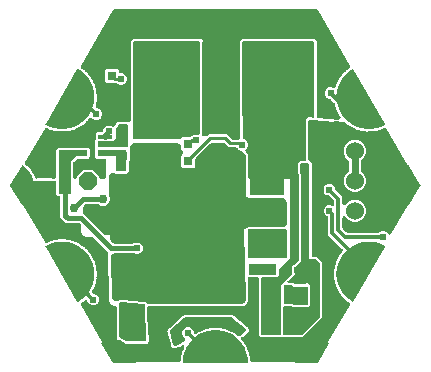
<source format=gbr>
G04 EAGLE Gerber RS-274X export*
G75*
%MOMM*%
%FSLAX34Y34*%
%LPD*%
%INTop Copper*%
%IPPOS*%
%AMOC8*
5,1,8,0,0,1.08239X$1,22.5*%
G01*
%ADD10R,0.800000X0.800000*%
%ADD11R,1.000000X1.100000*%
%ADD12R,3.000000X1.600000*%
%ADD13R,5.800000X6.200000*%
%ADD14R,1.168400X0.355600*%
%ADD15R,0.900000X0.700000*%
%ADD16R,1.803000X1.600000*%
%ADD17C,1.000000*%
%ADD18R,1.003300X0.550000*%
%ADD19P,1.649562X8X22.500000*%
%ADD20C,1.524000*%
%ADD21R,1.308000X1.308000*%
%ADD22C,1.308000*%
%ADD23R,0.700000X0.900000*%
%ADD24C,2.100000*%
%ADD25R,2.100000X2.100000*%
%ADD26R,1.300000X1.500000*%
%ADD27C,0.750000*%
%ADD28C,0.406400*%
%ADD29C,0.254000*%
%ADD30C,0.604800*%
%ADD31C,0.304800*%
%ADD32C,0.609600*%

G36*
X21860Y49296D02*
X21860Y49296D01*
X22130Y49313D01*
X22144Y49316D01*
X22158Y49317D01*
X22422Y49373D01*
X22688Y49428D01*
X22702Y49433D01*
X22716Y49436D01*
X22969Y49529D01*
X23225Y49620D01*
X23237Y49627D01*
X23251Y49632D01*
X23490Y49760D01*
X23729Y49885D01*
X23741Y49894D01*
X23753Y49900D01*
X23971Y50060D01*
X24191Y50219D01*
X24201Y50228D01*
X24213Y50237D01*
X24407Y50426D01*
X24602Y50613D01*
X24611Y50624D01*
X24621Y50634D01*
X24787Y50849D01*
X24954Y51061D01*
X24961Y51074D01*
X24970Y51085D01*
X25105Y51321D01*
X25240Y51554D01*
X25245Y51567D01*
X25252Y51580D01*
X25353Y51833D01*
X25454Y52082D01*
X25457Y52096D01*
X25462Y52109D01*
X25526Y52373D01*
X25592Y52635D01*
X25593Y52647D01*
X25597Y52663D01*
X25652Y53230D01*
X25647Y53347D01*
X25652Y53421D01*
X24463Y112901D01*
X24627Y112936D01*
X24683Y112956D01*
X24742Y112971D01*
X24951Y113054D01*
X25162Y113132D01*
X25215Y113160D01*
X25271Y113183D01*
X25466Y113294D01*
X25664Y113400D01*
X25713Y113436D01*
X25765Y113466D01*
X25856Y113541D01*
X26124Y113737D01*
X26285Y113894D01*
X26374Y113967D01*
X26429Y114022D01*
X27409Y114428D01*
X56769Y114428D01*
X56998Y114444D01*
X57229Y114454D01*
X57283Y114464D01*
X57337Y114468D01*
X57563Y114516D01*
X57789Y114558D01*
X57841Y114575D01*
X57895Y114587D01*
X58111Y114666D01*
X58329Y114739D01*
X58378Y114764D01*
X58430Y114783D01*
X58633Y114891D01*
X58838Y114994D01*
X58884Y115025D01*
X58932Y115051D01*
X59118Y115187D01*
X59307Y115318D01*
X59348Y115355D01*
X59392Y115388D01*
X59557Y115548D01*
X59726Y115704D01*
X59761Y115747D01*
X59800Y115785D01*
X59941Y115967D01*
X60087Y116145D01*
X60115Y116193D01*
X60149Y116236D01*
X60263Y116436D01*
X60382Y116633D01*
X60404Y116683D01*
X60431Y116731D01*
X60516Y116945D01*
X60607Y117156D01*
X60621Y117209D01*
X60641Y117260D01*
X60696Y117485D01*
X60756Y117706D01*
X60760Y117750D01*
X60776Y117814D01*
X60831Y118381D01*
X60828Y118447D01*
X60832Y118491D01*
X60832Y133350D01*
X60816Y133579D01*
X60806Y133810D01*
X60796Y133864D01*
X60792Y133918D01*
X60744Y134144D01*
X60702Y134370D01*
X60685Y134422D01*
X60673Y134476D01*
X60594Y134692D01*
X60521Y134910D01*
X60496Y134959D01*
X60477Y135011D01*
X60369Y135214D01*
X60266Y135419D01*
X60235Y135465D01*
X60209Y135513D01*
X60073Y135699D01*
X59942Y135888D01*
X59905Y135929D01*
X59872Y135973D01*
X59871Y135974D01*
X59855Y136050D01*
X59813Y136276D01*
X59796Y136328D01*
X59784Y136382D01*
X59705Y136598D01*
X59632Y136816D01*
X59607Y136865D01*
X59588Y136917D01*
X59480Y137120D01*
X59377Y137325D01*
X59346Y137371D01*
X59320Y137419D01*
X59184Y137605D01*
X59053Y137794D01*
X59016Y137835D01*
X58983Y137879D01*
X58823Y138044D01*
X58667Y138213D01*
X58624Y138248D01*
X58586Y138287D01*
X58404Y138428D01*
X58226Y138574D01*
X58178Y138602D01*
X58135Y138636D01*
X57935Y138750D01*
X57738Y138869D01*
X57688Y138891D01*
X57640Y138918D01*
X57426Y139003D01*
X57215Y139094D01*
X57162Y139108D01*
X57111Y139128D01*
X56886Y139183D01*
X56665Y139243D01*
X56621Y139247D01*
X56557Y139263D01*
X55990Y139318D01*
X55924Y139315D01*
X55880Y139319D01*
X27916Y139319D01*
X27907Y139324D01*
X27718Y139447D01*
X27664Y139472D01*
X27612Y139503D01*
X27406Y139592D01*
X27202Y139686D01*
X27144Y139704D01*
X27088Y139728D01*
X26871Y139787D01*
X26656Y139852D01*
X26597Y139861D01*
X26538Y139877D01*
X26421Y139888D01*
X26093Y139939D01*
X25868Y139942D01*
X25754Y139953D01*
X25653Y139953D01*
X25653Y173990D01*
X25649Y174050D01*
X25651Y174111D01*
X25629Y174334D01*
X25613Y174558D01*
X25601Y174618D01*
X25595Y174678D01*
X25541Y174896D01*
X25494Y175116D01*
X25473Y175172D01*
X25459Y175231D01*
X25376Y175439D01*
X25298Y175651D01*
X25270Y175704D01*
X25247Y175760D01*
X25136Y175954D01*
X25030Y176153D01*
X24994Y176202D01*
X24964Y176254D01*
X24889Y176345D01*
X24693Y176613D01*
X24536Y176774D01*
X24463Y176863D01*
X22838Y178489D01*
X22749Y178566D01*
X22666Y178650D01*
X22534Y178752D01*
X22408Y178862D01*
X22308Y178926D01*
X22215Y178998D01*
X22115Y179052D01*
X21929Y179172D01*
X21622Y179315D01*
X21520Y179369D01*
X20068Y179971D01*
X18984Y181054D01*
X18939Y181094D01*
X18898Y181138D01*
X18724Y181280D01*
X18554Y181428D01*
X18503Y181461D01*
X18457Y181499D01*
X18264Y181616D01*
X18076Y181738D01*
X18021Y181763D01*
X17969Y181794D01*
X17763Y181883D01*
X17559Y181978D01*
X17501Y181995D01*
X17446Y182019D01*
X17229Y182077D01*
X17014Y182143D01*
X16954Y182152D01*
X16896Y182168D01*
X16779Y182179D01*
X16451Y182230D01*
X16226Y182233D01*
X16111Y182244D01*
X12068Y182244D01*
X10901Y182728D01*
X9146Y184483D01*
X9100Y184523D01*
X9059Y184567D01*
X8885Y184710D01*
X8716Y184857D01*
X8665Y184889D01*
X8618Y184928D01*
X8426Y185045D01*
X8237Y185167D01*
X8182Y185192D01*
X8131Y185223D01*
X7925Y185312D01*
X7721Y185407D01*
X7663Y185424D01*
X7607Y185448D01*
X7391Y185506D01*
X7175Y185572D01*
X7115Y185581D01*
X7057Y185597D01*
X6940Y185608D01*
X6612Y185659D01*
X6387Y185662D01*
X6273Y185673D01*
X-2583Y185673D01*
X-2643Y185669D01*
X-2703Y185671D01*
X-2927Y185649D01*
X-3151Y185633D01*
X-3210Y185621D01*
X-3270Y185615D01*
X-3488Y185561D01*
X-3708Y185514D01*
X-3765Y185494D01*
X-3823Y185479D01*
X-4032Y185396D01*
X-4243Y185318D01*
X-4297Y185290D01*
X-4353Y185268D01*
X-4547Y185156D01*
X-4746Y185050D01*
X-4794Y185014D01*
X-4847Y184984D01*
X-4938Y184909D01*
X-5206Y184713D01*
X-5367Y184556D01*
X-5456Y184483D01*
X-15764Y174175D01*
X-15804Y174129D01*
X-15848Y174088D01*
X-15990Y173914D01*
X-16138Y173745D01*
X-16171Y173694D01*
X-16209Y173647D01*
X-16326Y173455D01*
X-16448Y173266D01*
X-16473Y173212D01*
X-16504Y173160D01*
X-16593Y172953D01*
X-16688Y172749D01*
X-16705Y172692D01*
X-16729Y172636D01*
X-16788Y172419D01*
X-16853Y172204D01*
X-16862Y172145D01*
X-16878Y172086D01*
X-16889Y171969D01*
X-16940Y171641D01*
X-16943Y171416D01*
X-16954Y171302D01*
X-16954Y165511D01*
X-18071Y164394D01*
X-27649Y164394D01*
X-28766Y165511D01*
X-28766Y175113D01*
X-28622Y175270D01*
X-28591Y175316D01*
X-28555Y175357D01*
X-28429Y175550D01*
X-28299Y175740D01*
X-28275Y175789D01*
X-28245Y175835D01*
X-28148Y176044D01*
X-28045Y176250D01*
X-28028Y176302D01*
X-28005Y176352D01*
X-27938Y176572D01*
X-27865Y176791D01*
X-27856Y176845D01*
X-27840Y176897D01*
X-27804Y177124D01*
X-27763Y177351D01*
X-27761Y177406D01*
X-27752Y177460D01*
X-27749Y177690D01*
X-27740Y177921D01*
X-27745Y177975D01*
X-27745Y178030D01*
X-27774Y178258D01*
X-27797Y178488D01*
X-27810Y178541D01*
X-27817Y178595D01*
X-27878Y178818D01*
X-27932Y179041D01*
X-27953Y179092D01*
X-27967Y179145D01*
X-28058Y179356D01*
X-28144Y179570D01*
X-28171Y179618D01*
X-28193Y179668D01*
X-28313Y179864D01*
X-28428Y180064D01*
X-28456Y180099D01*
X-28490Y180154D01*
X-28766Y180490D01*
X-28766Y181610D01*
X-28782Y181838D01*
X-28792Y182070D01*
X-28802Y182124D01*
X-28806Y182178D01*
X-28854Y182404D01*
X-28896Y182630D01*
X-28913Y182682D01*
X-28925Y182736D01*
X-29004Y182952D01*
X-29077Y183170D01*
X-29102Y183219D01*
X-29121Y183271D01*
X-29229Y183474D01*
X-29332Y183679D01*
X-29363Y183725D01*
X-29389Y183773D01*
X-29525Y183959D01*
X-29656Y184148D01*
X-29693Y184189D01*
X-29726Y184233D01*
X-29886Y184398D01*
X-30042Y184567D01*
X-30085Y184602D01*
X-30123Y184641D01*
X-30305Y184782D01*
X-30483Y184928D01*
X-30531Y184956D01*
X-30574Y184990D01*
X-30774Y185104D01*
X-30971Y185223D01*
X-31021Y185245D01*
X-31069Y185272D01*
X-31283Y185357D01*
X-31494Y185448D01*
X-31547Y185462D01*
X-31598Y185482D01*
X-31823Y185537D01*
X-32044Y185597D01*
X-32088Y185601D01*
X-32152Y185617D01*
X-32719Y185672D01*
X-32785Y185669D01*
X-32829Y185673D01*
X-68199Y185673D01*
X-68428Y185657D01*
X-68659Y185647D01*
X-68713Y185637D01*
X-68767Y185633D01*
X-68993Y185585D01*
X-69219Y185543D01*
X-69271Y185526D01*
X-69325Y185514D01*
X-69541Y185435D01*
X-69759Y185362D01*
X-69808Y185337D01*
X-69860Y185318D01*
X-70063Y185210D01*
X-70268Y185107D01*
X-70314Y185076D01*
X-70362Y185050D01*
X-70548Y184914D01*
X-70737Y184783D01*
X-70778Y184746D01*
X-70822Y184713D01*
X-70987Y184553D01*
X-71156Y184397D01*
X-71191Y184354D01*
X-71230Y184316D01*
X-71371Y184134D01*
X-71517Y183956D01*
X-71545Y183908D01*
X-71579Y183865D01*
X-71693Y183665D01*
X-71812Y183468D01*
X-71834Y183418D01*
X-71861Y183370D01*
X-71946Y183156D01*
X-72037Y182945D01*
X-72051Y182892D01*
X-72071Y182841D01*
X-72089Y182767D01*
X-72108Y182721D01*
X-72109Y182718D01*
X-72111Y182715D01*
X-72198Y182454D01*
X-72289Y182180D01*
X-72290Y182177D01*
X-72291Y182174D01*
X-72343Y181889D01*
X-72392Y181620D01*
X-72392Y181617D01*
X-72393Y181614D01*
X-72404Y181336D01*
X-72416Y181051D01*
X-72416Y181048D01*
X-72416Y181045D01*
X-72388Y180771D01*
X-72360Y180484D01*
X-72359Y180481D01*
X-72359Y180478D01*
X-72334Y180377D01*
X-72334Y170815D01*
X-72378Y170774D01*
X-72520Y170600D01*
X-72668Y170431D01*
X-72701Y170380D01*
X-72739Y170333D01*
X-72856Y170141D01*
X-72978Y169952D01*
X-73003Y169898D01*
X-73034Y169846D01*
X-73123Y169640D01*
X-73218Y169436D01*
X-73235Y169378D01*
X-73259Y169322D01*
X-73317Y169106D01*
X-73383Y168890D01*
X-73392Y168830D01*
X-73408Y168772D01*
X-73419Y168655D01*
X-73470Y168327D01*
X-73473Y168102D01*
X-73484Y167988D01*
X-73484Y161081D01*
X-74601Y159964D01*
X-74687Y159964D01*
X-74805Y159956D01*
X-74923Y159957D01*
X-75089Y159936D01*
X-75256Y159924D01*
X-75371Y159900D01*
X-75428Y159892D01*
X-84351Y159892D01*
X-84805Y160080D01*
X-84969Y160135D01*
X-85129Y160199D01*
X-85239Y160225D01*
X-85345Y160261D01*
X-85515Y160292D01*
X-85683Y160333D01*
X-85795Y160344D01*
X-85906Y160364D01*
X-86078Y160372D01*
X-86250Y160388D01*
X-86363Y160383D01*
X-86475Y160388D01*
X-86647Y160371D01*
X-86820Y160364D01*
X-86930Y160343D01*
X-87042Y160332D01*
X-87210Y160291D01*
X-87380Y160260D01*
X-87486Y160224D01*
X-87596Y160197D01*
X-87756Y160133D01*
X-87920Y160078D01*
X-88021Y160028D01*
X-88125Y159986D01*
X-88275Y159901D01*
X-88429Y159823D01*
X-88522Y159759D01*
X-88620Y159704D01*
X-88756Y159598D01*
X-88898Y159499D01*
X-88981Y159423D01*
X-89070Y159354D01*
X-89190Y159230D01*
X-89317Y159113D01*
X-89388Y159026D01*
X-89467Y158945D01*
X-89568Y158806D01*
X-89678Y158672D01*
X-89736Y158576D01*
X-89803Y158485D01*
X-89884Y158333D01*
X-89973Y158185D01*
X-90018Y158082D01*
X-90071Y157982D01*
X-90130Y157820D01*
X-90198Y157661D01*
X-90227Y157553D01*
X-90266Y157447D01*
X-90302Y157278D01*
X-90347Y157111D01*
X-90355Y157026D01*
X-90384Y156890D01*
X-90422Y156340D01*
X-90423Y156327D01*
X-90423Y142365D01*
X-90415Y142247D01*
X-90416Y142129D01*
X-90395Y141963D01*
X-90383Y141796D01*
X-90359Y141681D01*
X-90344Y141564D01*
X-90310Y141454D01*
X-90264Y141239D01*
X-90148Y140921D01*
X-90114Y140810D01*
X-89594Y139555D01*
X-89594Y137305D01*
X-90114Y136050D01*
X-90151Y135938D01*
X-90198Y135830D01*
X-90242Y135669D01*
X-90295Y135510D01*
X-90316Y135394D01*
X-90347Y135280D01*
X-90347Y135279D01*
X-90478Y135183D01*
X-90639Y135026D01*
X-90728Y134953D01*
X-92046Y133635D01*
X-94125Y132774D01*
X-96375Y132774D01*
X-98550Y133675D01*
X-98550Y133676D01*
X-98601Y133709D01*
X-98648Y133747D01*
X-98840Y133863D01*
X-99029Y133986D01*
X-99084Y134011D01*
X-99135Y134042D01*
X-99341Y134131D01*
X-99545Y134225D01*
X-99603Y134243D01*
X-99659Y134267D01*
X-99876Y134325D01*
X-100091Y134391D01*
X-100151Y134400D01*
X-100209Y134416D01*
X-100326Y134427D01*
X-100654Y134478D01*
X-100879Y134481D01*
X-100994Y134492D01*
X-107950Y134492D01*
X-108179Y134476D01*
X-108410Y134466D01*
X-108464Y134456D01*
X-108518Y134452D01*
X-108744Y134404D01*
X-108970Y134362D01*
X-109022Y134345D01*
X-109076Y134333D01*
X-109292Y134254D01*
X-109510Y134181D01*
X-109559Y134156D01*
X-109611Y134137D01*
X-109814Y134029D01*
X-110019Y133926D01*
X-110065Y133895D01*
X-110113Y133869D01*
X-110299Y133733D01*
X-110488Y133602D01*
X-110529Y133565D01*
X-110573Y133532D01*
X-110738Y133372D01*
X-110907Y133216D01*
X-110942Y133173D01*
X-110981Y133135D01*
X-111122Y132953D01*
X-111268Y132775D01*
X-111296Y132727D01*
X-111330Y132684D01*
X-111444Y132484D01*
X-111563Y132287D01*
X-111585Y132237D01*
X-111612Y132189D01*
X-111697Y131975D01*
X-111788Y131764D01*
X-111802Y131711D01*
X-111822Y131660D01*
X-111877Y131435D01*
X-111937Y131214D01*
X-111941Y131170D01*
X-111957Y131106D01*
X-112012Y130539D01*
X-112009Y130473D01*
X-112013Y130429D01*
X-112013Y127544D01*
X-112009Y127484D01*
X-112011Y127424D01*
X-111989Y127200D01*
X-111973Y126976D01*
X-111961Y126917D01*
X-111955Y126857D01*
X-111901Y126638D01*
X-111854Y126419D01*
X-111834Y126362D01*
X-111819Y126303D01*
X-111736Y126094D01*
X-111658Y125883D01*
X-111630Y125830D01*
X-111608Y125774D01*
X-111496Y125579D01*
X-111390Y125381D01*
X-111354Y125332D01*
X-111324Y125280D01*
X-111249Y125189D01*
X-111053Y124921D01*
X-110896Y124760D01*
X-110823Y124671D01*
X-95039Y108887D01*
X-94993Y108847D01*
X-94953Y108803D01*
X-94779Y108661D01*
X-94609Y108513D01*
X-94558Y108480D01*
X-94511Y108442D01*
X-94319Y108325D01*
X-94131Y108203D01*
X-94076Y108178D01*
X-94024Y108147D01*
X-93818Y108058D01*
X-93614Y107964D01*
X-93556Y107946D01*
X-93501Y107922D01*
X-93284Y107864D01*
X-93069Y107798D01*
X-93009Y107789D01*
X-92951Y107773D01*
X-92834Y107762D01*
X-92505Y107711D01*
X-92281Y107708D01*
X-92166Y107697D01*
X-89066Y107697D01*
X-88995Y104439D01*
X-88993Y104417D01*
X-88994Y104396D01*
X-88967Y104137D01*
X-88964Y104061D01*
X-88957Y104021D01*
X-88943Y103871D01*
X-88938Y103850D01*
X-88936Y103829D01*
X-88877Y103591D01*
X-88860Y103501D01*
X-88844Y103453D01*
X-88812Y103317D01*
X-88804Y103297D01*
X-88799Y103276D01*
X-88714Y103065D01*
X-88679Y102961D01*
X-88651Y102905D01*
X-88604Y102786D01*
X-88594Y102767D01*
X-88586Y102747D01*
X-88481Y102566D01*
X-88424Y102452D01*
X-88381Y102390D01*
X-88325Y102290D01*
X-88311Y102272D01*
X-88301Y102254D01*
X-88254Y102197D01*
X-88192Y102117D01*
X-88100Y101983D01*
X-88041Y101919D01*
X-87978Y101837D01*
X-87860Y101721D01*
X-87798Y101646D01*
X-87792Y101640D01*
X-87751Y101604D01*
X-87714Y101564D01*
X-87636Y101501D01*
X-87572Y101437D01*
X-87473Y101364D01*
X-87361Y101268D01*
X-87315Y101238D01*
X-87272Y101203D01*
X-87176Y101145D01*
X-87114Y101099D01*
X-87019Y101047D01*
X-86882Y100959D01*
X-86832Y100936D01*
X-86785Y100908D01*
X-86671Y100858D01*
X-86613Y100827D01*
X-86525Y100795D01*
X-86365Y100721D01*
X-86312Y100705D01*
X-86262Y100683D01*
X-86130Y100647D01*
X-86079Y100629D01*
X-86001Y100612D01*
X-85819Y100557D01*
X-85765Y100549D01*
X-85712Y100534D01*
X-85598Y100523D01*
X-85522Y100507D01*
X-85456Y100502D01*
X-85256Y100471D01*
X-85040Y100469D01*
X-84927Y100458D01*
X-70835Y100458D01*
X-70717Y100466D01*
X-70599Y100465D01*
X-70434Y100486D01*
X-70266Y100498D01*
X-70151Y100522D01*
X-70034Y100537D01*
X-69925Y100571D01*
X-69709Y100617D01*
X-69391Y100733D01*
X-69280Y100767D01*
X-67632Y101450D01*
X-65670Y101450D01*
X-63859Y100699D01*
X-62472Y99312D01*
X-61721Y97501D01*
X-61721Y95539D01*
X-62472Y93728D01*
X-63859Y92341D01*
X-65670Y91590D01*
X-67632Y91590D01*
X-69280Y92273D01*
X-69392Y92310D01*
X-69500Y92357D01*
X-69661Y92401D01*
X-69820Y92454D01*
X-69936Y92475D01*
X-70050Y92506D01*
X-70164Y92517D01*
X-70381Y92557D01*
X-70719Y92571D01*
X-70835Y92582D01*
X-84585Y92582D01*
X-84859Y92563D01*
X-85132Y92545D01*
X-85142Y92543D01*
X-85153Y92542D01*
X-85421Y92485D01*
X-85690Y92429D01*
X-85700Y92425D01*
X-85710Y92423D01*
X-85968Y92329D01*
X-86226Y92236D01*
X-86235Y92231D01*
X-86245Y92227D01*
X-86487Y92098D01*
X-86730Y91970D01*
X-86738Y91964D01*
X-86748Y91959D01*
X-86968Y91798D01*
X-87191Y91636D01*
X-87199Y91629D01*
X-87208Y91622D01*
X-87404Y91431D01*
X-87602Y91241D01*
X-87608Y91232D01*
X-87616Y91225D01*
X-87783Y91009D01*
X-87953Y90792D01*
X-87958Y90783D01*
X-87965Y90774D01*
X-88099Y90538D01*
X-88238Y90298D01*
X-88242Y90288D01*
X-88247Y90279D01*
X-88348Y90025D01*
X-88451Y89770D01*
X-88453Y89760D01*
X-88457Y89750D01*
X-88522Y89483D01*
X-88588Y89217D01*
X-88588Y89208D01*
X-88591Y89196D01*
X-88647Y88629D01*
X-88641Y88507D01*
X-88647Y88431D01*
X-87935Y55681D01*
X-87915Y55461D01*
X-87901Y55240D01*
X-87889Y55177D01*
X-87883Y55113D01*
X-87832Y54898D01*
X-87788Y54682D01*
X-87766Y54621D01*
X-87752Y54559D01*
X-87671Y54353D01*
X-87597Y54145D01*
X-87567Y54088D01*
X-87544Y54028D01*
X-87436Y53836D01*
X-87333Y53640D01*
X-87296Y53588D01*
X-87265Y53532D01*
X-87130Y53356D01*
X-87002Y53176D01*
X-86957Y53130D01*
X-86918Y53079D01*
X-86761Y52924D01*
X-86608Y52764D01*
X-86558Y52725D01*
X-86512Y52680D01*
X-86334Y52548D01*
X-86161Y52411D01*
X-86105Y52379D01*
X-86054Y52341D01*
X-85860Y52236D01*
X-85669Y52124D01*
X-85609Y52100D01*
X-85553Y52069D01*
X-85346Y51992D01*
X-85141Y51909D01*
X-85079Y51893D01*
X-85019Y51871D01*
X-84803Y51823D01*
X-84589Y51769D01*
X-84525Y51762D01*
X-84462Y51749D01*
X-84242Y51732D01*
X-84022Y51708D01*
X-83958Y51711D01*
X-83894Y51706D01*
X-83673Y51720D01*
X-83453Y51727D01*
X-83390Y51739D01*
X-83326Y51743D01*
X-83109Y51788D01*
X-82892Y51826D01*
X-82830Y51846D01*
X-82768Y51859D01*
X-82560Y51934D01*
X-82350Y52002D01*
X-82292Y52030D01*
X-82232Y52052D01*
X-82036Y52155D01*
X-81838Y52252D01*
X-81805Y52275D01*
X-81256Y52461D01*
X-81097Y52527D01*
X-81003Y52556D01*
X-80539Y52748D01*
X-80039Y52715D01*
X-79868Y52715D01*
X-79769Y52706D01*
X-79173Y52706D01*
X-78794Y52636D01*
X-78681Y52631D01*
X-78610Y52619D01*
X-61147Y51455D01*
X-60818Y51456D01*
X-60700Y51450D01*
X-60379Y51464D01*
X-60294Y51440D01*
X-60199Y51426D01*
X-59910Y51283D01*
X-59605Y51159D01*
X-59499Y51108D01*
X-59197Y50998D01*
X-59128Y50942D01*
X-59045Y50894D01*
X-58844Y50664D01*
X-58705Y50527D01*
X-58573Y50383D01*
X-58503Y50326D01*
X-58440Y50263D01*
X-58283Y50146D01*
X-58132Y50022D01*
X-58055Y49976D01*
X-57983Y49922D01*
X-57812Y49828D01*
X-57644Y49727D01*
X-57562Y49691D01*
X-57483Y49648D01*
X-57300Y49579D01*
X-57121Y49502D01*
X-57034Y49479D01*
X-56950Y49447D01*
X-56759Y49404D01*
X-56571Y49353D01*
X-56501Y49346D01*
X-56394Y49323D01*
X-55826Y49277D01*
X-55803Y49278D01*
X-55786Y49277D01*
X21590Y49277D01*
X21860Y49296D01*
G37*
G36*
X-67572Y-634D02*
X-67572Y-634D01*
X-67544Y-636D01*
X-67476Y-614D01*
X-67405Y-600D01*
X-67382Y-584D01*
X-67355Y-575D01*
X-67300Y-528D01*
X-67241Y-487D01*
X-67226Y-463D01*
X-67205Y-445D01*
X-67173Y-380D01*
X-67134Y-320D01*
X-67129Y-292D01*
X-67117Y-266D01*
X-67108Y-165D01*
X-67101Y-123D01*
X-67103Y-113D01*
X-67102Y-100D01*
X-67159Y615D01*
X-30534Y615D01*
X-30462Y624D01*
X-30391Y623D01*
X-30305Y644D01*
X-30218Y655D01*
X-30151Y681D01*
X-30082Y698D01*
X-30004Y739D01*
X-29922Y772D01*
X-29864Y814D01*
X-29801Y848D01*
X-29736Y907D01*
X-29665Y958D01*
X-29619Y1014D01*
X-29566Y1062D01*
X-29518Y1136D01*
X-29462Y1203D01*
X-29432Y1268D01*
X-29392Y1329D01*
X-29364Y1412D01*
X-29327Y1491D01*
X-29313Y1562D01*
X-29290Y1630D01*
X-29268Y1789D01*
X-29188Y2858D01*
X-29188Y2862D01*
X-29187Y2866D01*
X-29196Y3020D01*
X-29204Y3176D01*
X-29205Y3180D01*
X-29205Y3184D01*
X-29252Y3330D01*
X-29275Y3405D01*
X-29105Y4151D01*
X-29104Y4166D01*
X-29099Y4179D01*
X-29077Y4339D01*
X-29020Y5101D01*
X-28971Y5155D01*
X-28969Y5159D01*
X-28966Y5162D01*
X-28896Y5298D01*
X-28823Y5436D01*
X-28822Y5440D01*
X-28820Y5444D01*
X-28775Y5598D01*
X-28415Y7175D01*
X-28415Y7179D01*
X-28413Y7183D01*
X-28399Y7334D01*
X-28384Y7491D01*
X-28384Y7495D01*
X-28384Y7499D01*
X-28408Y7653D01*
X-28420Y7729D01*
X-28140Y8441D01*
X-28137Y8455D01*
X-28130Y8468D01*
X-28085Y8622D01*
X-27914Y9368D01*
X-27858Y9414D01*
X-27856Y9417D01*
X-27853Y9420D01*
X-27763Y9544D01*
X-27670Y9670D01*
X-27669Y9674D01*
X-27666Y9677D01*
X-27598Y9823D01*
X-27007Y11328D01*
X-27006Y11332D01*
X-27004Y11336D01*
X-26967Y11487D01*
X-26929Y11636D01*
X-26929Y11641D01*
X-26928Y11644D01*
X-26930Y11800D01*
X-26930Y11877D01*
X-26547Y12539D01*
X-26542Y12552D01*
X-26533Y12564D01*
X-26465Y12710D01*
X-26345Y13017D01*
X-26330Y13073D01*
X-26307Y13126D01*
X-26291Y13226D01*
X-26266Y13325D01*
X-26267Y13383D01*
X-26258Y13440D01*
X-26267Y13541D01*
X-26267Y13643D01*
X-26282Y13699D01*
X-26287Y13757D01*
X-26322Y13852D01*
X-26347Y13951D01*
X-26375Y14001D01*
X-26395Y14056D01*
X-26452Y14140D01*
X-26501Y14229D01*
X-26541Y14271D01*
X-26574Y14319D01*
X-26650Y14386D01*
X-26719Y14460D01*
X-26769Y14491D01*
X-26812Y14530D01*
X-26903Y14576D01*
X-26988Y14630D01*
X-27043Y14648D01*
X-27095Y14674D01*
X-27195Y14697D01*
X-27291Y14728D01*
X-27349Y14731D01*
X-27406Y14744D01*
X-27507Y14741D01*
X-27609Y14747D01*
X-27665Y14736D01*
X-27723Y14734D01*
X-27821Y14706D01*
X-27921Y14687D01*
X-27973Y14662D01*
X-28029Y14646D01*
X-28116Y14594D01*
X-28208Y14551D01*
X-28253Y14514D01*
X-28303Y14484D01*
X-28424Y14378D01*
X-28546Y14255D01*
X-30625Y13394D01*
X-30761Y13394D01*
X-30846Y13384D01*
X-30931Y13383D01*
X-31003Y13364D01*
X-31077Y13354D01*
X-31156Y13323D01*
X-31238Y13301D01*
X-31363Y13241D01*
X-31372Y13237D01*
X-31376Y13235D01*
X-31383Y13231D01*
X-31662Y13074D01*
X-31745Y13013D01*
X-31832Y12960D01*
X-31872Y12919D01*
X-31918Y12885D01*
X-31982Y12806D01*
X-32054Y12732D01*
X-32105Y12655D01*
X-32118Y12638D01*
X-32124Y12625D01*
X-32142Y12598D01*
X-32185Y12522D01*
X-32924Y12321D01*
X-32994Y12292D01*
X-33067Y12272D01*
X-33212Y12203D01*
X-33880Y11827D01*
X-33963Y11851D01*
X-34064Y11866D01*
X-34164Y11890D01*
X-34221Y11889D01*
X-34278Y11897D01*
X-34379Y11887D01*
X-34482Y11885D01*
X-34573Y11867D01*
X-34594Y11864D01*
X-34607Y11860D01*
X-34640Y11853D01*
X-34723Y11830D01*
X-35388Y12210D01*
X-35458Y12239D01*
X-35524Y12277D01*
X-35676Y12330D01*
X-36413Y12537D01*
X-36456Y12612D01*
X-36517Y12695D01*
X-36570Y12782D01*
X-36611Y12822D01*
X-36645Y12868D01*
X-36724Y12932D01*
X-36798Y13004D01*
X-36876Y13055D01*
X-36892Y13068D01*
X-36904Y13074D01*
X-36932Y13092D01*
X-37008Y13135D01*
X-37209Y13874D01*
X-37238Y13944D01*
X-37258Y14017D01*
X-37327Y14162D01*
X-37331Y14168D01*
X-37703Y14830D01*
X-37679Y14913D01*
X-37664Y15015D01*
X-37640Y15114D01*
X-37641Y15171D01*
X-37633Y15228D01*
X-37643Y15330D01*
X-37645Y15432D01*
X-37663Y15523D01*
X-37666Y15544D01*
X-37670Y15557D01*
X-37677Y15590D01*
X-40079Y24398D01*
X-40101Y24450D01*
X-40114Y24505D01*
X-40161Y24597D01*
X-40201Y24692D01*
X-40235Y24737D01*
X-40261Y24787D01*
X-40361Y24913D01*
X-40534Y25106D01*
X-40502Y25706D01*
X-40511Y25828D01*
X-40513Y25949D01*
X-40524Y26004D01*
X-40526Y26023D01*
X-40532Y26043D01*
X-40545Y26107D01*
X-40703Y26686D01*
X-40575Y26911D01*
X-40553Y26963D01*
X-40524Y27011D01*
X-40492Y27110D01*
X-40453Y27205D01*
X-40445Y27261D01*
X-40428Y27315D01*
X-40409Y27474D01*
X-40396Y27733D01*
X-39949Y28135D01*
X-39870Y28227D01*
X-39785Y28315D01*
X-39754Y28361D01*
X-39741Y28376D01*
X-39732Y28395D01*
X-39696Y28449D01*
X-39398Y28971D01*
X-39148Y29039D01*
X-39096Y29060D01*
X-39041Y29073D01*
X-38950Y29121D01*
X-38854Y29160D01*
X-38809Y29194D01*
X-38759Y29220D01*
X-38633Y29320D01*
X-27752Y39112D01*
X-27740Y39126D01*
X-27704Y39158D01*
X-26787Y40076D01*
X-25491Y40007D01*
X-25473Y40009D01*
X-25424Y40006D01*
X13043Y40006D01*
X13062Y40008D01*
X13169Y40012D01*
X14313Y40126D01*
X14317Y40124D01*
X14351Y40113D01*
X14383Y40095D01*
X14502Y40065D01*
X14530Y40056D01*
X15353Y39233D01*
X15368Y39221D01*
X15447Y39148D01*
X25992Y30520D01*
X26081Y30464D01*
X26165Y30401D01*
X26215Y30380D01*
X26261Y30351D01*
X26361Y30319D01*
X26458Y30279D01*
X26543Y30261D01*
X26564Y30254D01*
X26579Y30254D01*
X26616Y30246D01*
X26691Y30235D01*
X27157Y29614D01*
X27207Y29562D01*
X27251Y29503D01*
X27368Y29394D01*
X27969Y28902D01*
X27977Y28827D01*
X28000Y28724D01*
X28015Y28620D01*
X28035Y28570D01*
X28048Y28517D01*
X28096Y28423D01*
X28136Y28326D01*
X28183Y28253D01*
X28193Y28234D01*
X28204Y28222D01*
X28224Y28191D01*
X28270Y28130D01*
X28160Y27362D01*
X28159Y27289D01*
X28148Y27217D01*
X28154Y27057D01*
X28231Y26284D01*
X28183Y26226D01*
X28127Y26137D01*
X28063Y26053D01*
X28042Y26002D01*
X28014Y25956D01*
X27982Y25856D01*
X27941Y25759D01*
X27924Y25674D01*
X27917Y25653D01*
X27916Y25638D01*
X27908Y25601D01*
X27898Y25526D01*
X27277Y25061D01*
X27225Y25010D01*
X27166Y24967D01*
X27056Y24849D01*
X26565Y24248D01*
X26489Y24241D01*
X26387Y24217D01*
X26282Y24203D01*
X26232Y24182D01*
X26179Y24170D01*
X26086Y24121D01*
X25988Y24081D01*
X25916Y24034D01*
X25896Y24024D01*
X25885Y24014D01*
X25854Y23993D01*
X25077Y23411D01*
X25070Y23404D01*
X25062Y23399D01*
X24941Y23293D01*
X23524Y21875D01*
X22577Y21483D01*
X22530Y21456D01*
X22478Y21437D01*
X22392Y21378D01*
X22300Y21325D01*
X22261Y21288D01*
X22217Y21257D01*
X22147Y21177D01*
X22072Y21104D01*
X22044Y21058D01*
X22008Y21017D01*
X21927Y20878D01*
X21891Y20805D01*
X21858Y20712D01*
X21817Y20624D01*
X21806Y20563D01*
X21785Y20505D01*
X21777Y20407D01*
X21759Y20311D01*
X21763Y20250D01*
X21758Y20188D01*
X21774Y20091D01*
X21780Y19994D01*
X21800Y19935D01*
X21810Y19874D01*
X21849Y19785D01*
X21880Y19692D01*
X21913Y19640D01*
X21938Y19584D01*
X21999Y19506D01*
X22052Y19424D01*
X22123Y19350D01*
X22135Y19334D01*
X22144Y19327D01*
X22163Y19307D01*
X22191Y19281D01*
X22203Y19209D01*
X22204Y19206D01*
X22205Y19201D01*
X22268Y19061D01*
X22331Y18918D01*
X22333Y18915D01*
X22335Y18911D01*
X22427Y18779D01*
X23435Y17515D01*
X23438Y17512D01*
X23440Y17509D01*
X23552Y17401D01*
X23663Y17293D01*
X23667Y17291D01*
X23670Y17288D01*
X23805Y17212D01*
X23872Y17174D01*
X24254Y16511D01*
X24263Y16499D01*
X24269Y16486D01*
X24361Y16354D01*
X24838Y15757D01*
X24839Y15684D01*
X24840Y15680D01*
X24840Y15676D01*
X24857Y15616D01*
X24857Y15609D01*
X24868Y15575D01*
X24881Y15527D01*
X24922Y15377D01*
X24924Y15373D01*
X24925Y15370D01*
X24952Y15314D01*
X24955Y15306D01*
X24961Y15296D01*
X24997Y15225D01*
X25805Y13825D01*
X25807Y13822D01*
X25809Y13818D01*
X25905Y13693D01*
X25997Y13572D01*
X26000Y13569D01*
X26003Y13566D01*
X26126Y13469D01*
X26185Y13423D01*
X26465Y12710D01*
X26472Y12697D01*
X26476Y12683D01*
X26547Y12539D01*
X26930Y11877D01*
X26920Y11805D01*
X26920Y11801D01*
X26920Y11797D01*
X26938Y11643D01*
X26956Y11489D01*
X26958Y11486D01*
X26958Y11481D01*
X27007Y11328D01*
X27598Y9823D01*
X27600Y9819D01*
X27601Y9815D01*
X27678Y9677D01*
X27750Y9544D01*
X27753Y9541D01*
X27755Y9537D01*
X27863Y9424D01*
X27914Y9368D01*
X28085Y8622D01*
X28090Y8609D01*
X28091Y8594D01*
X28140Y8441D01*
X28420Y7729D01*
X28399Y7660D01*
X28399Y7656D01*
X28398Y7652D01*
X28394Y7498D01*
X28388Y7342D01*
X28389Y7338D01*
X28389Y7334D01*
X28415Y7175D01*
X28775Y5598D01*
X28776Y5594D01*
X28777Y5590D01*
X28830Y5447D01*
X28884Y5300D01*
X28886Y5296D01*
X28888Y5292D01*
X28976Y5165D01*
X29020Y5102D01*
X29077Y4339D01*
X29080Y4324D01*
X29079Y4310D01*
X29097Y4199D01*
X29098Y4186D01*
X29101Y4177D01*
X29105Y4151D01*
X29275Y3406D01*
X29245Y3340D01*
X29244Y3336D01*
X29242Y3332D01*
X29215Y3178D01*
X29186Y3027D01*
X29187Y3023D01*
X29186Y3019D01*
X29188Y2858D01*
X29268Y1789D01*
X29282Y1719D01*
X29287Y1647D01*
X29314Y1564D01*
X29331Y1477D01*
X29363Y1413D01*
X29385Y1345D01*
X29432Y1270D01*
X29470Y1191D01*
X29516Y1137D01*
X29555Y1076D01*
X29619Y1016D01*
X29676Y949D01*
X29734Y907D01*
X29786Y858D01*
X29863Y815D01*
X29935Y765D01*
X30002Y739D01*
X30065Y704D01*
X30150Y682D01*
X30232Y651D01*
X30303Y643D01*
X30373Y625D01*
X30534Y615D01*
X67159Y615D01*
X67102Y-100D01*
X67106Y-129D01*
X67101Y-157D01*
X67118Y-226D01*
X67126Y-298D01*
X67141Y-322D01*
X67147Y-350D01*
X67190Y-408D01*
X67226Y-470D01*
X67248Y-487D01*
X67265Y-510D01*
X67327Y-547D01*
X67384Y-590D01*
X67412Y-597D01*
X67436Y-612D01*
X67536Y-628D01*
X67577Y-639D01*
X67587Y-637D01*
X67600Y-639D01*
X86600Y-639D01*
X86676Y-624D01*
X86754Y-615D01*
X86773Y-604D01*
X86795Y-600D01*
X86859Y-556D01*
X86927Y-517D01*
X86943Y-498D01*
X86959Y-487D01*
X86983Y-449D01*
X87033Y-389D01*
X96533Y16111D01*
X96542Y16138D01*
X96558Y16162D01*
X96573Y16232D01*
X96596Y16300D01*
X96593Y16328D01*
X96599Y16356D01*
X96586Y16427D01*
X96580Y16498D01*
X96567Y16523D01*
X96561Y16551D01*
X96521Y16611D01*
X96488Y16674D01*
X96466Y16692D01*
X96450Y16716D01*
X96367Y16774D01*
X96335Y16801D01*
X96324Y16804D01*
X96314Y16811D01*
X95686Y17108D01*
X113972Y48781D01*
X114000Y48848D01*
X114037Y48910D01*
X114062Y48994D01*
X114096Y49075D01*
X114106Y49146D01*
X114126Y49215D01*
X114129Y49302D01*
X114142Y49389D01*
X114135Y49461D01*
X114137Y49533D01*
X114118Y49618D01*
X114109Y49705D01*
X114084Y49773D01*
X114068Y49843D01*
X114029Y49921D01*
X113998Y50004D01*
X113957Y50063D01*
X113925Y50127D01*
X113867Y50193D01*
X113817Y50265D01*
X113762Y50312D01*
X113715Y50366D01*
X113588Y50465D01*
X112708Y51064D01*
X112704Y51066D01*
X112701Y51069D01*
X112561Y51139D01*
X112425Y51209D01*
X112421Y51210D01*
X112417Y51212D01*
X112262Y51246D01*
X112191Y51262D01*
X111630Y51782D01*
X111618Y51790D01*
X111608Y51801D01*
X111481Y51900D01*
X110849Y52331D01*
X110827Y52400D01*
X110825Y52403D01*
X110823Y52407D01*
X110740Y52536D01*
X110657Y52669D01*
X110654Y52671D01*
X110652Y52675D01*
X110541Y52792D01*
X109354Y53892D01*
X109350Y53895D01*
X109348Y53898D01*
X109220Y53988D01*
X109095Y54078D01*
X109091Y54079D01*
X109088Y54082D01*
X108945Y54136D01*
X108871Y54165D01*
X108394Y54763D01*
X108383Y54773D01*
X108376Y54785D01*
X108265Y54902D01*
X107704Y55422D01*
X107692Y55493D01*
X107691Y55497D01*
X107690Y55501D01*
X107628Y55640D01*
X107564Y55784D01*
X107562Y55788D01*
X107560Y55791D01*
X107468Y55923D01*
X106458Y57189D01*
X106455Y57192D01*
X106453Y57195D01*
X106341Y57303D01*
X106230Y57411D01*
X106226Y57413D01*
X106223Y57416D01*
X106090Y57491D01*
X106022Y57530D01*
X105639Y58193D01*
X105630Y58204D01*
X105624Y58218D01*
X105532Y58349D01*
X105055Y58947D01*
X105054Y59020D01*
X105053Y59024D01*
X105053Y59028D01*
X105011Y59178D01*
X104971Y59327D01*
X104969Y59330D01*
X104968Y59334D01*
X104896Y59478D01*
X104086Y60880D01*
X104084Y60884D01*
X104082Y60887D01*
X103989Y61009D01*
X103894Y61133D01*
X103890Y61136D01*
X103888Y61139D01*
X103766Y61234D01*
X103705Y61283D01*
X103426Y61995D01*
X103419Y62008D01*
X103415Y62022D01*
X103392Y62067D01*
X103389Y62078D01*
X103380Y62092D01*
X103343Y62166D01*
X102961Y62828D01*
X102971Y62900D01*
X102970Y62904D01*
X102971Y62908D01*
X102952Y63060D01*
X102934Y63216D01*
X102933Y63219D01*
X102932Y63223D01*
X102883Y63377D01*
X102291Y64884D01*
X102289Y64887D01*
X102288Y64891D01*
X102214Y65025D01*
X102138Y65163D01*
X102135Y65166D01*
X102133Y65169D01*
X102027Y65282D01*
X101974Y65338D01*
X101804Y66084D01*
X101799Y66098D01*
X101797Y66112D01*
X101748Y66266D01*
X101468Y66977D01*
X101489Y67047D01*
X101489Y67051D01*
X101490Y67055D01*
X101494Y67207D01*
X101500Y67365D01*
X101499Y67369D01*
X101499Y67373D01*
X101473Y67532D01*
X101112Y69110D01*
X101111Y69114D01*
X101110Y69118D01*
X101056Y69263D01*
X101003Y69409D01*
X101001Y69412D01*
X100999Y69416D01*
X100911Y69543D01*
X100867Y69607D01*
X100810Y70370D01*
X100807Y70384D01*
X100807Y70399D01*
X100781Y70557D01*
X100611Y71303D01*
X100642Y71369D01*
X100642Y71373D01*
X100644Y71376D01*
X100671Y71528D01*
X100700Y71681D01*
X100699Y71685D01*
X100700Y71689D01*
X100698Y71850D01*
X100577Y73465D01*
X100576Y73469D01*
X100576Y73473D01*
X100544Y73627D01*
X100513Y73777D01*
X100512Y73780D01*
X100511Y73784D01*
X100442Y73924D01*
X100408Y73993D01*
X100465Y74756D01*
X100465Y74770D01*
X100467Y74784D01*
X100465Y74945D01*
X100408Y75708D01*
X100448Y75768D01*
X100449Y75772D01*
X100452Y75776D01*
X100502Y75924D01*
X100552Y76069D01*
X100552Y76073D01*
X100554Y76077D01*
X100576Y76236D01*
X100696Y77851D01*
X100696Y77855D01*
X100697Y77859D01*
X100688Y78015D01*
X100680Y78169D01*
X100679Y78172D01*
X100679Y78177D01*
X100633Y78320D01*
X100609Y78398D01*
X100779Y79144D01*
X100780Y79158D01*
X100785Y79172D01*
X100807Y79332D01*
X100864Y80094D01*
X100912Y80148D01*
X100914Y80151D01*
X100917Y80154D01*
X100988Y80291D01*
X101060Y80429D01*
X101061Y80433D01*
X101063Y80437D01*
X101109Y80591D01*
X101468Y82170D01*
X101469Y82174D01*
X101470Y82178D01*
X101484Y82332D01*
X101500Y82487D01*
X101499Y82491D01*
X101499Y82495D01*
X101475Y82646D01*
X101463Y82724D01*
X101742Y83436D01*
X101746Y83450D01*
X101753Y83463D01*
X101798Y83618D01*
X101968Y84363D01*
X102024Y84409D01*
X102027Y84412D01*
X102030Y84415D01*
X102119Y84539D01*
X102212Y84665D01*
X102214Y84669D01*
X102216Y84673D01*
X102284Y84819D01*
X102875Y86326D01*
X102876Y86330D01*
X102878Y86334D01*
X102916Y86484D01*
X102954Y86634D01*
X102954Y86638D01*
X102954Y86642D01*
X102953Y86795D01*
X102953Y86874D01*
X103335Y87537D01*
X103341Y87551D01*
X103349Y87562D01*
X103417Y87708D01*
X103696Y88420D01*
X103759Y88457D01*
X103762Y88460D01*
X103765Y88462D01*
X103812Y88510D01*
X103849Y88537D01*
X103904Y88603D01*
X103983Y88683D01*
X103985Y88686D01*
X103988Y88689D01*
X104040Y88767D01*
X104052Y88782D01*
X104057Y88794D01*
X104077Y88823D01*
X104886Y90226D01*
X104888Y90229D01*
X104890Y90233D01*
X104950Y90377D01*
X105009Y90519D01*
X105010Y90523D01*
X105012Y90527D01*
X105033Y90681D01*
X105044Y90757D01*
X105521Y91355D01*
X105529Y91367D01*
X105539Y91378D01*
X105628Y91512D01*
X106010Y92174D01*
X106077Y92201D01*
X106081Y92204D01*
X106084Y92205D01*
X106209Y92299D01*
X106333Y92391D01*
X106335Y92394D01*
X106338Y92397D01*
X106447Y92516D01*
X107456Y93782D01*
X107458Y93786D01*
X107461Y93789D01*
X107491Y93839D01*
X107507Y93859D01*
X107524Y93894D01*
X107540Y93920D01*
X107621Y94054D01*
X107622Y94058D01*
X107625Y94061D01*
X107667Y94205D01*
X107714Y94358D01*
X107714Y94362D01*
X107715Y94366D01*
X107719Y94404D01*
X107746Y94460D01*
X107811Y94587D01*
X107814Y94603D01*
X107822Y94618D01*
X107849Y94759D01*
X107880Y94897D01*
X107880Y94914D01*
X107883Y94930D01*
X107875Y95073D01*
X107871Y95215D01*
X107866Y95231D01*
X107865Y95248D01*
X107822Y95384D01*
X107782Y95521D01*
X107774Y95535D01*
X107769Y95551D01*
X107693Y95672D01*
X107621Y95795D01*
X107605Y95812D01*
X107600Y95821D01*
X107586Y95834D01*
X107514Y95915D01*
X98073Y105357D01*
X95692Y107738D01*
X95692Y122393D01*
X95688Y122422D01*
X95691Y122452D01*
X95668Y122580D01*
X95652Y122708D01*
X95641Y122736D01*
X95636Y122765D01*
X95583Y122884D01*
X95535Y123004D01*
X95518Y123028D01*
X95506Y123055D01*
X95425Y123156D01*
X95348Y123261D01*
X95325Y123280D01*
X95307Y123303D01*
X95203Y123381D01*
X95103Y123464D01*
X95077Y123477D01*
X95053Y123495D01*
X94908Y123566D01*
X93789Y124029D01*
X92402Y125416D01*
X91652Y127228D01*
X91652Y129189D01*
X92402Y131001D01*
X93789Y132388D01*
X95601Y133138D01*
X97562Y133138D01*
X98955Y132561D01*
X99003Y132548D01*
X99048Y132527D01*
X99156Y132506D01*
X99262Y132477D01*
X99312Y132476D01*
X99361Y132467D01*
X99470Y132474D01*
X99580Y132472D01*
X99628Y132484D01*
X99678Y132487D01*
X99782Y132521D01*
X99889Y132546D01*
X99933Y132569D01*
X99980Y132585D01*
X100073Y132644D01*
X100170Y132695D01*
X100207Y132728D01*
X100249Y132755D01*
X100324Y132835D01*
X100406Y132909D01*
X100433Y132950D01*
X100467Y132987D01*
X100520Y133083D01*
X100580Y133175D01*
X100597Y133222D01*
X100621Y133265D01*
X100648Y133371D01*
X100684Y133475D01*
X100688Y133525D01*
X100700Y133573D01*
X100710Y133734D01*
X100710Y136755D01*
X100698Y136853D01*
X100695Y136952D01*
X100678Y137010D01*
X100670Y137071D01*
X100634Y137163D01*
X100606Y137258D01*
X100576Y137310D01*
X100553Y137366D01*
X100495Y137446D01*
X100445Y137532D01*
X100379Y137607D01*
X100367Y137624D01*
X100357Y137631D01*
X100339Y137652D01*
X96971Y141020D01*
X96893Y141081D01*
X96821Y141148D01*
X96768Y141178D01*
X96720Y141215D01*
X96629Y141254D01*
X96542Y141302D01*
X96484Y141317D01*
X96428Y141341D01*
X96330Y141357D01*
X96234Y141381D01*
X96134Y141388D01*
X96114Y141391D01*
X96102Y141390D01*
X96074Y141392D01*
X95539Y141392D01*
X93728Y142142D01*
X92341Y143529D01*
X91590Y145341D01*
X91590Y147302D01*
X92341Y149114D01*
X93728Y150501D01*
X95539Y151251D01*
X97501Y151251D01*
X99312Y150501D01*
X100699Y149114D01*
X101450Y147302D01*
X101450Y146768D01*
X101462Y146670D01*
X101465Y146571D01*
X101482Y146512D01*
X101490Y146452D01*
X101526Y146360D01*
X101554Y146265D01*
X101584Y146213D01*
X101607Y146157D01*
X101665Y146077D01*
X101715Y145991D01*
X101781Y145916D01*
X101793Y145899D01*
X101803Y145891D01*
X101821Y145870D01*
X107570Y140122D01*
X107570Y134096D01*
X107578Y134027D01*
X107577Y133957D01*
X107598Y133870D01*
X107610Y133781D01*
X107635Y133716D01*
X107652Y133648D01*
X107694Y133569D01*
X107727Y133485D01*
X107768Y133429D01*
X107800Y133367D01*
X107861Y133300D01*
X107913Y133228D01*
X107967Y133183D01*
X108014Y133132D01*
X108089Y133082D01*
X108158Y133025D01*
X108222Y132995D01*
X108280Y132957D01*
X108365Y132928D01*
X108446Y132889D01*
X108515Y132876D01*
X108581Y132854D01*
X108670Y132847D01*
X108758Y132830D01*
X108828Y132834D01*
X108898Y132828D01*
X108986Y132844D01*
X109076Y132849D01*
X109142Y132871D01*
X109211Y132883D01*
X109293Y132920D01*
X109378Y132947D01*
X109437Y132985D01*
X109501Y133014D01*
X109571Y133069D01*
X109647Y133118D01*
X109695Y133169D01*
X109750Y133212D01*
X109803Y133284D01*
X109865Y133349D01*
X109899Y133410D01*
X109941Y133466D01*
X110012Y133611D01*
X110035Y133666D01*
X112714Y136346D01*
X116215Y137796D01*
X120005Y137796D01*
X123506Y136346D01*
X126186Y133666D01*
X127636Y130165D01*
X127636Y126375D01*
X126186Y122874D01*
X123506Y120194D01*
X120005Y118744D01*
X116215Y118744D01*
X112714Y120194D01*
X110035Y122874D01*
X110012Y122929D01*
X109977Y122990D01*
X109951Y123055D01*
X109899Y123127D01*
X109854Y123206D01*
X109806Y123256D01*
X109765Y123312D01*
X109695Y123369D01*
X109633Y123434D01*
X109573Y123470D01*
X109520Y123515D01*
X109438Y123553D01*
X109362Y123600D01*
X109295Y123621D01*
X109232Y123651D01*
X109144Y123667D01*
X109058Y123694D01*
X108988Y123697D01*
X108919Y123710D01*
X108830Y123705D01*
X108740Y123709D01*
X108672Y123695D01*
X108602Y123691D01*
X108517Y123663D01*
X108429Y123645D01*
X108366Y123614D01*
X108300Y123593D01*
X108224Y123545D01*
X108143Y123505D01*
X108090Y123460D01*
X108031Y123422D01*
X107969Y123357D01*
X107901Y123299D01*
X107861Y123242D01*
X107813Y123191D01*
X107770Y123112D01*
X107718Y123039D01*
X107693Y122973D01*
X107659Y122912D01*
X107637Y122825D01*
X107605Y122741D01*
X107597Y122672D01*
X107580Y122604D01*
X107570Y122444D01*
X107570Y113978D01*
X107582Y113880D01*
X107585Y113781D01*
X107602Y113722D01*
X107610Y113662D01*
X107646Y113570D01*
X107674Y113475D01*
X107704Y113423D01*
X107727Y113367D01*
X107785Y113287D01*
X107835Y113201D01*
X107901Y113126D01*
X107913Y113109D01*
X107923Y113101D01*
X107941Y113080D01*
X110694Y110328D01*
X110773Y110267D01*
X110845Y110199D01*
X110898Y110170D01*
X110946Y110133D01*
X111036Y110093D01*
X111123Y110045D01*
X111182Y110030D01*
X111237Y110006D01*
X111335Y109991D01*
X111431Y109966D01*
X111531Y109960D01*
X111551Y109956D01*
X111564Y109958D01*
X111592Y109956D01*
X137849Y109956D01*
X137947Y109968D01*
X138046Y109971D01*
X138104Y109988D01*
X138164Y109996D01*
X138256Y110032D01*
X138351Y110060D01*
X138403Y110090D01*
X138460Y110113D01*
X138540Y110171D01*
X138625Y110221D01*
X138701Y110288D01*
X138717Y110300D01*
X138725Y110309D01*
X138746Y110328D01*
X139124Y110705D01*
X140936Y111456D01*
X142897Y111456D01*
X144709Y110705D01*
X146095Y109319D01*
X146292Y108845D01*
X146319Y108796D01*
X146339Y108743D01*
X146398Y108659D01*
X146449Y108569D01*
X146488Y108528D01*
X146520Y108482D01*
X146599Y108415D01*
X146670Y108341D01*
X146718Y108311D01*
X146761Y108274D01*
X146854Y108228D01*
X146941Y108174D01*
X146995Y108158D01*
X147046Y108133D01*
X147147Y108111D01*
X147245Y108081D01*
X147302Y108078D01*
X147357Y108066D01*
X147460Y108070D01*
X147563Y108066D01*
X147618Y108077D01*
X147675Y108079D01*
X147774Y108109D01*
X147875Y108130D01*
X147925Y108155D01*
X147979Y108171D01*
X148067Y108224D01*
X148160Y108270D01*
X148203Y108306D01*
X148251Y108335D01*
X148324Y108409D01*
X148402Y108476D01*
X148435Y108522D01*
X148474Y108562D01*
X148563Y108696D01*
X162808Y133369D01*
X163416Y132949D01*
X163443Y132938D01*
X163465Y132919D01*
X163534Y132899D01*
X163599Y132871D01*
X163628Y132871D01*
X163656Y132863D01*
X163727Y132871D01*
X163798Y132871D01*
X163825Y132882D01*
X163854Y132885D01*
X163916Y132920D01*
X163981Y132948D01*
X164002Y132968D01*
X164027Y132983D01*
X164090Y133060D01*
X164120Y133090D01*
X164124Y133100D01*
X164133Y133111D01*
X173633Y149611D01*
X173643Y149643D01*
X173652Y149656D01*
X173656Y149680D01*
X173657Y149684D01*
X173688Y149754D01*
X173688Y149778D01*
X173696Y149800D01*
X173690Y149876D01*
X173691Y149953D01*
X173681Y149977D01*
X173680Y149998D01*
X173659Y150037D01*
X173633Y150109D01*
X164133Y166609D01*
X164114Y166631D01*
X164101Y166657D01*
X164048Y166705D01*
X164001Y166758D01*
X163975Y166771D01*
X163954Y166790D01*
X163886Y166813D01*
X163822Y166844D01*
X163793Y166846D01*
X163766Y166855D01*
X163694Y166850D01*
X163623Y166853D01*
X163596Y166843D01*
X163567Y166841D01*
X163477Y166799D01*
X163437Y166784D01*
X163429Y166777D01*
X163416Y166771D01*
X162808Y166351D01*
X144520Y198027D01*
X144477Y198084D01*
X144442Y198146D01*
X144381Y198210D01*
X144328Y198280D01*
X144272Y198324D01*
X144223Y198376D01*
X144148Y198423D01*
X144079Y198477D01*
X144013Y198507D01*
X143953Y198545D01*
X143869Y198571D01*
X143788Y198607D01*
X143718Y198619D01*
X143650Y198640D01*
X143562Y198645D01*
X143475Y198660D01*
X143403Y198654D01*
X143332Y198658D01*
X143246Y198641D01*
X143158Y198634D01*
X143090Y198610D01*
X143020Y198596D01*
X142871Y198536D01*
X141894Y198066D01*
X141891Y198064D01*
X141887Y198062D01*
X141756Y197976D01*
X141627Y197893D01*
X141625Y197890D01*
X141621Y197888D01*
X141517Y197774D01*
X141464Y197717D01*
X140733Y197491D01*
X140720Y197485D01*
X140706Y197482D01*
X140557Y197422D01*
X139868Y197091D01*
X139797Y197106D01*
X139793Y197106D01*
X139789Y197106D01*
X139635Y197099D01*
X139479Y197093D01*
X139475Y197092D01*
X139471Y197092D01*
X139314Y197054D01*
X137767Y196577D01*
X137763Y196576D01*
X137759Y196575D01*
X137619Y196511D01*
X137477Y196446D01*
X137474Y196444D01*
X137470Y196442D01*
X137350Y196344D01*
X137290Y196296D01*
X136533Y196182D01*
X136519Y196178D01*
X136505Y196178D01*
X136348Y196140D01*
X135617Y195915D01*
X135550Y195941D01*
X135546Y195941D01*
X135542Y195943D01*
X135386Y195959D01*
X135234Y195976D01*
X135229Y195975D01*
X135225Y195975D01*
X135065Y195962D01*
X133464Y195721D01*
X133460Y195720D01*
X133456Y195720D01*
X133307Y195676D01*
X133158Y195634D01*
X133154Y195632D01*
X133150Y195631D01*
X133014Y195551D01*
X132950Y195514D01*
X132185Y195514D01*
X132171Y195512D01*
X132156Y195514D01*
X131996Y195500D01*
X131240Y195386D01*
X131176Y195422D01*
X131172Y195423D01*
X131169Y195425D01*
X131017Y195464D01*
X130869Y195503D01*
X130865Y195503D01*
X130861Y195504D01*
X130700Y195515D01*
X129081Y195515D01*
X129077Y195515D01*
X129073Y195515D01*
X128919Y195495D01*
X128765Y195475D01*
X128762Y195474D01*
X128758Y195473D01*
X128612Y195415D01*
X128542Y195387D01*
X127786Y195501D01*
X127771Y195502D01*
X127757Y195505D01*
X127596Y195516D01*
X126832Y195516D01*
X126775Y195560D01*
X126771Y195562D01*
X126767Y195564D01*
X126627Y195624D01*
X126483Y195687D01*
X126479Y195687D01*
X126475Y195689D01*
X126317Y195723D01*
X124717Y195965D01*
X124712Y195965D01*
X124708Y195966D01*
X124553Y195969D01*
X124399Y195973D01*
X124395Y195972D01*
X124390Y195972D01*
X124240Y195936D01*
X124165Y195919D01*
X123433Y196144D01*
X123419Y196147D01*
X123406Y196153D01*
X123248Y196187D01*
X122493Y196301D01*
X122443Y196353D01*
X122439Y196355D01*
X122436Y196358D01*
X122304Y196440D01*
X122173Y196522D01*
X122169Y196523D01*
X122165Y196525D01*
X122015Y196582D01*
X120468Y197060D01*
X120464Y197061D01*
X120460Y197063D01*
X120311Y197088D01*
X120155Y197115D01*
X120150Y197115D01*
X120146Y197116D01*
X119995Y197103D01*
X119915Y197097D01*
X119226Y197429D01*
X119212Y197434D01*
X119200Y197441D01*
X119049Y197498D01*
X118319Y197724D01*
X118277Y197783D01*
X118274Y197786D01*
X118272Y197789D01*
X118156Y197887D01*
X118036Y197990D01*
X118032Y197992D01*
X118029Y197995D01*
X117888Y198074D01*
X116430Y198776D01*
X116426Y198778D01*
X116422Y198780D01*
X116275Y198828D01*
X116128Y198878D01*
X116124Y198878D01*
X116120Y198879D01*
X115965Y198889D01*
X115889Y198895D01*
X115257Y199326D01*
X115244Y199333D01*
X115233Y199342D01*
X115092Y199421D01*
X114404Y199753D01*
X114371Y199818D01*
X114369Y199821D01*
X114367Y199825D01*
X114265Y199941D01*
X114163Y200058D01*
X114160Y200061D01*
X114157Y200064D01*
X114030Y200163D01*
X112693Y201075D01*
X112689Y201077D01*
X112686Y201080D01*
X112549Y201149D01*
X112410Y201220D01*
X112406Y201221D01*
X112402Y201223D01*
X112252Y201256D01*
X112175Y201273D01*
X111615Y201794D01*
X111603Y201802D01*
X111593Y201813D01*
X111466Y201912D01*
X110835Y202343D01*
X110813Y202412D01*
X110810Y202416D01*
X110809Y202419D01*
X110727Y202548D01*
X110643Y202681D01*
X110640Y202684D01*
X110637Y202687D01*
X110527Y202804D01*
X110351Y202967D01*
X110328Y202983D01*
X110309Y203004D01*
X110199Y203076D01*
X110093Y203153D01*
X110066Y203163D01*
X110043Y203178D01*
X109918Y203220D01*
X109796Y203268D01*
X109768Y203271D01*
X109742Y203280D01*
X109582Y203303D01*
X100632Y203974D01*
X100575Y203971D01*
X100519Y203977D01*
X100417Y203963D01*
X100315Y203958D01*
X100260Y203941D01*
X100204Y203933D01*
X100051Y203881D01*
X98771Y203350D01*
X96809Y203350D01*
X94989Y204104D01*
X94970Y204119D01*
X94935Y204157D01*
X94845Y204216D01*
X94760Y204282D01*
X94712Y204303D01*
X94669Y204331D01*
X94567Y204366D01*
X94468Y204409D01*
X94417Y204417D01*
X94368Y204433D01*
X94208Y204456D01*
X80105Y205513D01*
X80098Y205513D01*
X80091Y205514D01*
X79939Y205505D01*
X79787Y205497D01*
X79780Y205495D01*
X79773Y205495D01*
X79629Y205448D01*
X79484Y205403D01*
X79478Y205399D01*
X79471Y205397D01*
X79341Y205315D01*
X79213Y205236D01*
X79208Y205230D01*
X79202Y205227D01*
X79097Y205115D01*
X78993Y205007D01*
X78989Y205000D01*
X78984Y204995D01*
X78911Y204862D01*
X78836Y204730D01*
X78834Y204723D01*
X78830Y204716D01*
X78793Y204570D01*
X78753Y204423D01*
X78753Y204415D01*
X78751Y204408D01*
X78741Y204248D01*
X78741Y171577D01*
X78756Y171459D01*
X78763Y171340D01*
X78776Y171302D01*
X78781Y171261D01*
X78824Y171151D01*
X78861Y171038D01*
X78883Y171003D01*
X78898Y170966D01*
X78968Y170870D01*
X79031Y170769D01*
X79061Y170741D01*
X79084Y170708D01*
X79176Y170632D01*
X79263Y170551D01*
X79298Y170531D01*
X79329Y170506D01*
X79437Y170455D01*
X79541Y170397D01*
X79581Y170387D01*
X79617Y170370D01*
X79734Y170348D01*
X79830Y170323D01*
X81408Y168745D01*
X81408Y90297D01*
X81423Y90179D01*
X81430Y90060D01*
X81443Y90022D01*
X81448Y89981D01*
X81491Y89871D01*
X81528Y89758D01*
X81550Y89723D01*
X81565Y89686D01*
X81634Y89590D01*
X81698Y89489D01*
X81728Y89461D01*
X81751Y89428D01*
X81843Y89352D01*
X81930Y89271D01*
X81965Y89251D01*
X81996Y89226D01*
X82104Y89175D01*
X82208Y89117D01*
X82248Y89107D01*
X82284Y89090D01*
X82401Y89068D01*
X82516Y89038D01*
X82576Y89034D01*
X82596Y89030D01*
X82617Y89032D01*
X82677Y89028D01*
X86195Y89028D01*
X90298Y84925D01*
X90298Y38265D01*
X73495Y21462D01*
X38265Y21462D01*
X36702Y23025D01*
X36702Y70993D01*
X36687Y71111D01*
X36680Y71230D01*
X36667Y71268D01*
X36662Y71309D01*
X36619Y71419D01*
X36582Y71532D01*
X36560Y71567D01*
X36545Y71604D01*
X36476Y71700D01*
X36412Y71801D01*
X36382Y71829D01*
X36359Y71862D01*
X36267Y71938D01*
X36180Y72019D01*
X36145Y72039D01*
X36114Y72064D01*
X36006Y72115D01*
X35902Y72173D01*
X35862Y72183D01*
X35826Y72200D01*
X35709Y72222D01*
X35594Y72252D01*
X35534Y72256D01*
X35514Y72260D01*
X35493Y72258D01*
X35433Y72262D01*
X28477Y72262D01*
X28347Y72246D01*
X28216Y72235D01*
X28189Y72226D01*
X28162Y72222D01*
X28040Y72174D01*
X27915Y72131D01*
X27892Y72116D01*
X27866Y72105D01*
X27760Y72028D01*
X27650Y71955D01*
X27631Y71935D01*
X27609Y71919D01*
X27525Y71817D01*
X27437Y71719D01*
X27424Y71695D01*
X27406Y71674D01*
X27350Y71555D01*
X27289Y71438D01*
X27282Y71411D01*
X27270Y71386D01*
X27246Y71257D01*
X27215Y71128D01*
X27214Y71089D01*
X27211Y71074D01*
X27212Y71052D01*
X27208Y70968D01*
X27531Y54824D01*
X27554Y54671D01*
X27560Y54628D01*
X27560Y53412D01*
X27561Y53404D01*
X27560Y53387D01*
X27584Y52210D01*
X27133Y51122D01*
X27131Y51114D01*
X27123Y51099D01*
X26695Y50002D01*
X25862Y49170D01*
X25858Y49164D01*
X25845Y49152D01*
X25029Y48303D01*
X23941Y47852D01*
X23934Y47848D01*
X23918Y47842D01*
X22840Y47370D01*
X21662Y47370D01*
X21654Y47369D01*
X21637Y47370D01*
X20440Y47346D01*
X20386Y47360D01*
X20381Y47360D01*
X20379Y47361D01*
X20373Y47361D01*
X20225Y47370D01*
X-56417Y47370D01*
X-56562Y47352D01*
X-56708Y47336D01*
X-56720Y47332D01*
X-56732Y47330D01*
X-56868Y47277D01*
X-57006Y47225D01*
X-57016Y47218D01*
X-57028Y47213D01*
X-57146Y47128D01*
X-57267Y47044D01*
X-57275Y47034D01*
X-57286Y47027D01*
X-57379Y46913D01*
X-57474Y46803D01*
X-57480Y46791D01*
X-57488Y46782D01*
X-57551Y46649D01*
X-57616Y46518D01*
X-57618Y46505D01*
X-57624Y46494D01*
X-57651Y46351D01*
X-57682Y46207D01*
X-57682Y46189D01*
X-57684Y46182D01*
X-57683Y46165D01*
X-57685Y46046D01*
X-56692Y23199D01*
X-56668Y23060D01*
X-56648Y22920D01*
X-56640Y22896D01*
X-56638Y22885D01*
X-56630Y22867D01*
X-56596Y22768D01*
X-56574Y22715D01*
X-56574Y20951D01*
X-56562Y20853D01*
X-56559Y20754D01*
X-56542Y20696D01*
X-56534Y20636D01*
X-56514Y20585D01*
X-56514Y19147D01*
X-56512Y19131D01*
X-56513Y19092D01*
X-56457Y17792D01*
X-57376Y16873D01*
X-57386Y16860D01*
X-57414Y16833D01*
X-58293Y15874D01*
X-59593Y15874D01*
X-59609Y15872D01*
X-59648Y15873D01*
X-61050Y15812D01*
X-61118Y15838D01*
X-61189Y15846D01*
X-61258Y15864D01*
X-61419Y15874D01*
X-75442Y15874D01*
X-75478Y15904D01*
X-75508Y15920D01*
X-75544Y15949D01*
X-78192Y17483D01*
X-78224Y17493D01*
X-78264Y17517D01*
X-81124Y18606D01*
X-81157Y18611D01*
X-81201Y18628D01*
X-83186Y19036D01*
X-83186Y46086D01*
X-83202Y46217D01*
X-83213Y46350D01*
X-83222Y46375D01*
X-83226Y46401D01*
X-83274Y46524D01*
X-83318Y46650D01*
X-83333Y46672D01*
X-83343Y46697D01*
X-83420Y46804D01*
X-83494Y46915D01*
X-83514Y46932D01*
X-83529Y46954D01*
X-83632Y47039D01*
X-83730Y47128D01*
X-83754Y47140D01*
X-83774Y47157D01*
X-83895Y47213D01*
X-84012Y47275D01*
X-84038Y47281D01*
X-84062Y47292D01*
X-84192Y47317D01*
X-84322Y47348D01*
X-84359Y47349D01*
X-84374Y47352D01*
X-84396Y47351D01*
X-84483Y47354D01*
X-84945Y47344D01*
X-86032Y47795D01*
X-86040Y47797D01*
X-86057Y47805D01*
X-87154Y48231D01*
X-87985Y49063D01*
X-87992Y49068D01*
X-88005Y49082D01*
X-88855Y49896D01*
X-89305Y50982D01*
X-89309Y50990D01*
X-89316Y51008D01*
X-89790Y52085D01*
X-89790Y53261D01*
X-89791Y53270D01*
X-89790Y53289D01*
X-90650Y92862D01*
X-90663Y92946D01*
X-90665Y93032D01*
X-90686Y93103D01*
X-90697Y93177D01*
X-90730Y93255D01*
X-90754Y93337D01*
X-90792Y93401D01*
X-90820Y93470D01*
X-90872Y93538D01*
X-90915Y93611D01*
X-91007Y93715D01*
X-91013Y93723D01*
X-91016Y93726D01*
X-91022Y93732D01*
X-92550Y95260D01*
X-92550Y95261D01*
X-102708Y105419D01*
X-102787Y105479D01*
X-102859Y105547D01*
X-102912Y105576D01*
X-102960Y105613D01*
X-103051Y105653D01*
X-103137Y105701D01*
X-103196Y105716D01*
X-103251Y105740D01*
X-103349Y105755D01*
X-103445Y105780D01*
X-103545Y105786D01*
X-103566Y105790D01*
X-103578Y105788D01*
X-103606Y105790D01*
X-109137Y105790D01*
X-111332Y106699D01*
X-113011Y108378D01*
X-113920Y110573D01*
X-113920Y116104D01*
X-113932Y116202D01*
X-113935Y116301D01*
X-113952Y116360D01*
X-113960Y116420D01*
X-113996Y116512D01*
X-114024Y116607D01*
X-114052Y116656D01*
X-114054Y116658D01*
X-114054Y116659D01*
X-114077Y116715D01*
X-114135Y116795D01*
X-114185Y116881D01*
X-114220Y116920D01*
X-114223Y116925D01*
X-114229Y116931D01*
X-114251Y116956D01*
X-114263Y116973D01*
X-114273Y116981D01*
X-114291Y117002D01*
X-114900Y117611D01*
X-114979Y117671D01*
X-115051Y117739D01*
X-115104Y117768D01*
X-115152Y117805D01*
X-115243Y117845D01*
X-115329Y117893D01*
X-115388Y117908D01*
X-115443Y117932D01*
X-115541Y117947D01*
X-115637Y117972D01*
X-115737Y117978D01*
X-115758Y117982D01*
X-115770Y117980D01*
X-115798Y117982D01*
X-126702Y117982D01*
X-129380Y120660D01*
X-129380Y120661D01*
X-131328Y122608D01*
X-131328Y139573D01*
X-131343Y139691D01*
X-131350Y139810D01*
X-131363Y139848D01*
X-131368Y139889D01*
X-131411Y139999D01*
X-131448Y140112D01*
X-131470Y140147D01*
X-131485Y140184D01*
X-131554Y140280D01*
X-131618Y140381D01*
X-131648Y140409D01*
X-131671Y140442D01*
X-131763Y140518D01*
X-131850Y140599D01*
X-131885Y140619D01*
X-131916Y140644D01*
X-132024Y140695D01*
X-132128Y140753D01*
X-132168Y140763D01*
X-132204Y140780D01*
X-132321Y140802D01*
X-132436Y140832D01*
X-132496Y140836D01*
X-132516Y140840D01*
X-132537Y140838D01*
X-132597Y140842D01*
X-133185Y140842D01*
X-134748Y142405D01*
X-134748Y152400D01*
X-134763Y152518D01*
X-134770Y152637D01*
X-134783Y152675D01*
X-134788Y152716D01*
X-134831Y152826D01*
X-134868Y152939D01*
X-134890Y152974D01*
X-134905Y153011D01*
X-134974Y153107D01*
X-135038Y153208D01*
X-135068Y153236D01*
X-135091Y153269D01*
X-135183Y153345D01*
X-135270Y153426D01*
X-135305Y153446D01*
X-135336Y153471D01*
X-135444Y153522D01*
X-135548Y153580D01*
X-135588Y153590D01*
X-135624Y153607D01*
X-135741Y153629D01*
X-135856Y153659D01*
X-135916Y153663D01*
X-135936Y153667D01*
X-135957Y153665D01*
X-136017Y153669D01*
X-154100Y153669D01*
X-154235Y154500D01*
X-154247Y154531D01*
X-154254Y154578D01*
X-155225Y157486D01*
X-155238Y157509D01*
X-155244Y157534D01*
X-155251Y157543D01*
X-155256Y157560D01*
X-156681Y160275D01*
X-156703Y160301D01*
X-156724Y160343D01*
X-158566Y162794D01*
X-158591Y162817D01*
X-158619Y162854D01*
X-160831Y164978D01*
X-160859Y164996D01*
X-160893Y165029D01*
X-163416Y166771D01*
X-163443Y166782D01*
X-163465Y166801D01*
X-163534Y166821D01*
X-163599Y166849D01*
X-163628Y166849D01*
X-163656Y166857D01*
X-163727Y166849D01*
X-163798Y166850D01*
X-163825Y166838D01*
X-163854Y166835D01*
X-163916Y166800D01*
X-163981Y166772D01*
X-164002Y166752D01*
X-164027Y166737D01*
X-164090Y166660D01*
X-164120Y166630D01*
X-164124Y166620D01*
X-164133Y166609D01*
X-173633Y150109D01*
X-173657Y150036D01*
X-173688Y149966D01*
X-173688Y149942D01*
X-173696Y149920D01*
X-173690Y149844D01*
X-173691Y149767D01*
X-173681Y149743D01*
X-173680Y149722D01*
X-173659Y149683D01*
X-173640Y149631D01*
X-173639Y149625D01*
X-173637Y149623D01*
X-173633Y149611D01*
X-164133Y133111D01*
X-164114Y133089D01*
X-164101Y133063D01*
X-164048Y133015D01*
X-164001Y132962D01*
X-163975Y132949D01*
X-163954Y132930D01*
X-163886Y132907D01*
X-163822Y132876D01*
X-163793Y132875D01*
X-163766Y132865D01*
X-163694Y132870D01*
X-163623Y132867D01*
X-163596Y132877D01*
X-163567Y132879D01*
X-163477Y132921D01*
X-163437Y132936D01*
X-163429Y132943D01*
X-163416Y132949D01*
X-162808Y133369D01*
X-144520Y101693D01*
X-144477Y101636D01*
X-144442Y101574D01*
X-144381Y101510D01*
X-144328Y101440D01*
X-144272Y101396D01*
X-144223Y101344D01*
X-144148Y101297D01*
X-144079Y101243D01*
X-144013Y101213D01*
X-143953Y101175D01*
X-143869Y101149D01*
X-143788Y101113D01*
X-143718Y101101D01*
X-143650Y101080D01*
X-143562Y101075D01*
X-143475Y101060D01*
X-143403Y101066D01*
X-143332Y101062D01*
X-143246Y101079D01*
X-143158Y101086D01*
X-143090Y101110D01*
X-143020Y101124D01*
X-142871Y101184D01*
X-141894Y101654D01*
X-141891Y101656D01*
X-141887Y101658D01*
X-141756Y101744D01*
X-141627Y101827D01*
X-141625Y101830D01*
X-141621Y101832D01*
X-141517Y101946D01*
X-141464Y102003D01*
X-140733Y102229D01*
X-140720Y102235D01*
X-140706Y102238D01*
X-140557Y102298D01*
X-139868Y102629D01*
X-139797Y102614D01*
X-139793Y102614D01*
X-139789Y102614D01*
X-139635Y102621D01*
X-139479Y102627D01*
X-139475Y102628D01*
X-139471Y102628D01*
X-139314Y102666D01*
X-137767Y103143D01*
X-137763Y103144D01*
X-137759Y103145D01*
X-137619Y103209D01*
X-137477Y103274D01*
X-137474Y103276D01*
X-137470Y103278D01*
X-137350Y103375D01*
X-137290Y103424D01*
X-136533Y103538D01*
X-136519Y103542D01*
X-136505Y103542D01*
X-136348Y103580D01*
X-135617Y103805D01*
X-135550Y103779D01*
X-135546Y103779D01*
X-135542Y103777D01*
X-135387Y103761D01*
X-135234Y103744D01*
X-135230Y103745D01*
X-135225Y103745D01*
X-135065Y103758D01*
X-133464Y103999D01*
X-133460Y104000D01*
X-133456Y104000D01*
X-133307Y104044D01*
X-133158Y104086D01*
X-133154Y104088D01*
X-133150Y104089D01*
X-133014Y104169D01*
X-132950Y104206D01*
X-132185Y104206D01*
X-132171Y104208D01*
X-132156Y104206D01*
X-131996Y104220D01*
X-131240Y104334D01*
X-131176Y104298D01*
X-131172Y104297D01*
X-131169Y104295D01*
X-131017Y104256D01*
X-130869Y104217D01*
X-130865Y104217D01*
X-130861Y104216D01*
X-130700Y104205D01*
X-129081Y104205D01*
X-129077Y104205D01*
X-129073Y104205D01*
X-128919Y104225D01*
X-128765Y104245D01*
X-128762Y104246D01*
X-128758Y104247D01*
X-128612Y104305D01*
X-128542Y104333D01*
X-127786Y104219D01*
X-127771Y104218D01*
X-127757Y104215D01*
X-127596Y104204D01*
X-126832Y104204D01*
X-126775Y104160D01*
X-126771Y104158D01*
X-126767Y104156D01*
X-126625Y104095D01*
X-126483Y104033D01*
X-126479Y104033D01*
X-126475Y104031D01*
X-126318Y103997D01*
X-124717Y103755D01*
X-124712Y103755D01*
X-124708Y103754D01*
X-124554Y103751D01*
X-124399Y103747D01*
X-124395Y103748D01*
X-124390Y103748D01*
X-124239Y103784D01*
X-124165Y103801D01*
X-123433Y103576D01*
X-123419Y103573D01*
X-123406Y103567D01*
X-123248Y103533D01*
X-122493Y103419D01*
X-122443Y103367D01*
X-122439Y103365D01*
X-122436Y103362D01*
X-122304Y103280D01*
X-122173Y103198D01*
X-122169Y103197D01*
X-122165Y103195D01*
X-122015Y103138D01*
X-120468Y102660D01*
X-120464Y102659D01*
X-120460Y102657D01*
X-120309Y102632D01*
X-120155Y102605D01*
X-120150Y102605D01*
X-120146Y102604D01*
X-119994Y102617D01*
X-119915Y102623D01*
X-119226Y102291D01*
X-119212Y102286D01*
X-119200Y102279D01*
X-119110Y102245D01*
X-119109Y102244D01*
X-119108Y102244D01*
X-119049Y102222D01*
X-118319Y101996D01*
X-118277Y101937D01*
X-118274Y101934D01*
X-118272Y101931D01*
X-118155Y101832D01*
X-118036Y101730D01*
X-118032Y101728D01*
X-118029Y101725D01*
X-117888Y101646D01*
X-116430Y100944D01*
X-116426Y100942D01*
X-116422Y100940D01*
X-116275Y100892D01*
X-116128Y100842D01*
X-116124Y100842D01*
X-116120Y100841D01*
X-115965Y100831D01*
X-115889Y100825D01*
X-115257Y100394D01*
X-115244Y100387D01*
X-115233Y100378D01*
X-115092Y100299D01*
X-114404Y99967D01*
X-114371Y99902D01*
X-114369Y99899D01*
X-114367Y99895D01*
X-114265Y99779D01*
X-114163Y99662D01*
X-114160Y99659D01*
X-114157Y99656D01*
X-114030Y99557D01*
X-112693Y98645D01*
X-112689Y98643D01*
X-112686Y98640D01*
X-112549Y98571D01*
X-112410Y98500D01*
X-112406Y98499D01*
X-112402Y98497D01*
X-112252Y98464D01*
X-112175Y98447D01*
X-111615Y97926D01*
X-111603Y97918D01*
X-111593Y97907D01*
X-111466Y97808D01*
X-110835Y97377D01*
X-110813Y97308D01*
X-110810Y97304D01*
X-110809Y97301D01*
X-110726Y97171D01*
X-110643Y97039D01*
X-110640Y97036D01*
X-110637Y97033D01*
X-110527Y96916D01*
X-109340Y95814D01*
X-109337Y95812D01*
X-109334Y95809D01*
X-109207Y95718D01*
X-109082Y95629D01*
X-109078Y95627D01*
X-109074Y95625D01*
X-108929Y95569D01*
X-108858Y95542D01*
X-108381Y94943D01*
X-108371Y94933D01*
X-108363Y94921D01*
X-108252Y94804D01*
X-107692Y94284D01*
X-107680Y94212D01*
X-107678Y94209D01*
X-107678Y94205D01*
X-107614Y94061D01*
X-107552Y93921D01*
X-107550Y93918D01*
X-107548Y93914D01*
X-107456Y93782D01*
X-106447Y92516D01*
X-106444Y92513D01*
X-106441Y92510D01*
X-106328Y92401D01*
X-106219Y92294D01*
X-106215Y92292D01*
X-106212Y92289D01*
X-106076Y92212D01*
X-106011Y92175D01*
X-105628Y91512D01*
X-105619Y91500D01*
X-105614Y91487D01*
X-105521Y91355D01*
X-105045Y90757D01*
X-105044Y90684D01*
X-105043Y90681D01*
X-105043Y90676D01*
X-105001Y90527D01*
X-104961Y90378D01*
X-104959Y90374D01*
X-104958Y90370D01*
X-104886Y90226D01*
X-104077Y88823D01*
X-104075Y88820D01*
X-104073Y88816D01*
X-104009Y88733D01*
X-103959Y88654D01*
X-103923Y88620D01*
X-103885Y88570D01*
X-103882Y88567D01*
X-103879Y88564D01*
X-103785Y88490D01*
X-103727Y88436D01*
X-103696Y88419D01*
X-103417Y87708D01*
X-103411Y87696D01*
X-103407Y87682D01*
X-103394Y87655D01*
X-103393Y87654D01*
X-103392Y87651D01*
X-103335Y87537D01*
X-102953Y86875D01*
X-102963Y86803D01*
X-102962Y86799D01*
X-102963Y86795D01*
X-102944Y86640D01*
X-102926Y86487D01*
X-102925Y86483D01*
X-102925Y86479D01*
X-102875Y86326D01*
X-102284Y84819D01*
X-102282Y84815D01*
X-102281Y84811D01*
X-102207Y84677D01*
X-102132Y84539D01*
X-102129Y84536D01*
X-102127Y84533D01*
X-102021Y84421D01*
X-101968Y84364D01*
X-101798Y83618D01*
X-101793Y83604D01*
X-101792Y83590D01*
X-101742Y83436D01*
X-101463Y82724D01*
X-101484Y82655D01*
X-101484Y82651D01*
X-101485Y82647D01*
X-101490Y82491D01*
X-101495Y82337D01*
X-101494Y82333D01*
X-101494Y82329D01*
X-101468Y82170D01*
X-101109Y80591D01*
X-101107Y80588D01*
X-101107Y80583D01*
X-101053Y80439D01*
X-101000Y80293D01*
X-100997Y80289D01*
X-100996Y80285D01*
X-100908Y80159D01*
X-100864Y80095D01*
X-100807Y79332D01*
X-100804Y79317D01*
X-100804Y79303D01*
X-100779Y79144D01*
X-100609Y78398D01*
X-100639Y78333D01*
X-100640Y78329D01*
X-100642Y78325D01*
X-100670Y78169D01*
X-100698Y78020D01*
X-100697Y78016D01*
X-100698Y78012D01*
X-100696Y77851D01*
X-100576Y76236D01*
X-100575Y76232D01*
X-100575Y76228D01*
X-100543Y76075D01*
X-100513Y75925D01*
X-100511Y75921D01*
X-100510Y75917D01*
X-100441Y75776D01*
X-100408Y75708D01*
X-100465Y74945D01*
X-100465Y74931D01*
X-100467Y74917D01*
X-100465Y74756D01*
X-100409Y73993D01*
X-100449Y73933D01*
X-100450Y73929D01*
X-100452Y73925D01*
X-100503Y73776D01*
X-100553Y73632D01*
X-100553Y73628D01*
X-100555Y73624D01*
X-100577Y73465D01*
X-100698Y71850D01*
X-100698Y71846D01*
X-100699Y71842D01*
X-100690Y71684D01*
X-100682Y71533D01*
X-100681Y71529D01*
X-100681Y71525D01*
X-100634Y71376D01*
X-100611Y71303D01*
X-100781Y70557D01*
X-100783Y70543D01*
X-100788Y70529D01*
X-100810Y70370D01*
X-100867Y69607D01*
X-100916Y69554D01*
X-100918Y69550D01*
X-100920Y69547D01*
X-100992Y69408D01*
X-101064Y69272D01*
X-101065Y69268D01*
X-101067Y69264D01*
X-101112Y69110D01*
X-101473Y67532D01*
X-101473Y67528D01*
X-101475Y67524D01*
X-101489Y67371D01*
X-101505Y67215D01*
X-101504Y67211D01*
X-101504Y67207D01*
X-101480Y67054D01*
X-101468Y66978D01*
X-101748Y66266D01*
X-101751Y66252D01*
X-101758Y66239D01*
X-101804Y66084D01*
X-101974Y65339D01*
X-102030Y65293D01*
X-102033Y65290D01*
X-102036Y65287D01*
X-102126Y65162D01*
X-102219Y65037D01*
X-102220Y65033D01*
X-102223Y65030D01*
X-102291Y64884D01*
X-102883Y63377D01*
X-102884Y63373D01*
X-102886Y63369D01*
X-102923Y63220D01*
X-102961Y63069D01*
X-102961Y63064D01*
X-102962Y63060D01*
X-102961Y62905D01*
X-102960Y62828D01*
X-103343Y62166D01*
X-103349Y62152D01*
X-103357Y62141D01*
X-103426Y61995D01*
X-103705Y61283D01*
X-103767Y61246D01*
X-103770Y61243D01*
X-103774Y61241D01*
X-103882Y61132D01*
X-103992Y61021D01*
X-103994Y61017D01*
X-103997Y61014D01*
X-104086Y60880D01*
X-104404Y60330D01*
X-104448Y60226D01*
X-104499Y60126D01*
X-104509Y60080D01*
X-104527Y60037D01*
X-104544Y59925D01*
X-104569Y59815D01*
X-104567Y59768D01*
X-104574Y59722D01*
X-104562Y59610D01*
X-104559Y59498D01*
X-104546Y59452D01*
X-104541Y59406D01*
X-104502Y59300D01*
X-104471Y59192D01*
X-104447Y59152D01*
X-104430Y59107D01*
X-104366Y59015D01*
X-104309Y58918D01*
X-104261Y58864D01*
X-104249Y58846D01*
X-104235Y58834D01*
X-104203Y58797D01*
X-103926Y58520D01*
X-103848Y58460D01*
X-103775Y58392D01*
X-103722Y58363D01*
X-103675Y58325D01*
X-103584Y58286D01*
X-103497Y58238D01*
X-103438Y58223D01*
X-103383Y58199D01*
X-103285Y58184D01*
X-103189Y58159D01*
X-103089Y58153D01*
X-103069Y58149D01*
X-103056Y58150D01*
X-103028Y58149D01*
X-102494Y58149D01*
X-100682Y57398D01*
X-99295Y56011D01*
X-98545Y54200D01*
X-98545Y52238D01*
X-99295Y50426D01*
X-100682Y49040D01*
X-102494Y48289D01*
X-104455Y48289D01*
X-106267Y49040D01*
X-107654Y50426D01*
X-108465Y52384D01*
X-108478Y52407D01*
X-108485Y52431D01*
X-108556Y52544D01*
X-108622Y52660D01*
X-108640Y52679D01*
X-108654Y52701D01*
X-108751Y52793D01*
X-108844Y52889D01*
X-108866Y52902D01*
X-108884Y52920D01*
X-109001Y52985D01*
X-109115Y53055D01*
X-109139Y53063D01*
X-109162Y53075D01*
X-109291Y53109D01*
X-109419Y53149D01*
X-109445Y53150D01*
X-109470Y53156D01*
X-109603Y53157D01*
X-109736Y53164D01*
X-109762Y53158D01*
X-109788Y53159D01*
X-109917Y53126D01*
X-110048Y53099D01*
X-110071Y53088D01*
X-110096Y53082D01*
X-110213Y53018D01*
X-110333Y52960D01*
X-110353Y52943D01*
X-110376Y52931D01*
X-110501Y52829D01*
X-110541Y52791D01*
X-110544Y52788D01*
X-110547Y52786D01*
X-110570Y52758D01*
X-110575Y52753D01*
X-110585Y52739D01*
X-110644Y52668D01*
X-110745Y52548D01*
X-110747Y52544D01*
X-110749Y52541D01*
X-110815Y52402D01*
X-110849Y52331D01*
X-111481Y51900D01*
X-111492Y51891D01*
X-111505Y51884D01*
X-111630Y51782D01*
X-112190Y51262D01*
X-112262Y51256D01*
X-112266Y51255D01*
X-112270Y51254D01*
X-112418Y51201D01*
X-112562Y51150D01*
X-112566Y51148D01*
X-112569Y51146D01*
X-112708Y51064D01*
X-113588Y50465D01*
X-113642Y50417D01*
X-113702Y50377D01*
X-113761Y50312D01*
X-113826Y50254D01*
X-113867Y50195D01*
X-113915Y50141D01*
X-113956Y50064D01*
X-114005Y49991D01*
X-114029Y49923D01*
X-114062Y49860D01*
X-114083Y49774D01*
X-114112Y49692D01*
X-114119Y49620D01*
X-114135Y49550D01*
X-114134Y49462D01*
X-114142Y49375D01*
X-114131Y49304D01*
X-114129Y49232D01*
X-114106Y49148D01*
X-114092Y49061D01*
X-114063Y48995D01*
X-114044Y48926D01*
X-113972Y48781D01*
X-95686Y17108D01*
X-96314Y16811D01*
X-96336Y16794D01*
X-96363Y16784D01*
X-96415Y16735D01*
X-96473Y16692D01*
X-96487Y16667D01*
X-96508Y16648D01*
X-96537Y16582D01*
X-96573Y16520D01*
X-96576Y16492D01*
X-96588Y16466D01*
X-96589Y16394D01*
X-96598Y16323D01*
X-96590Y16296D01*
X-96591Y16267D01*
X-96555Y16172D01*
X-96544Y16132D01*
X-96537Y16123D01*
X-96533Y16111D01*
X-87033Y-389D01*
X-86981Y-448D01*
X-86935Y-510D01*
X-86916Y-521D01*
X-86901Y-538D01*
X-86831Y-572D01*
X-86764Y-612D01*
X-86740Y-616D01*
X-86722Y-624D01*
X-86677Y-626D01*
X-86600Y-639D01*
X-67600Y-639D01*
X-67572Y-634D01*
G37*
G36*
X-151105Y155590D02*
X-151105Y155590D01*
X-150978Y155597D01*
X-150932Y155610D01*
X-150884Y155616D01*
X-150765Y155658D01*
X-150644Y155693D01*
X-150601Y155717D01*
X-150556Y155733D01*
X-150450Y155802D01*
X-150339Y155863D01*
X-150293Y155903D01*
X-150263Y155922D01*
X-150230Y155957D01*
X-150184Y155996D01*
X-138594Y155996D01*
X-138528Y155943D01*
X-138434Y155859D01*
X-138392Y155835D01*
X-138354Y155805D01*
X-138240Y155751D01*
X-138129Y155690D01*
X-138082Y155677D01*
X-138039Y155656D01*
X-137915Y155630D01*
X-137793Y155595D01*
X-137733Y155590D01*
X-137698Y155583D01*
X-137650Y155584D01*
X-137550Y155576D01*
X-136271Y155576D01*
X-136245Y155579D01*
X-136219Y155577D01*
X-136072Y155599D01*
X-135925Y155616D01*
X-135900Y155624D01*
X-135874Y155628D01*
X-135736Y155683D01*
X-135597Y155733D01*
X-135575Y155747D01*
X-135550Y155757D01*
X-135429Y155842D01*
X-135304Y155922D01*
X-135286Y155941D01*
X-135264Y155956D01*
X-135165Y156066D01*
X-135062Y156173D01*
X-135048Y156195D01*
X-135031Y156215D01*
X-134959Y156345D01*
X-134883Y156472D01*
X-134875Y156497D01*
X-134862Y156520D01*
X-134822Y156663D01*
X-134777Y156804D01*
X-134775Y156830D01*
X-134767Y156855D01*
X-134748Y157099D01*
X-134748Y180175D01*
X-133185Y181738D01*
X-108065Y181738D01*
X-108034Y181713D01*
X-107920Y181659D01*
X-107809Y181598D01*
X-107773Y181588D01*
X-106552Y180367D01*
X-106552Y174155D01*
X-108115Y172592D01*
X-116374Y172592D01*
X-116500Y172578D01*
X-116626Y172571D01*
X-116672Y172558D01*
X-116720Y172552D01*
X-116839Y172510D01*
X-116961Y172475D01*
X-117003Y172451D01*
X-117048Y172435D01*
X-117155Y172366D01*
X-117265Y172305D01*
X-117311Y172265D01*
X-117341Y172246D01*
X-117375Y172211D01*
X-117451Y172146D01*
X-120076Y169521D01*
X-120155Y169422D01*
X-120239Y169328D01*
X-120263Y169286D01*
X-120293Y169248D01*
X-120347Y169134D01*
X-120408Y169023D01*
X-120421Y168977D01*
X-120442Y168933D01*
X-120468Y168810D01*
X-120503Y168688D01*
X-120508Y168627D01*
X-120515Y168592D01*
X-120514Y168544D01*
X-120522Y168444D01*
X-120522Y157099D01*
X-120519Y157073D01*
X-120521Y157047D01*
X-120499Y156900D01*
X-120482Y156753D01*
X-120474Y156728D01*
X-120470Y156702D01*
X-120415Y156564D01*
X-120365Y156425D01*
X-120351Y156403D01*
X-120341Y156378D01*
X-120256Y156257D01*
X-120176Y156132D01*
X-120157Y156114D01*
X-120142Y156092D01*
X-120032Y155993D01*
X-119925Y155890D01*
X-119903Y155876D01*
X-119883Y155859D01*
X-119753Y155787D01*
X-119626Y155711D01*
X-119601Y155703D01*
X-119578Y155690D01*
X-119435Y155650D01*
X-119294Y155605D01*
X-119268Y155603D01*
X-119243Y155595D01*
X-118999Y155576D01*
X-118973Y155579D01*
X-118947Y155577D01*
X-118800Y155599D01*
X-118653Y155616D01*
X-118628Y155624D01*
X-118602Y155628D01*
X-118464Y155683D01*
X-118325Y155733D01*
X-118303Y155747D01*
X-118278Y155757D01*
X-118157Y155842D01*
X-118032Y155922D01*
X-118014Y155941D01*
X-117992Y155956D01*
X-117893Y156066D01*
X-117790Y156173D01*
X-117776Y156195D01*
X-117759Y156215D01*
X-117687Y156345D01*
X-117611Y156472D01*
X-117603Y156497D01*
X-117590Y156520D01*
X-117550Y156663D01*
X-117505Y156804D01*
X-117503Y156830D01*
X-117495Y156855D01*
X-117476Y157099D01*
X-117476Y157616D01*
X-111896Y163196D01*
X-104004Y163196D01*
X-98424Y157616D01*
X-98424Y157099D01*
X-98421Y157073D01*
X-98423Y157047D01*
X-98401Y156900D01*
X-98384Y156753D01*
X-98376Y156728D01*
X-98372Y156702D01*
X-98317Y156564D01*
X-98267Y156425D01*
X-98253Y156403D01*
X-98243Y156378D01*
X-98158Y156257D01*
X-98078Y156132D01*
X-98059Y156114D01*
X-98044Y156092D01*
X-97934Y155993D01*
X-97827Y155890D01*
X-97805Y155876D01*
X-97785Y155859D01*
X-97655Y155787D01*
X-97528Y155711D01*
X-97503Y155703D01*
X-97480Y155690D01*
X-97337Y155650D01*
X-97196Y155605D01*
X-97170Y155603D01*
X-97145Y155595D01*
X-96901Y155576D01*
X-93853Y155576D01*
X-93827Y155579D01*
X-93801Y155577D01*
X-93654Y155599D01*
X-93507Y155616D01*
X-93482Y155624D01*
X-93456Y155628D01*
X-93318Y155683D01*
X-93179Y155733D01*
X-93157Y155747D01*
X-93132Y155757D01*
X-93011Y155842D01*
X-92886Y155922D01*
X-92868Y155941D01*
X-92846Y155956D01*
X-92747Y156066D01*
X-92644Y156173D01*
X-92630Y156195D01*
X-92613Y156215D01*
X-92541Y156345D01*
X-92465Y156472D01*
X-92457Y156497D01*
X-92444Y156520D01*
X-92404Y156663D01*
X-92359Y156804D01*
X-92357Y156830D01*
X-92349Y156855D01*
X-92330Y157099D01*
X-92330Y171069D01*
X-92333Y171095D01*
X-92331Y171121D01*
X-92353Y171268D01*
X-92370Y171415D01*
X-92378Y171440D01*
X-92382Y171466D01*
X-92437Y171604D01*
X-92487Y171743D01*
X-92501Y171765D01*
X-92511Y171790D01*
X-92596Y171911D01*
X-92676Y172036D01*
X-92695Y172054D01*
X-92710Y172076D01*
X-92820Y172175D01*
X-92927Y172278D01*
X-92949Y172292D01*
X-92969Y172309D01*
X-93098Y172381D01*
X-93226Y172457D01*
X-93251Y172465D01*
X-93274Y172478D01*
X-93417Y172518D01*
X-93558Y172563D01*
X-93584Y172565D01*
X-93609Y172573D01*
X-93853Y172592D01*
X-100165Y172592D01*
X-101728Y174155D01*
X-101728Y180294D01*
X-101703Y180352D01*
X-101639Y180486D01*
X-101634Y180512D01*
X-101623Y180536D01*
X-101597Y180681D01*
X-101566Y180827D01*
X-101566Y180853D01*
X-101562Y180879D01*
X-101569Y181027D01*
X-101572Y181175D01*
X-101578Y181201D01*
X-101580Y181227D01*
X-101621Y181369D01*
X-101657Y181513D01*
X-101669Y181536D01*
X-101676Y181562D01*
X-101728Y181654D01*
X-101728Y187795D01*
X-101666Y187857D01*
X-101587Y187956D01*
X-101503Y188050D01*
X-101479Y188092D01*
X-101449Y188130D01*
X-101395Y188244D01*
X-101334Y188355D01*
X-101321Y188401D01*
X-101300Y188445D01*
X-101274Y188568D01*
X-101239Y188690D01*
X-101234Y188751D01*
X-101227Y188786D01*
X-101228Y188834D01*
X-101220Y188934D01*
X-101220Y193575D01*
X-100103Y194692D01*
X-97258Y194692D01*
X-97132Y194706D01*
X-97006Y194713D01*
X-96960Y194726D01*
X-96912Y194732D01*
X-96793Y194774D01*
X-96671Y194809D01*
X-96629Y194833D01*
X-96584Y194849D01*
X-96477Y194918D01*
X-96367Y194979D01*
X-96321Y195019D01*
X-96291Y195038D01*
X-96257Y195073D01*
X-96181Y195138D01*
X-95546Y195773D01*
X-95467Y195872D01*
X-95383Y195966D01*
X-95359Y196008D01*
X-95329Y196046D01*
X-95275Y196160D01*
X-95214Y196271D01*
X-95202Y196313D01*
X-95197Y196326D01*
X-95180Y196361D01*
X-95178Y196371D01*
X-94349Y198373D01*
X-92963Y199759D01*
X-91151Y200510D01*
X-89189Y200510D01*
X-87632Y199864D01*
X-87631Y199864D01*
X-87311Y199732D01*
X-87237Y199711D01*
X-87167Y199680D01*
X-87071Y199663D01*
X-86976Y199636D01*
X-86899Y199632D01*
X-86824Y199619D01*
X-86726Y199624D01*
X-86628Y199619D01*
X-86553Y199633D01*
X-86476Y199637D01*
X-86382Y199664D01*
X-86285Y199682D01*
X-86215Y199712D01*
X-86141Y199733D01*
X-86055Y199781D01*
X-85965Y199820D01*
X-85904Y199866D01*
X-85837Y199903D01*
X-85723Y200000D01*
X-85686Y200028D01*
X-85673Y200043D01*
X-85651Y200062D01*
X-84742Y200971D01*
X-84663Y201070D01*
X-84579Y201164D01*
X-84555Y201206D01*
X-84525Y201244D01*
X-84471Y201358D01*
X-84410Y201469D01*
X-84397Y201515D01*
X-84376Y201559D01*
X-84350Y201682D01*
X-84315Y201804D01*
X-84310Y201865D01*
X-84303Y201900D01*
X-84304Y201948D01*
X-84296Y202048D01*
X-84296Y202139D01*
X-83179Y203256D01*
X-83088Y203256D01*
X-82962Y203270D01*
X-82836Y203277D01*
X-82789Y203290D01*
X-82742Y203296D01*
X-82652Y203328D01*
X-73279Y203328D01*
X-73253Y203331D01*
X-73227Y203329D01*
X-73080Y203351D01*
X-72933Y203368D01*
X-72908Y203376D01*
X-72882Y203380D01*
X-72744Y203435D01*
X-72605Y203485D01*
X-72583Y203499D01*
X-72558Y203509D01*
X-72437Y203594D01*
X-72312Y203674D01*
X-72294Y203693D01*
X-72272Y203708D01*
X-72173Y203818D01*
X-72070Y203925D01*
X-72056Y203947D01*
X-72039Y203967D01*
X-71967Y204097D01*
X-71891Y204224D01*
X-71883Y204249D01*
X-71870Y204272D01*
X-71830Y204415D01*
X-71785Y204556D01*
X-71783Y204582D01*
X-71775Y204607D01*
X-71756Y204851D01*
X-71756Y271825D01*
X-69895Y273686D01*
X-11385Y273686D01*
X-9524Y271825D01*
X-9524Y271779D01*
X-10160Y271779D01*
X-10278Y271764D01*
X-10397Y271757D01*
X-10435Y271744D01*
X-10476Y271739D01*
X-10586Y271696D01*
X-10699Y271659D01*
X-10734Y271637D01*
X-10771Y271622D01*
X-10867Y271553D01*
X-10968Y271489D01*
X-10996Y271459D01*
X-11029Y271436D01*
X-11105Y271344D01*
X-11186Y271257D01*
X-11206Y271222D01*
X-11231Y271191D01*
X-11282Y271083D01*
X-11340Y270979D01*
X-11350Y270939D01*
X-11367Y270903D01*
X-11389Y270786D01*
X-11419Y270671D01*
X-11423Y270611D01*
X-11427Y270591D01*
X-11425Y270570D01*
X-11429Y270510D01*
X-11429Y193040D01*
X-11414Y192922D01*
X-11407Y192803D01*
X-11394Y192765D01*
X-11389Y192724D01*
X-11346Y192614D01*
X-11309Y192501D01*
X-11287Y192466D01*
X-11272Y192429D01*
X-11203Y192333D01*
X-11139Y192232D01*
X-11109Y192204D01*
X-11086Y192171D01*
X-10994Y192096D01*
X-10907Y192014D01*
X-10872Y191994D01*
X-10841Y191969D01*
X-10733Y191918D01*
X-10629Y191860D01*
X-10589Y191850D01*
X-10553Y191833D01*
X-10436Y191811D01*
X-10321Y191781D01*
X-10261Y191777D01*
X-10241Y191773D01*
X-10220Y191775D01*
X-10160Y191771D01*
X-8783Y191771D01*
X-8760Y191754D01*
X-8692Y191724D01*
X-8628Y191686D01*
X-8532Y191656D01*
X-8440Y191616D01*
X-8367Y191603D01*
X-8296Y191580D01*
X-8196Y191572D01*
X-8097Y191554D01*
X-8023Y191558D01*
X-7949Y191552D01*
X-7849Y191567D01*
X-7749Y191572D01*
X-7678Y191593D01*
X-7604Y191604D01*
X-7511Y191641D01*
X-7414Y191669D01*
X-7349Y191705D01*
X-7280Y191732D01*
X-7198Y191790D01*
X-7110Y191839D01*
X-7034Y191904D01*
X-6994Y191931D01*
X-6970Y191958D01*
X-6924Y191997D01*
X-5629Y193292D01*
X9319Y193292D01*
X10469Y192143D01*
X10469Y192142D01*
X13569Y189042D01*
X13668Y188963D01*
X13762Y188879D01*
X13804Y188855D01*
X13842Y188825D01*
X13956Y188771D01*
X14067Y188710D01*
X14114Y188697D01*
X14157Y188676D01*
X14281Y188650D01*
X14403Y188615D01*
X14463Y188610D01*
X14498Y188603D01*
X14546Y188604D01*
X14646Y188596D01*
X19431Y188596D01*
X19457Y188599D01*
X19483Y188597D01*
X19630Y188619D01*
X19777Y188636D01*
X19802Y188644D01*
X19828Y188648D01*
X19966Y188703D01*
X20105Y188753D01*
X20127Y188767D01*
X20152Y188777D01*
X20273Y188862D01*
X20398Y188942D01*
X20416Y188961D01*
X20438Y188976D01*
X20537Y189086D01*
X20640Y189193D01*
X20654Y189215D01*
X20671Y189235D01*
X20743Y189365D01*
X20819Y189492D01*
X20827Y189517D01*
X20840Y189540D01*
X20880Y189683D01*
X20925Y189824D01*
X20927Y189850D01*
X20935Y189875D01*
X20954Y190119D01*
X20954Y271825D01*
X22815Y273686D01*
X83865Y273686D01*
X85726Y271825D01*
X85726Y208417D01*
X85742Y208275D01*
X85753Y208131D01*
X85762Y208102D01*
X85766Y208071D01*
X85814Y207936D01*
X85857Y207799D01*
X85873Y207772D01*
X85883Y207743D01*
X85961Y207622D01*
X86034Y207498D01*
X86055Y207476D01*
X86072Y207450D01*
X86175Y207350D01*
X86274Y207246D01*
X86300Y207229D01*
X86323Y207208D01*
X86446Y207134D01*
X86566Y207055D01*
X86595Y207045D01*
X86622Y207029D01*
X86759Y206985D01*
X86893Y206936D01*
X86931Y206930D01*
X86954Y206923D01*
X87003Y206919D01*
X87135Y206898D01*
X104381Y205605D01*
X104514Y205610D01*
X104646Y205608D01*
X104687Y205617D01*
X104730Y205618D01*
X104857Y205654D01*
X104987Y205682D01*
X105025Y205700D01*
X105066Y205711D01*
X105182Y205774D01*
X105301Y205831D01*
X105335Y205857D01*
X105372Y205878D01*
X105470Y205966D01*
X105574Y206048D01*
X105600Y206081D01*
X105632Y206109D01*
X105708Y206218D01*
X105790Y206321D01*
X105808Y206360D01*
X105833Y206394D01*
X105883Y206517D01*
X105939Y206637D01*
X105948Y206678D01*
X105964Y206717D01*
X105984Y206849D01*
X106012Y206977D01*
X106011Y207020D01*
X106017Y207062D01*
X106008Y207194D01*
X106005Y207326D01*
X105995Y207367D01*
X105992Y207409D01*
X105952Y207536D01*
X105920Y207664D01*
X105897Y207711D01*
X105887Y207742D01*
X105862Y207784D01*
X105815Y207885D01*
X105638Y208192D01*
X105621Y208215D01*
X105509Y208380D01*
X105038Y208972D01*
X105038Y208983D01*
X105035Y208995D01*
X105035Y209008D01*
X104995Y209165D01*
X104958Y209322D01*
X104952Y209334D01*
X104949Y209346D01*
X104844Y209567D01*
X104119Y210824D01*
X104111Y210835D01*
X104106Y210846D01*
X104008Y210974D01*
X103911Y211104D01*
X103902Y211113D01*
X103894Y211123D01*
X103769Y211225D01*
X103704Y211280D01*
X103424Y211994D01*
X103411Y212018D01*
X103326Y212199D01*
X102948Y212855D01*
X102949Y212866D01*
X102948Y212879D01*
X102950Y212891D01*
X102934Y213052D01*
X102921Y213213D01*
X102917Y213225D01*
X102916Y213238D01*
X102845Y213472D01*
X102315Y214824D01*
X102309Y214835D01*
X102306Y214847D01*
X102227Y214989D01*
X102151Y215131D01*
X102143Y215141D01*
X102137Y215152D01*
X102028Y215272D01*
X101973Y215336D01*
X101802Y216084D01*
X101793Y216110D01*
X101735Y216301D01*
X101459Y217006D01*
X101463Y217017D01*
X101463Y217029D01*
X101467Y217041D01*
X101475Y217202D01*
X101486Y217364D01*
X101484Y217377D01*
X101485Y217389D01*
X101450Y217631D01*
X101152Y218937D01*
X101109Y219059D01*
X101073Y219185D01*
X101051Y219224D01*
X101037Y219265D01*
X100966Y219375D01*
X100903Y219489D01*
X100867Y219531D01*
X100849Y219559D01*
X100814Y219594D01*
X100744Y219675D01*
X97982Y222437D01*
X97883Y222516D01*
X97790Y222600D01*
X97747Y222624D01*
X97709Y222654D01*
X97595Y222708D01*
X97484Y222769D01*
X97438Y222782D01*
X97394Y222803D01*
X97271Y222829D01*
X97149Y222864D01*
X97088Y222869D01*
X97054Y222876D01*
X97006Y222875D01*
X96905Y222883D01*
X96476Y222883D01*
X94664Y223634D01*
X93278Y225020D01*
X92527Y226832D01*
X92527Y228794D01*
X93278Y230606D01*
X94664Y231992D01*
X96476Y232743D01*
X98437Y232743D01*
X99611Y232257D01*
X99650Y232246D01*
X99686Y232228D01*
X99816Y232198D01*
X99946Y232161D01*
X99986Y232159D01*
X100025Y232150D01*
X100160Y232151D01*
X100294Y232144D01*
X100334Y232151D01*
X100374Y232151D01*
X100504Y232183D01*
X100637Y232207D01*
X100674Y232223D01*
X100713Y232232D01*
X100833Y232292D01*
X100956Y232346D01*
X100989Y232369D01*
X101025Y232387D01*
X101128Y232473D01*
X101236Y232553D01*
X101262Y232584D01*
X101293Y232610D01*
X101374Y232717D01*
X101461Y232819D01*
X101480Y232855D01*
X101504Y232887D01*
X101611Y233107D01*
X101741Y233437D01*
X101748Y233463D01*
X101808Y233654D01*
X101977Y234392D01*
X101986Y234399D01*
X101993Y234409D01*
X102003Y234417D01*
X102101Y234546D01*
X102201Y234673D01*
X102206Y234684D01*
X102214Y234694D01*
X102321Y234914D01*
X102852Y236265D01*
X102855Y236278D01*
X102861Y236289D01*
X102900Y236447D01*
X102942Y236602D01*
X102942Y236615D01*
X102945Y236627D01*
X102947Y236789D01*
X102950Y236873D01*
X103334Y237538D01*
X103345Y237563D01*
X103433Y237743D01*
X103709Y238447D01*
X103719Y238453D01*
X103728Y238461D01*
X103739Y238468D01*
X103855Y238581D01*
X103973Y238692D01*
X103980Y238702D01*
X103989Y238711D01*
X104128Y238912D01*
X104854Y240169D01*
X104859Y240181D01*
X104867Y240191D01*
X104888Y240244D01*
X104892Y240251D01*
X104897Y240264D01*
X104929Y240341D01*
X104993Y240489D01*
X104995Y240502D01*
X105000Y240513D01*
X105026Y240672D01*
X105042Y240756D01*
X105520Y241356D01*
X105535Y241379D01*
X105648Y241544D01*
X106027Y242199D01*
X106037Y242203D01*
X106048Y242210D01*
X106059Y242215D01*
X106191Y242309D01*
X106324Y242401D01*
X106332Y242411D01*
X106343Y242418D01*
X106510Y242596D01*
X107416Y243731D01*
X107422Y243742D01*
X107431Y243751D01*
X107515Y243890D01*
X107600Y244027D01*
X107605Y244039D01*
X107611Y244049D01*
X107661Y244203D01*
X107688Y244283D01*
X108251Y244805D01*
X108269Y244826D01*
X108406Y244972D01*
X108878Y245563D01*
X108889Y245566D01*
X108900Y245571D01*
X108912Y245574D01*
X109057Y245648D01*
X109202Y245719D01*
X109211Y245727D01*
X109223Y245733D01*
X109415Y245884D01*
X110479Y246872D01*
X110488Y246881D01*
X110498Y246889D01*
X110601Y247014D01*
X110706Y247136D01*
X110712Y247147D01*
X110720Y247157D01*
X110793Y247303D01*
X110831Y247377D01*
X111465Y247809D01*
X111486Y247827D01*
X111643Y247951D01*
X112198Y248465D01*
X112209Y248466D01*
X112221Y248470D01*
X112234Y248471D01*
X112388Y248522D01*
X112542Y248571D01*
X112553Y248578D01*
X112565Y248582D01*
X112777Y248703D01*
X113393Y249122D01*
X113502Y249216D01*
X113614Y249306D01*
X113633Y249330D01*
X113657Y249350D01*
X113741Y249466D01*
X113831Y249579D01*
X113844Y249607D01*
X113862Y249632D01*
X113918Y249764D01*
X113979Y249895D01*
X113985Y249925D01*
X113997Y249953D01*
X114022Y250095D01*
X114052Y250236D01*
X114051Y250266D01*
X114056Y250297D01*
X114048Y250440D01*
X114045Y250584D01*
X114038Y250614D01*
X114036Y250645D01*
X113995Y250783D01*
X113959Y250922D01*
X113943Y250956D01*
X113937Y250979D01*
X113912Y251022D01*
X113855Y251143D01*
X86604Y298344D01*
X86514Y298465D01*
X86428Y298589D01*
X86410Y298605D01*
X86396Y298624D01*
X86281Y298721D01*
X86169Y298822D01*
X86148Y298834D01*
X86131Y298849D01*
X85996Y298918D01*
X85864Y298991D01*
X85841Y298997D01*
X85820Y299008D01*
X85674Y299045D01*
X85529Y299086D01*
X85500Y299088D01*
X85482Y299092D01*
X85435Y299093D01*
X85285Y299105D01*
X-85285Y299105D01*
X-85435Y299088D01*
X-85585Y299075D01*
X-85608Y299068D01*
X-85631Y299065D01*
X-85773Y299015D01*
X-85917Y298968D01*
X-85937Y298956D01*
X-85959Y298948D01*
X-86086Y298866D01*
X-86215Y298788D01*
X-86232Y298772D01*
X-86252Y298759D01*
X-86357Y298650D01*
X-86465Y298545D01*
X-86481Y298522D01*
X-86494Y298508D01*
X-86518Y298468D01*
X-86604Y298344D01*
X-113855Y251143D01*
X-113912Y251011D01*
X-113974Y250881D01*
X-113981Y250851D01*
X-113993Y250823D01*
X-114019Y250681D01*
X-114050Y250541D01*
X-114050Y250510D01*
X-114055Y250480D01*
X-114048Y250336D01*
X-114047Y250193D01*
X-114040Y250163D01*
X-114038Y250132D01*
X-113998Y249993D01*
X-113965Y249854D01*
X-113951Y249827D01*
X-113942Y249797D01*
X-113872Y249671D01*
X-113807Y249543D01*
X-113787Y249519D01*
X-113773Y249493D01*
X-113676Y249386D01*
X-113583Y249276D01*
X-113554Y249252D01*
X-113538Y249235D01*
X-113497Y249206D01*
X-113393Y249122D01*
X-112777Y248703D01*
X-112766Y248697D01*
X-112756Y248689D01*
X-112613Y248616D01*
X-112469Y248541D01*
X-112456Y248537D01*
X-112445Y248532D01*
X-112289Y248494D01*
X-112206Y248472D01*
X-111643Y247951D01*
X-111621Y247934D01*
X-111465Y247809D01*
X-110840Y247383D01*
X-110837Y247372D01*
X-110830Y247361D01*
X-110826Y247349D01*
X-110742Y247211D01*
X-110660Y247072D01*
X-110651Y247063D01*
X-110645Y247052D01*
X-110479Y246872D01*
X-109415Y245884D01*
X-109405Y245877D01*
X-109396Y245867D01*
X-109264Y245774D01*
X-109134Y245678D01*
X-109122Y245673D01*
X-109112Y245666D01*
X-108962Y245605D01*
X-108884Y245572D01*
X-108406Y244972D01*
X-108386Y244952D01*
X-108251Y244805D01*
X-107696Y244291D01*
X-107694Y244279D01*
X-107690Y244268D01*
X-107687Y244255D01*
X-107625Y244106D01*
X-107564Y243956D01*
X-107557Y243946D01*
X-107552Y243934D01*
X-107416Y243731D01*
X-106510Y242596D01*
X-106501Y242587D01*
X-106494Y242577D01*
X-106379Y242466D01*
X-106263Y242351D01*
X-106252Y242344D01*
X-106243Y242335D01*
X-106104Y242253D01*
X-106032Y242208D01*
X-105648Y241544D01*
X-105632Y241521D01*
X-105520Y241356D01*
X-105048Y240764D01*
X-105048Y240753D01*
X-105045Y240741D01*
X-105045Y240728D01*
X-105005Y240571D01*
X-104968Y240414D01*
X-104962Y240402D01*
X-104959Y240390D01*
X-104854Y240169D01*
X-104128Y238912D01*
X-104120Y238902D01*
X-104115Y238891D01*
X-104017Y238763D01*
X-103920Y238632D01*
X-103910Y238624D01*
X-103903Y238614D01*
X-103779Y238512D01*
X-103713Y238457D01*
X-103433Y237743D01*
X-103420Y237718D01*
X-103334Y237538D01*
X-102955Y236883D01*
X-102957Y236871D01*
X-102956Y236859D01*
X-102958Y236846D01*
X-102941Y236684D01*
X-102928Y236524D01*
X-102924Y236512D01*
X-102923Y236500D01*
X-102852Y236265D01*
X-102321Y234914D01*
X-102315Y234903D01*
X-102312Y234891D01*
X-102233Y234748D01*
X-102158Y234606D01*
X-102149Y234597D01*
X-102143Y234586D01*
X-102035Y234466D01*
X-101979Y234402D01*
X-101808Y233654D01*
X-101799Y233628D01*
X-101741Y233437D01*
X-101464Y232732D01*
X-101468Y232722D01*
X-101468Y232709D01*
X-101472Y232697D01*
X-101480Y232536D01*
X-101491Y232374D01*
X-101489Y232361D01*
X-101490Y232349D01*
X-101454Y232107D01*
X-101131Y230691D01*
X-101127Y230680D01*
X-101125Y230667D01*
X-101069Y230515D01*
X-101015Y230363D01*
X-101008Y230352D01*
X-101004Y230340D01*
X-100914Y230205D01*
X-100869Y230134D01*
X-100811Y229369D01*
X-100806Y229341D01*
X-100777Y229144D01*
X-100609Y228406D01*
X-100613Y228396D01*
X-100616Y228384D01*
X-100621Y228372D01*
X-100653Y228215D01*
X-100688Y228056D01*
X-100688Y228043D01*
X-100691Y228031D01*
X-100692Y227786D01*
X-100583Y226338D01*
X-100581Y226326D01*
X-100581Y226313D01*
X-100548Y226156D01*
X-100517Y225996D01*
X-100512Y225985D01*
X-100510Y225972D01*
X-100442Y225826D01*
X-100407Y225748D01*
X-100464Y224983D01*
X-100463Y224955D01*
X-100464Y224756D01*
X-100407Y224001D01*
X-100414Y223992D01*
X-100418Y223980D01*
X-100425Y223969D01*
X-100481Y223817D01*
X-100538Y223666D01*
X-100540Y223654D01*
X-100544Y223642D01*
X-100582Y223400D01*
X-100690Y221952D01*
X-100690Y221940D01*
X-100692Y221927D01*
X-100683Y221766D01*
X-100676Y221604D01*
X-100673Y221592D01*
X-100672Y221579D01*
X-100626Y221424D01*
X-100604Y221343D01*
X-100774Y220595D01*
X-100777Y220567D01*
X-100808Y220370D01*
X-100865Y219615D01*
X-100872Y219607D01*
X-100878Y219596D01*
X-100887Y219586D01*
X-100965Y219444D01*
X-101044Y219304D01*
X-101048Y219292D01*
X-101054Y219280D01*
X-101127Y219047D01*
X-101450Y217631D01*
X-101451Y217619D01*
X-101455Y217607D01*
X-101470Y217446D01*
X-101488Y217285D01*
X-101486Y217272D01*
X-101488Y217260D01*
X-101465Y217099D01*
X-101453Y216998D01*
X-101469Y216939D01*
X-101510Y216809D01*
X-101513Y216771D01*
X-101523Y216733D01*
X-101527Y216597D01*
X-101538Y216462D01*
X-101532Y216424D01*
X-101534Y216385D01*
X-101507Y216252D01*
X-101487Y216117D01*
X-101472Y216081D01*
X-101465Y216043D01*
X-101408Y215920D01*
X-101358Y215793D01*
X-101336Y215762D01*
X-101320Y215726D01*
X-101236Y215619D01*
X-101159Y215507D01*
X-101130Y215481D01*
X-101106Y215451D01*
X-101001Y215365D01*
X-100900Y215274D01*
X-100866Y215255D01*
X-100836Y215231D01*
X-100714Y215171D01*
X-100595Y215105D01*
X-100558Y215095D01*
X-100523Y215078D01*
X-100391Y215048D01*
X-100260Y215011D01*
X-100212Y215007D01*
X-100183Y215000D01*
X-100133Y215000D01*
X-100016Y214991D01*
X-99954Y214991D01*
X-98142Y214240D01*
X-96756Y212854D01*
X-96005Y211042D01*
X-96005Y209081D01*
X-96756Y207269D01*
X-98142Y205882D01*
X-99954Y205131D01*
X-101915Y205131D01*
X-103727Y205882D01*
X-104621Y206776D01*
X-104709Y206845D01*
X-104790Y206922D01*
X-104845Y206953D01*
X-104894Y206993D01*
X-104995Y207040D01*
X-105092Y207096D01*
X-105152Y207115D01*
X-105209Y207141D01*
X-105319Y207165D01*
X-105426Y207197D01*
X-105489Y207202D01*
X-105550Y207215D01*
X-105662Y207213D01*
X-105773Y207220D01*
X-105836Y207210D01*
X-105899Y207209D01*
X-106007Y207182D01*
X-106117Y207163D01*
X-106175Y207139D01*
X-106237Y207124D01*
X-106336Y207073D01*
X-106439Y207030D01*
X-106490Y206993D01*
X-106546Y206964D01*
X-106632Y206892D01*
X-106722Y206827D01*
X-106778Y206767D01*
X-106812Y206738D01*
X-106837Y206704D01*
X-106890Y206648D01*
X-107404Y206003D01*
X-107410Y205992D01*
X-107419Y205983D01*
X-107502Y205845D01*
X-107588Y205708D01*
X-107592Y205696D01*
X-107599Y205685D01*
X-107649Y205531D01*
X-107676Y205451D01*
X-108238Y204929D01*
X-108256Y204908D01*
X-108393Y204762D01*
X-108864Y204170D01*
X-108875Y204168D01*
X-108887Y204162D01*
X-108899Y204159D01*
X-109043Y204085D01*
X-109188Y204014D01*
X-109198Y204006D01*
X-109209Y204000D01*
X-109401Y203849D01*
X-110465Y202861D01*
X-110474Y202851D01*
X-110484Y202844D01*
X-110587Y202719D01*
X-110692Y202596D01*
X-110698Y202585D01*
X-110706Y202575D01*
X-110778Y202430D01*
X-110817Y202355D01*
X-111451Y201923D01*
X-111472Y201904D01*
X-111629Y201781D01*
X-112183Y201266D01*
X-112194Y201265D01*
X-112206Y201261D01*
X-112219Y201260D01*
X-112372Y201209D01*
X-112527Y201160D01*
X-112537Y201153D01*
X-112549Y201149D01*
X-112762Y201028D01*
X-113961Y200210D01*
X-113971Y200202D01*
X-113982Y200196D01*
X-114102Y200088D01*
X-114225Y199982D01*
X-114232Y199972D01*
X-114242Y199963D01*
X-114334Y199831D01*
X-114384Y199762D01*
X-115075Y199429D01*
X-115099Y199415D01*
X-115272Y199315D01*
X-115897Y198889D01*
X-115909Y198890D01*
X-115921Y198888D01*
X-115934Y198889D01*
X-116092Y198861D01*
X-116253Y198835D01*
X-116265Y198830D01*
X-116277Y198828D01*
X-116505Y198740D01*
X-117813Y198110D01*
X-117824Y198103D01*
X-117836Y198099D01*
X-117971Y198010D01*
X-118108Y197924D01*
X-118117Y197915D01*
X-118127Y197908D01*
X-118239Y197790D01*
X-118298Y197730D01*
X-119031Y197504D01*
X-119057Y197493D01*
X-119243Y197421D01*
X-119925Y197092D01*
X-119936Y197095D01*
X-119948Y197095D01*
X-119961Y197097D01*
X-120122Y197093D01*
X-120284Y197092D01*
X-120296Y197089D01*
X-120309Y197089D01*
X-120548Y197036D01*
X-121935Y196607D01*
X-121947Y196602D01*
X-121959Y196599D01*
X-122106Y196532D01*
X-122254Y196467D01*
X-122264Y196459D01*
X-122276Y196454D01*
X-122404Y196355D01*
X-122471Y196304D01*
X-123230Y196190D01*
X-123256Y196182D01*
X-123452Y196139D01*
X-124175Y195916D01*
X-124185Y195920D01*
X-124198Y195921D01*
X-124210Y195926D01*
X-124370Y195946D01*
X-124530Y195969D01*
X-124543Y195968D01*
X-124555Y195969D01*
X-124799Y195952D01*
X-126235Y195736D01*
X-126247Y195732D01*
X-126260Y195732D01*
X-126415Y195687D01*
X-126571Y195644D01*
X-126582Y195638D01*
X-126594Y195635D01*
X-126736Y195556D01*
X-126810Y195516D01*
X-127577Y195516D01*
X-127605Y195512D01*
X-127804Y195498D01*
X-128552Y195385D01*
X-128562Y195391D01*
X-128574Y195395D01*
X-128585Y195401D01*
X-128741Y195445D01*
X-128896Y195491D01*
X-128909Y195492D01*
X-128921Y195495D01*
X-129165Y195515D01*
X-130617Y195515D01*
X-130629Y195513D01*
X-130642Y195514D01*
X-130802Y195493D01*
X-130963Y195475D01*
X-130975Y195470D01*
X-130987Y195469D01*
X-131138Y195412D01*
X-131218Y195383D01*
X-131977Y195497D01*
X-132005Y195498D01*
X-132204Y195514D01*
X-132960Y195514D01*
X-132969Y195521D01*
X-132981Y195526D01*
X-132991Y195534D01*
X-133138Y195601D01*
X-133284Y195670D01*
X-133297Y195672D01*
X-133308Y195678D01*
X-133546Y195733D01*
X-134982Y195949D01*
X-134995Y195950D01*
X-135007Y195953D01*
X-135169Y195956D01*
X-135331Y195961D01*
X-135343Y195959D01*
X-135356Y195959D01*
X-135514Y195925D01*
X-135597Y195909D01*
X-136330Y196135D01*
X-136357Y196140D01*
X-136552Y196185D01*
X-137300Y196298D01*
X-137308Y196306D01*
X-137318Y196313D01*
X-137327Y196322D01*
X-137462Y196409D01*
X-137597Y196500D01*
X-137609Y196505D01*
X-137620Y196511D01*
X-137847Y196602D01*
X-139234Y197030D01*
X-139247Y197032D01*
X-139259Y197037D01*
X-139418Y197064D01*
X-139577Y197093D01*
X-139590Y197093D01*
X-139602Y197095D01*
X-139763Y197085D01*
X-139848Y197081D01*
X-140539Y197414D01*
X-140566Y197423D01*
X-140751Y197497D01*
X-141474Y197720D01*
X-141481Y197729D01*
X-141490Y197737D01*
X-141497Y197748D01*
X-141619Y197855D01*
X-141738Y197964D01*
X-141749Y197970D01*
X-141759Y197979D01*
X-141970Y198102D01*
X-142658Y198433D01*
X-142794Y198480D01*
X-142927Y198533D01*
X-142958Y198537D01*
X-142988Y198548D01*
X-143130Y198563D01*
X-143272Y198583D01*
X-143303Y198581D01*
X-143334Y198584D01*
X-143477Y198566D01*
X-143619Y198554D01*
X-143649Y198545D01*
X-143680Y198541D01*
X-143814Y198491D01*
X-143951Y198447D01*
X-143978Y198431D01*
X-144007Y198420D01*
X-144126Y198341D01*
X-144250Y198267D01*
X-144272Y198245D01*
X-144298Y198228D01*
X-144396Y198124D01*
X-144499Y198024D01*
X-144521Y197992D01*
X-144538Y197975D01*
X-144563Y197932D01*
X-144638Y197822D01*
X-161083Y169338D01*
X-161119Y169254D01*
X-161164Y169176D01*
X-161188Y169095D01*
X-161222Y169018D01*
X-161238Y168929D01*
X-161264Y168842D01*
X-161269Y168758D01*
X-161284Y168675D01*
X-161280Y168584D01*
X-161285Y168494D01*
X-161271Y168411D01*
X-161267Y168327D01*
X-161242Y168240D01*
X-161226Y168150D01*
X-161194Y168073D01*
X-161171Y167992D01*
X-161126Y167913D01*
X-161091Y167829D01*
X-161042Y167761D01*
X-161001Y167688D01*
X-160940Y167620D01*
X-160887Y167547D01*
X-160823Y167492D01*
X-160767Y167430D01*
X-160692Y167378D01*
X-160623Y167319D01*
X-160549Y167280D01*
X-160480Y167232D01*
X-160395Y167199D01*
X-160384Y167193D01*
X-159739Y166573D01*
X-159738Y166573D01*
X-159549Y166418D01*
X-158949Y166004D01*
X-158937Y165966D01*
X-158935Y165962D01*
X-158934Y165959D01*
X-158848Y165812D01*
X-158762Y165664D01*
X-158760Y165661D01*
X-158758Y165658D01*
X-158596Y165475D01*
X-158213Y165107D01*
X-158210Y165105D01*
X-158208Y165102D01*
X-158108Y165028D01*
X-158076Y164998D01*
X-158052Y164985D01*
X-157936Y164896D01*
X-157932Y164895D01*
X-157929Y164893D01*
X-157774Y164824D01*
X-157672Y164778D01*
X-157233Y164193D01*
X-157232Y164193D01*
X-157070Y164010D01*
X-156544Y163504D01*
X-156539Y163465D01*
X-156537Y163461D01*
X-156537Y163458D01*
X-156475Y163298D01*
X-156415Y163139D01*
X-156412Y163136D01*
X-156411Y163133D01*
X-156280Y162926D01*
X-155962Y162502D01*
X-155959Y162499D01*
X-155957Y162496D01*
X-155840Y162373D01*
X-155722Y162249D01*
X-155719Y162247D01*
X-155716Y162244D01*
X-155571Y162149D01*
X-155481Y162090D01*
X-155140Y161442D01*
X-155140Y161441D01*
X-155009Y161235D01*
X-154571Y160652D01*
X-154572Y160612D01*
X-154572Y160608D01*
X-154572Y160604D01*
X-154536Y160437D01*
X-154502Y160270D01*
X-154501Y160267D01*
X-154500Y160263D01*
X-154404Y160038D01*
X-154157Y159569D01*
X-154155Y159565D01*
X-154154Y159562D01*
X-154057Y159421D01*
X-153961Y159281D01*
X-153958Y159278D01*
X-153956Y159275D01*
X-153832Y159162D01*
X-153749Y159085D01*
X-153517Y158391D01*
X-153517Y158390D01*
X-153421Y158165D01*
X-153082Y157519D01*
X-153089Y157480D01*
X-153089Y157476D01*
X-153090Y157473D01*
X-153082Y157304D01*
X-153075Y157132D01*
X-153074Y157128D01*
X-153073Y157125D01*
X-153015Y156887D01*
X-152925Y156617D01*
X-152870Y156499D01*
X-152822Y156378D01*
X-152796Y156341D01*
X-152777Y156301D01*
X-152697Y156199D01*
X-152623Y156092D01*
X-152589Y156062D01*
X-152562Y156027D01*
X-152460Y155946D01*
X-152364Y155859D01*
X-152325Y155837D01*
X-152290Y155809D01*
X-152173Y155753D01*
X-152059Y155690D01*
X-152016Y155678D01*
X-151975Y155659D01*
X-151849Y155631D01*
X-151723Y155595D01*
X-151667Y155591D01*
X-151635Y155584D01*
X-151586Y155584D01*
X-151480Y155576D01*
X-151230Y155576D01*
X-151105Y155590D01*
G37*
G36*
X54630Y23372D02*
X54630Y23372D01*
X54649Y23370D01*
X54751Y23392D01*
X54853Y23409D01*
X54870Y23418D01*
X54890Y23422D01*
X54979Y23475D01*
X55070Y23524D01*
X55084Y23538D01*
X55101Y23548D01*
X55168Y23627D01*
X55240Y23702D01*
X55248Y23720D01*
X55261Y23735D01*
X55300Y23831D01*
X55343Y23925D01*
X55345Y23945D01*
X55353Y23963D01*
X55371Y24130D01*
X55371Y65725D01*
X64801Y75154D01*
X64854Y75228D01*
X64913Y75298D01*
X64926Y75328D01*
X64944Y75354D01*
X64971Y75441D01*
X65005Y75526D01*
X65010Y75567D01*
X65017Y75589D01*
X65016Y75621D01*
X65024Y75693D01*
X65024Y81619D01*
X66140Y82736D01*
X66987Y82736D01*
X67077Y82750D01*
X67168Y82758D01*
X67198Y82770D01*
X67230Y82775D01*
X67310Y82818D01*
X67394Y82854D01*
X67426Y82880D01*
X67447Y82891D01*
X67457Y82901D01*
X67458Y82901D01*
X67472Y82916D01*
X67525Y82959D01*
X70388Y85822D01*
X70441Y85896D01*
X70501Y85965D01*
X70513Y85995D01*
X70532Y86021D01*
X70559Y86108D01*
X70593Y86193D01*
X70597Y86234D01*
X70604Y86257D01*
X70603Y86289D01*
X70611Y86360D01*
X70611Y158750D01*
X70608Y158770D01*
X70610Y158789D01*
X70588Y158891D01*
X70572Y158993D01*
X70562Y159010D01*
X70558Y159030D01*
X70505Y159119D01*
X70456Y159210D01*
X70442Y159224D01*
X70432Y159241D01*
X70353Y159308D01*
X70278Y159380D01*
X70260Y159388D01*
X70245Y159401D01*
X70149Y159440D01*
X70055Y159483D01*
X70035Y159485D01*
X70017Y159493D01*
X69850Y159511D01*
X69722Y159511D01*
X69722Y168745D01*
X71285Y170308D01*
X75565Y170308D01*
X75683Y170323D01*
X75802Y170330D01*
X75840Y170343D01*
X75881Y170348D01*
X75991Y170391D01*
X76104Y170428D01*
X76139Y170450D01*
X76176Y170465D01*
X76272Y170534D01*
X76373Y170598D01*
X76401Y170628D01*
X76434Y170651D01*
X76510Y170743D01*
X76591Y170830D01*
X76611Y170865D01*
X76636Y170896D01*
X76687Y171004D01*
X76745Y171108D01*
X76755Y171148D01*
X76772Y171184D01*
X76794Y171301D01*
X76824Y171416D01*
X76828Y171476D01*
X76832Y171496D01*
X76830Y171517D01*
X76834Y171577D01*
X76834Y202599D01*
X76828Y202650D01*
X76830Y202702D01*
X76808Y202807D01*
X76794Y202914D01*
X76775Y202962D01*
X76765Y203013D01*
X76737Y203069D01*
X76831Y204319D01*
X76830Y204341D01*
X76834Y204414D01*
X76834Y205657D01*
X76842Y205669D01*
X76862Y205729D01*
X77812Y206546D01*
X77827Y206563D01*
X77882Y206611D01*
X78761Y207490D01*
X78775Y207493D01*
X78832Y207521D01*
X80081Y207427D01*
X80103Y207428D01*
X80176Y207423D01*
X81420Y207423D01*
X81431Y207416D01*
X81533Y207381D01*
X81632Y207338D01*
X81684Y207330D01*
X81733Y207313D01*
X81892Y207291D01*
X82455Y207249D01*
X82462Y207249D01*
X82470Y207248D01*
X82621Y207257D01*
X82773Y207265D01*
X82780Y207267D01*
X82787Y207268D01*
X82931Y207314D01*
X83076Y207360D01*
X83083Y207364D01*
X83089Y207366D01*
X83218Y207447D01*
X83347Y207527D01*
X83352Y207532D01*
X83358Y207536D01*
X83462Y207647D01*
X83568Y207756D01*
X83571Y207762D01*
X83576Y207768D01*
X83649Y207901D01*
X83724Y208033D01*
X83726Y208040D01*
X83730Y208046D01*
X83768Y208193D01*
X83807Y208340D01*
X83807Y208347D01*
X83809Y208354D01*
X83819Y208515D01*
X83819Y270510D01*
X83804Y270628D01*
X83797Y270747D01*
X83784Y270785D01*
X83779Y270826D01*
X83736Y270936D01*
X83699Y271049D01*
X83677Y271084D01*
X83662Y271121D01*
X83593Y271217D01*
X83529Y271318D01*
X83499Y271346D01*
X83476Y271379D01*
X83384Y271455D01*
X83297Y271536D01*
X83262Y271556D01*
X83231Y271581D01*
X83123Y271632D01*
X83019Y271690D01*
X82979Y271700D01*
X82943Y271717D01*
X82826Y271739D01*
X82711Y271769D01*
X82651Y271773D01*
X82631Y271777D01*
X82610Y271775D01*
X82550Y271779D01*
X24130Y271779D01*
X24012Y271764D01*
X23893Y271757D01*
X23855Y271744D01*
X23814Y271739D01*
X23704Y271696D01*
X23591Y271659D01*
X23556Y271637D01*
X23519Y271622D01*
X23423Y271553D01*
X23322Y271489D01*
X23294Y271459D01*
X23261Y271436D01*
X23186Y271344D01*
X23104Y271257D01*
X23084Y271222D01*
X23059Y271191D01*
X23008Y271083D01*
X22950Y270979D01*
X22940Y270939D01*
X22923Y270903D01*
X22901Y270786D01*
X22871Y270671D01*
X22867Y270611D01*
X22863Y270591D01*
X22865Y270570D01*
X22861Y270510D01*
X22861Y209190D01*
X22873Y209092D01*
X22876Y208993D01*
X22893Y208935D01*
X22901Y208875D01*
X22937Y208782D01*
X22965Y208687D01*
X22995Y208635D01*
X23018Y208579D01*
X23036Y208554D01*
X23036Y190261D01*
X23039Y190232D01*
X23037Y190202D01*
X23059Y190074D01*
X23076Y189946D01*
X23086Y189918D01*
X23091Y189889D01*
X23145Y189771D01*
X23193Y189650D01*
X23210Y189626D01*
X23222Y189599D01*
X23303Y189498D01*
X23379Y189393D01*
X23402Y189374D01*
X23421Y189351D01*
X23524Y189273D01*
X23624Y189190D01*
X23651Y189177D01*
X23675Y189159D01*
X23819Y189089D01*
X25652Y188329D01*
X27039Y186942D01*
X27790Y185131D01*
X27790Y183169D01*
X27039Y181358D01*
X25750Y180068D01*
X25677Y179974D01*
X25598Y179885D01*
X25579Y179849D01*
X25555Y179817D01*
X25507Y179707D01*
X25453Y179601D01*
X25444Y179562D01*
X25428Y179525D01*
X25410Y179407D01*
X25384Y179291D01*
X25385Y179251D01*
X25378Y179211D01*
X25390Y179092D01*
X25393Y178973D01*
X25404Y178934D01*
X25408Y178894D01*
X25449Y178782D01*
X25482Y178668D01*
X25502Y178633D01*
X25516Y178595D01*
X25583Y178496D01*
X25643Y178394D01*
X25683Y178349D01*
X25694Y178332D01*
X25710Y178318D01*
X25750Y178273D01*
X26651Y177372D01*
X27560Y175177D01*
X27560Y156845D01*
X27575Y156727D01*
X27582Y156608D01*
X27595Y156570D01*
X27600Y156529D01*
X27643Y156419D01*
X27680Y156306D01*
X27702Y156271D01*
X27717Y156234D01*
X27786Y156138D01*
X27850Y156037D01*
X27880Y156009D01*
X27903Y155976D01*
X27995Y155900D01*
X28082Y155819D01*
X28117Y155799D01*
X28148Y155774D01*
X28256Y155723D01*
X28360Y155665D01*
X28400Y155655D01*
X28436Y155638D01*
X28553Y155616D01*
X28668Y155586D01*
X28728Y155582D01*
X28748Y155578D01*
X28769Y155580D01*
X28829Y155576D01*
X62739Y155576D01*
X62739Y87945D01*
X54072Y79278D01*
X54019Y79204D01*
X53959Y79135D01*
X53947Y79105D01*
X53928Y79079D01*
X53901Y78992D01*
X53867Y78907D01*
X53863Y78866D01*
X53856Y78843D01*
X53857Y78811D01*
X53849Y78740D01*
X53849Y73975D01*
X51755Y71881D01*
X39370Y71881D01*
X39350Y71878D01*
X39331Y71880D01*
X39229Y71858D01*
X39127Y71842D01*
X39110Y71832D01*
X39090Y71828D01*
X39001Y71775D01*
X38910Y71726D01*
X38896Y71712D01*
X38879Y71702D01*
X38812Y71623D01*
X38741Y71548D01*
X38732Y71530D01*
X38719Y71515D01*
X38680Y71419D01*
X38637Y71325D01*
X38635Y71305D01*
X38627Y71287D01*
X38609Y71120D01*
X38609Y24130D01*
X38612Y24110D01*
X38610Y24091D01*
X38632Y23989D01*
X38649Y23887D01*
X38658Y23870D01*
X38662Y23850D01*
X38715Y23761D01*
X38764Y23670D01*
X38778Y23656D01*
X38788Y23639D01*
X38867Y23572D01*
X38942Y23501D01*
X38960Y23492D01*
X38975Y23479D01*
X39071Y23440D01*
X39165Y23397D01*
X39185Y23395D01*
X39203Y23387D01*
X39370Y23369D01*
X54610Y23369D01*
X54630Y23372D01*
G37*
G36*
X-29917Y189246D02*
X-29917Y189246D01*
X-29798Y189253D01*
X-29760Y189266D01*
X-29719Y189271D01*
X-29609Y189314D01*
X-29496Y189351D01*
X-29461Y189373D01*
X-29424Y189388D01*
X-29328Y189458D01*
X-29227Y189521D01*
X-29199Y189551D01*
X-29166Y189574D01*
X-29090Y189666D01*
X-29009Y189753D01*
X-28989Y189788D01*
X-28964Y189819D01*
X-28913Y189927D01*
X-28894Y189961D01*
X-27649Y191206D01*
X-20762Y191206D01*
X-20664Y191218D01*
X-20564Y191221D01*
X-20506Y191238D01*
X-20446Y191246D01*
X-20354Y191282D01*
X-20259Y191310D01*
X-20207Y191340D01*
X-20150Y191363D01*
X-20070Y191421D01*
X-19985Y191471D01*
X-19910Y191537D01*
X-19893Y191549D01*
X-19885Y191559D01*
X-19864Y191577D01*
X-19302Y192139D01*
X-17491Y192890D01*
X-15529Y192890D01*
X-15091Y192708D01*
X-15043Y192695D01*
X-14998Y192674D01*
X-14890Y192653D01*
X-14784Y192624D01*
X-14734Y192623D01*
X-14685Y192614D01*
X-14576Y192621D01*
X-14466Y192619D01*
X-14418Y192631D01*
X-14368Y192634D01*
X-14264Y192668D01*
X-14157Y192693D01*
X-14113Y192716D01*
X-14066Y192732D01*
X-13973Y192791D01*
X-13876Y192842D01*
X-13839Y192875D01*
X-13797Y192902D01*
X-13722Y192982D01*
X-13640Y193056D01*
X-13613Y193097D01*
X-13579Y193134D01*
X-13526Y193230D01*
X-13466Y193321D01*
X-13449Y193369D01*
X-13425Y193412D01*
X-13398Y193518D01*
X-13362Y193622D01*
X-13358Y193672D01*
X-13346Y193720D01*
X-13336Y193881D01*
X-13336Y270510D01*
X-13351Y270628D01*
X-13358Y270747D01*
X-13371Y270785D01*
X-13376Y270826D01*
X-13419Y270936D01*
X-13456Y271049D01*
X-13478Y271084D01*
X-13493Y271121D01*
X-13562Y271217D01*
X-13626Y271318D01*
X-13656Y271346D01*
X-13679Y271379D01*
X-13771Y271455D01*
X-13858Y271536D01*
X-13893Y271556D01*
X-13924Y271581D01*
X-14032Y271632D01*
X-14136Y271690D01*
X-14176Y271700D01*
X-14212Y271717D01*
X-14329Y271739D01*
X-14444Y271769D01*
X-14504Y271773D01*
X-14524Y271777D01*
X-14545Y271775D01*
X-14605Y271779D01*
X-68580Y271779D01*
X-68698Y271764D01*
X-68817Y271757D01*
X-68855Y271744D01*
X-68896Y271739D01*
X-69006Y271696D01*
X-69119Y271659D01*
X-69154Y271637D01*
X-69191Y271622D01*
X-69287Y271553D01*
X-69388Y271489D01*
X-69416Y271459D01*
X-69449Y271436D01*
X-69525Y271344D01*
X-69606Y271257D01*
X-69626Y271222D01*
X-69651Y271191D01*
X-69702Y271083D01*
X-69760Y270979D01*
X-69770Y270939D01*
X-69787Y270903D01*
X-69809Y270786D01*
X-69839Y270671D01*
X-69843Y270611D01*
X-69847Y270591D01*
X-69845Y270570D01*
X-69849Y270510D01*
X-69849Y190500D01*
X-69834Y190382D01*
X-69827Y190263D01*
X-69814Y190225D01*
X-69809Y190184D01*
X-69766Y190074D01*
X-69729Y189961D01*
X-69707Y189926D01*
X-69692Y189889D01*
X-69623Y189793D01*
X-69559Y189692D01*
X-69529Y189664D01*
X-69506Y189631D01*
X-69414Y189556D01*
X-69327Y189474D01*
X-69292Y189454D01*
X-69261Y189429D01*
X-69153Y189378D01*
X-69049Y189320D01*
X-69009Y189310D01*
X-68973Y189293D01*
X-68856Y189271D01*
X-68741Y189241D01*
X-68681Y189237D01*
X-68661Y189233D01*
X-68640Y189235D01*
X-68580Y189231D01*
X-30035Y189231D01*
X-29917Y189246D01*
G37*
G36*
X72480Y23384D02*
X72480Y23384D01*
X72571Y23391D01*
X72601Y23403D01*
X72633Y23409D01*
X72713Y23451D01*
X72797Y23487D01*
X72829Y23513D01*
X72850Y23524D01*
X72872Y23547D01*
X72928Y23592D01*
X88168Y38832D01*
X88212Y38893D01*
X88245Y38927D01*
X88250Y38939D01*
X88281Y38975D01*
X88293Y39005D01*
X88312Y39031D01*
X88339Y39118D01*
X88373Y39203D01*
X88377Y39244D01*
X88384Y39267D01*
X88383Y39299D01*
X88391Y39370D01*
X88391Y83820D01*
X88377Y83910D01*
X88369Y84001D01*
X88357Y84031D01*
X88352Y84063D01*
X88309Y84143D01*
X88273Y84227D01*
X88247Y84259D01*
X88236Y84280D01*
X88213Y84302D01*
X88168Y84358D01*
X85628Y86898D01*
X85554Y86951D01*
X85485Y87011D01*
X85455Y87023D01*
X85429Y87042D01*
X85342Y87069D01*
X85257Y87103D01*
X85216Y87107D01*
X85193Y87114D01*
X85161Y87113D01*
X85090Y87121D01*
X79501Y87121D01*
X79501Y167640D01*
X79498Y167660D01*
X79500Y167679D01*
X79478Y167781D01*
X79462Y167883D01*
X79452Y167900D01*
X79448Y167920D01*
X79395Y168009D01*
X79346Y168100D01*
X79332Y168114D01*
X79322Y168131D01*
X79243Y168198D01*
X79168Y168270D01*
X79150Y168278D01*
X79135Y168291D01*
X79039Y168330D01*
X78945Y168373D01*
X78925Y168375D01*
X78907Y168383D01*
X78740Y168401D01*
X72390Y168401D01*
X72370Y168398D01*
X72351Y168400D01*
X72249Y168378D01*
X72147Y168362D01*
X72130Y168352D01*
X72110Y168348D01*
X72021Y168295D01*
X71930Y168246D01*
X71916Y168232D01*
X71899Y168222D01*
X71832Y168143D01*
X71761Y168068D01*
X71752Y168050D01*
X71739Y168035D01*
X71700Y167939D01*
X71657Y167845D01*
X71655Y167825D01*
X71647Y167807D01*
X71629Y167640D01*
X71629Y161059D01*
X71644Y160969D01*
X71651Y160878D01*
X71663Y160849D01*
X71669Y160817D01*
X71711Y160736D01*
X71747Y160652D01*
X71773Y160620D01*
X71784Y160599D01*
X71807Y160577D01*
X71852Y160521D01*
X72518Y159855D01*
X72518Y85255D01*
X67661Y80398D01*
X67608Y80324D01*
X67548Y80255D01*
X67536Y80224D01*
X67517Y80198D01*
X67490Y80111D01*
X67456Y80026D01*
X67452Y79985D01*
X67445Y79963D01*
X67446Y79931D01*
X67438Y79860D01*
X67438Y75095D01*
X65652Y73309D01*
X61080Y68737D01*
X61038Y68679D01*
X60989Y68627D01*
X60967Y68580D01*
X60936Y68538D01*
X60915Y68469D01*
X60885Y68404D01*
X60879Y68352D01*
X60864Y68302D01*
X60866Y68231D01*
X60858Y68160D01*
X60869Y68109D01*
X60870Y68057D01*
X60895Y67989D01*
X60910Y67919D01*
X60937Y67874D01*
X60955Y67826D01*
X61000Y67770D01*
X61036Y67708D01*
X61076Y67674D01*
X61109Y67634D01*
X61169Y67595D01*
X61223Y67548D01*
X61272Y67529D01*
X61316Y67501D01*
X61385Y67483D01*
X61452Y67456D01*
X61523Y67448D01*
X61554Y67440D01*
X61577Y67442D01*
X61618Y67438D01*
X78575Y67438D01*
X80138Y65875D01*
X80138Y48425D01*
X78575Y46862D01*
X58039Y46862D01*
X58019Y46859D01*
X58000Y46861D01*
X57898Y46839D01*
X57796Y46823D01*
X57779Y46813D01*
X57759Y46809D01*
X57670Y46756D01*
X57579Y46707D01*
X57565Y46693D01*
X57548Y46683D01*
X57481Y46604D01*
X57409Y46529D01*
X57401Y46511D01*
X57388Y46496D01*
X57349Y46400D01*
X57306Y46306D01*
X57304Y46286D01*
X57296Y46268D01*
X57278Y46101D01*
X57278Y24130D01*
X57281Y24110D01*
X57279Y24091D01*
X57301Y23989D01*
X57317Y23887D01*
X57327Y23870D01*
X57331Y23850D01*
X57384Y23761D01*
X57433Y23670D01*
X57447Y23656D01*
X57457Y23639D01*
X57536Y23572D01*
X57611Y23501D01*
X57629Y23492D01*
X57644Y23479D01*
X57740Y23440D01*
X57834Y23397D01*
X57854Y23395D01*
X57872Y23387D01*
X58039Y23369D01*
X72390Y23369D01*
X72480Y23384D01*
G37*
G36*
X131941Y197427D02*
X131941Y197427D01*
X131984Y197426D01*
X135977Y198027D01*
X136007Y198038D01*
X136050Y198043D01*
X139909Y199232D01*
X139937Y199247D01*
X139978Y199259D01*
X143616Y201010D01*
X143638Y201027D01*
X143664Y201036D01*
X143717Y201086D01*
X143775Y201130D01*
X143788Y201154D01*
X143808Y201173D01*
X143838Y201239D01*
X143874Y201303D01*
X143877Y201330D01*
X143888Y201355D01*
X143889Y201428D01*
X143898Y201500D01*
X143890Y201526D01*
X143890Y201554D01*
X143854Y201652D01*
X143842Y201691D01*
X143836Y201699D01*
X143832Y201710D01*
X116832Y248510D01*
X116814Y248530D01*
X116803Y248555D01*
X116749Y248604D01*
X116701Y248659D01*
X116676Y248670D01*
X116656Y248689D01*
X116587Y248713D01*
X116521Y248744D01*
X116494Y248746D01*
X116469Y248755D01*
X116396Y248750D01*
X116323Y248753D01*
X116297Y248744D01*
X116270Y248742D01*
X116174Y248698D01*
X116136Y248684D01*
X116129Y248677D01*
X116119Y248673D01*
X112782Y246399D01*
X112760Y246376D01*
X112724Y246353D01*
X109763Y243607D01*
X109744Y243581D01*
X109712Y243553D01*
X107194Y240397D01*
X107179Y240368D01*
X107152Y240335D01*
X105132Y236839D01*
X105122Y236809D01*
X105099Y236772D01*
X103623Y233014D01*
X103618Y232982D01*
X103601Y232942D01*
X102701Y229006D01*
X102701Y228974D01*
X102690Y228932D01*
X102387Y224906D01*
X102390Y224883D01*
X102387Y224863D01*
X102389Y224853D01*
X102387Y224832D01*
X102688Y220805D01*
X102696Y220774D01*
X102699Y220731D01*
X103596Y216795D01*
X103609Y216766D01*
X103618Y216723D01*
X105092Y212964D01*
X105109Y212937D01*
X105124Y212897D01*
X107142Y209400D01*
X107163Y209376D01*
X107184Y209338D01*
X109700Y206180D01*
X109725Y206160D01*
X109751Y206126D01*
X112710Y203378D01*
X112737Y203362D01*
X112768Y203332D01*
X116104Y201056D01*
X116133Y201044D01*
X116168Y201019D01*
X119806Y199266D01*
X119836Y199258D01*
X119875Y199239D01*
X123733Y198047D01*
X123765Y198044D01*
X123806Y198031D01*
X127798Y197428D01*
X127830Y197429D01*
X127872Y197422D01*
X131910Y197421D01*
X131941Y197427D01*
G37*
G36*
X-127872Y197422D02*
X-127872Y197422D01*
X-127841Y197428D01*
X-127798Y197428D01*
X-123806Y198031D01*
X-123776Y198042D01*
X-123733Y198047D01*
X-119875Y199239D01*
X-119847Y199254D01*
X-119806Y199266D01*
X-116168Y201019D01*
X-116143Y201038D01*
X-116104Y201056D01*
X-112768Y203332D01*
X-112746Y203355D01*
X-112710Y203378D01*
X-109751Y206126D01*
X-109732Y206151D01*
X-109700Y206180D01*
X-107184Y209338D01*
X-107169Y209366D01*
X-107142Y209400D01*
X-105124Y212897D01*
X-105114Y212927D01*
X-105092Y212964D01*
X-103618Y216723D01*
X-103612Y216755D01*
X-103596Y216795D01*
X-102699Y220731D01*
X-102698Y220763D01*
X-102688Y220805D01*
X-102387Y224832D01*
X-102391Y224863D01*
X-102390Y224879D01*
X-102387Y224896D01*
X-102388Y224900D01*
X-102387Y224906D01*
X-102690Y228932D01*
X-102699Y228963D01*
X-102701Y229006D01*
X-103601Y232942D01*
X-103614Y232971D01*
X-103623Y233014D01*
X-105099Y236772D01*
X-105117Y236799D01*
X-105132Y236839D01*
X-107152Y240335D01*
X-107173Y240359D01*
X-107194Y240397D01*
X-109712Y243553D01*
X-109737Y243573D01*
X-109763Y243607D01*
X-112724Y246353D01*
X-112751Y246369D01*
X-112782Y246399D01*
X-116119Y248673D01*
X-116144Y248683D01*
X-116165Y248700D01*
X-116235Y248721D01*
X-116302Y248750D01*
X-116330Y248750D01*
X-116356Y248757D01*
X-116428Y248749D01*
X-116501Y248749D01*
X-116526Y248738D01*
X-116553Y248735D01*
X-116617Y248699D01*
X-116684Y248671D01*
X-116703Y248651D01*
X-116726Y248638D01*
X-116794Y248557D01*
X-116822Y248527D01*
X-116825Y248518D01*
X-116832Y248510D01*
X-143832Y201710D01*
X-143841Y201684D01*
X-143857Y201661D01*
X-143872Y201590D01*
X-143896Y201521D01*
X-143893Y201494D01*
X-143899Y201467D01*
X-143886Y201396D01*
X-143880Y201323D01*
X-143867Y201298D01*
X-143862Y201272D01*
X-143822Y201211D01*
X-143788Y201146D01*
X-143767Y201129D01*
X-143752Y201106D01*
X-143666Y201045D01*
X-143635Y201020D01*
X-143626Y201017D01*
X-143616Y201010D01*
X-139978Y199259D01*
X-139947Y199252D01*
X-139909Y199232D01*
X-136050Y198043D01*
X-136018Y198040D01*
X-135977Y198027D01*
X-131984Y197426D01*
X-131953Y197428D01*
X-131910Y197421D01*
X-127872Y197422D01*
G37*
G36*
X116428Y50971D02*
X116428Y50971D01*
X116501Y50971D01*
X116526Y50982D01*
X116553Y50985D01*
X116617Y51021D01*
X116684Y51049D01*
X116703Y51069D01*
X116726Y51082D01*
X116794Y51163D01*
X116822Y51193D01*
X116825Y51202D01*
X116832Y51211D01*
X143832Y98011D01*
X143841Y98036D01*
X143857Y98059D01*
X143872Y98130D01*
X143896Y98199D01*
X143893Y98226D01*
X143899Y98253D01*
X143886Y98324D01*
X143880Y98397D01*
X143867Y98422D01*
X143862Y98448D01*
X143822Y98509D01*
X143788Y98574D01*
X143767Y98591D01*
X143752Y98614D01*
X143666Y98675D01*
X143635Y98700D01*
X143626Y98703D01*
X143616Y98710D01*
X139978Y100461D01*
X139947Y100468D01*
X139909Y100488D01*
X136050Y101677D01*
X136018Y101680D01*
X135977Y101693D01*
X131984Y102294D01*
X131953Y102292D01*
X131910Y102299D01*
X127872Y102298D01*
X127841Y102292D01*
X127798Y102292D01*
X123806Y101689D01*
X123776Y101678D01*
X123733Y101673D01*
X119875Y100481D01*
X119847Y100466D01*
X119806Y100454D01*
X116168Y98701D01*
X116143Y98682D01*
X116104Y98664D01*
X112768Y96388D01*
X112746Y96365D01*
X112710Y96342D01*
X109751Y93594D01*
X109732Y93569D01*
X109700Y93540D01*
X107184Y90382D01*
X107169Y90354D01*
X107142Y90320D01*
X105124Y86823D01*
X105114Y86793D01*
X105092Y86756D01*
X103618Y82997D01*
X103612Y82965D01*
X103596Y82925D01*
X102699Y78989D01*
X102698Y78957D01*
X102688Y78915D01*
X102387Y74889D01*
X102391Y74857D01*
X102387Y74814D01*
X102690Y70788D01*
X102699Y70757D01*
X102701Y70714D01*
X103601Y66778D01*
X103614Y66749D01*
X103623Y66706D01*
X105099Y62948D01*
X105117Y62921D01*
X105132Y62881D01*
X107152Y59385D01*
X107173Y59361D01*
X107194Y59323D01*
X109712Y56167D01*
X109737Y56147D01*
X109763Y56113D01*
X112724Y53367D01*
X112751Y53351D01*
X112782Y53321D01*
X116119Y51047D01*
X116144Y51037D01*
X116165Y51020D01*
X116235Y50999D01*
X116302Y50970D01*
X116330Y50971D01*
X116356Y50963D01*
X116428Y50971D01*
G37*
G36*
X-116396Y50970D02*
X-116396Y50970D01*
X-116323Y50967D01*
X-116297Y50976D01*
X-116270Y50978D01*
X-116174Y51022D01*
X-116136Y51036D01*
X-116129Y51043D01*
X-116119Y51047D01*
X-112782Y53321D01*
X-112760Y53344D01*
X-112724Y53367D01*
X-109763Y56113D01*
X-109744Y56139D01*
X-109712Y56167D01*
X-107194Y59323D01*
X-107179Y59352D01*
X-107152Y59385D01*
X-105132Y62881D01*
X-105122Y62911D01*
X-105099Y62948D01*
X-103623Y66706D01*
X-103618Y66738D01*
X-103601Y66778D01*
X-102701Y70714D01*
X-102701Y70746D01*
X-102690Y70788D01*
X-102387Y74814D01*
X-102391Y74845D01*
X-102387Y74889D01*
X-102688Y78915D01*
X-102696Y78946D01*
X-102699Y78989D01*
X-103596Y82925D01*
X-103609Y82954D01*
X-103618Y82997D01*
X-105092Y86756D01*
X-105109Y86783D01*
X-105124Y86823D01*
X-107142Y90320D01*
X-107163Y90344D01*
X-107184Y90382D01*
X-109700Y93540D01*
X-109725Y93560D01*
X-109751Y93594D01*
X-112710Y96342D01*
X-112737Y96358D01*
X-112768Y96388D01*
X-116104Y98664D01*
X-116133Y98676D01*
X-116168Y98701D01*
X-119806Y100454D01*
X-119836Y100462D01*
X-119875Y100481D01*
X-123733Y101673D01*
X-123765Y101676D01*
X-123806Y101689D01*
X-127798Y102292D01*
X-127830Y102291D01*
X-127872Y102298D01*
X-131910Y102299D01*
X-131941Y102293D01*
X-131984Y102294D01*
X-135977Y101693D01*
X-136007Y101682D01*
X-136050Y101677D01*
X-139909Y100488D01*
X-139937Y100473D01*
X-139978Y100461D01*
X-143616Y98710D01*
X-143638Y98693D01*
X-143664Y98684D01*
X-143717Y98634D01*
X-143775Y98590D01*
X-143788Y98566D01*
X-143808Y98547D01*
X-143838Y98481D01*
X-143874Y98417D01*
X-143877Y98390D01*
X-143888Y98365D01*
X-143889Y98292D01*
X-143898Y98220D01*
X-143890Y98194D01*
X-143890Y98166D01*
X-143854Y98068D01*
X-143842Y98029D01*
X-143836Y98021D01*
X-143832Y98011D01*
X-116832Y51211D01*
X-116814Y51190D01*
X-116803Y51165D01*
X-116749Y51116D01*
X-116701Y51062D01*
X-116676Y51050D01*
X-116656Y51031D01*
X-116587Y51007D01*
X-116521Y50976D01*
X-116494Y50975D01*
X-116469Y50965D01*
X-116396Y50970D01*
G37*
G36*
X27027Y-634D02*
X27027Y-634D01*
X27054Y-636D01*
X27123Y-614D01*
X27195Y-600D01*
X27217Y-584D01*
X27243Y-576D01*
X27299Y-528D01*
X27359Y-487D01*
X27373Y-464D01*
X27394Y-446D01*
X27427Y-381D01*
X27466Y-320D01*
X27470Y-293D01*
X27482Y-268D01*
X27492Y-164D01*
X27499Y-123D01*
X27497Y-114D01*
X27498Y-103D01*
X27196Y3921D01*
X27188Y3952D01*
X27185Y3995D01*
X26287Y7929D01*
X26274Y7958D01*
X26265Y8001D01*
X24791Y11757D01*
X24774Y11784D01*
X24759Y11825D01*
X22741Y15319D01*
X22720Y15343D01*
X22699Y15381D01*
X20183Y18536D01*
X20158Y18556D01*
X20132Y18591D01*
X17174Y21335D01*
X17147Y21352D01*
X17115Y21382D01*
X13781Y23655D01*
X13752Y23668D01*
X13717Y23693D01*
X10081Y25443D01*
X10050Y25451D01*
X10011Y25471D01*
X6155Y26660D01*
X6124Y26663D01*
X6082Y26677D01*
X2092Y27278D01*
X2060Y27277D01*
X2018Y27284D01*
X-2018Y27284D01*
X-2049Y27277D01*
X-2092Y27278D01*
X-6082Y26677D01*
X-6112Y26666D01*
X-6155Y26660D01*
X-10011Y25471D01*
X-10039Y25455D01*
X-10081Y25443D01*
X-13717Y23693D01*
X-13742Y23673D01*
X-13781Y23655D01*
X-17115Y21382D01*
X-17138Y21359D01*
X-17174Y21335D01*
X-20132Y18591D01*
X-20151Y18565D01*
X-20183Y18536D01*
X-22699Y15381D01*
X-22713Y15353D01*
X-22741Y15319D01*
X-24759Y11825D01*
X-24769Y11794D01*
X-24791Y11757D01*
X-26265Y8001D01*
X-26271Y7969D01*
X-26287Y7929D01*
X-27185Y3995D01*
X-27186Y3963D01*
X-27196Y3921D01*
X-27498Y-103D01*
X-27494Y-130D01*
X-27499Y-157D01*
X-27482Y-227D01*
X-27473Y-300D01*
X-27459Y-324D01*
X-27453Y-350D01*
X-27410Y-409D01*
X-27373Y-472D01*
X-27351Y-488D01*
X-27335Y-510D01*
X-27272Y-547D01*
X-27214Y-591D01*
X-27187Y-598D01*
X-27164Y-612D01*
X-27060Y-629D01*
X-27021Y-639D01*
X-27011Y-637D01*
X-27000Y-639D01*
X27000Y-639D01*
X27027Y-634D01*
G37*
G36*
X59710Y88142D02*
X59710Y88142D01*
X59729Y88140D01*
X59831Y88162D01*
X59933Y88179D01*
X59950Y88188D01*
X59970Y88192D01*
X60059Y88245D01*
X60150Y88294D01*
X60164Y88308D01*
X60181Y88318D01*
X60248Y88397D01*
X60320Y88472D01*
X60328Y88490D01*
X60341Y88505D01*
X60380Y88601D01*
X60423Y88695D01*
X60425Y88715D01*
X60433Y88733D01*
X60451Y88900D01*
X60451Y111760D01*
X60450Y111771D01*
X60450Y111777D01*
X60449Y111785D01*
X60450Y111799D01*
X60428Y111901D01*
X60412Y112003D01*
X60402Y112020D01*
X60398Y112040D01*
X60345Y112129D01*
X60296Y112220D01*
X60282Y112234D01*
X60272Y112251D01*
X60193Y112318D01*
X60118Y112390D01*
X60100Y112398D01*
X60085Y112411D01*
X59989Y112450D01*
X59895Y112493D01*
X59875Y112495D01*
X59857Y112503D01*
X59690Y112521D01*
X27940Y112521D01*
X27920Y112518D01*
X27901Y112520D01*
X27799Y112498D01*
X27697Y112482D01*
X27680Y112472D01*
X27660Y112468D01*
X27571Y112415D01*
X27480Y112366D01*
X27466Y112352D01*
X27449Y112342D01*
X27382Y112263D01*
X27311Y112188D01*
X27302Y112170D01*
X27289Y112155D01*
X27250Y112059D01*
X27207Y111965D01*
X27205Y111945D01*
X27197Y111927D01*
X27179Y111760D01*
X27179Y88900D01*
X27182Y88880D01*
X27180Y88861D01*
X27202Y88759D01*
X27219Y88657D01*
X27228Y88640D01*
X27232Y88620D01*
X27285Y88531D01*
X27334Y88440D01*
X27348Y88426D01*
X27358Y88409D01*
X27437Y88342D01*
X27512Y88271D01*
X27530Y88262D01*
X27545Y88249D01*
X27641Y88210D01*
X27735Y88167D01*
X27755Y88165D01*
X27773Y88157D01*
X27940Y88139D01*
X59690Y88139D01*
X59710Y88142D01*
G37*
G36*
X-59545Y17799D02*
X-59545Y17799D01*
X-59399Y17815D01*
X-59387Y17819D01*
X-59374Y17821D01*
X-59239Y17874D01*
X-59101Y17926D01*
X-59091Y17933D01*
X-59079Y17938D01*
X-58961Y18023D01*
X-58840Y18107D01*
X-58832Y18117D01*
X-58821Y18124D01*
X-58728Y18238D01*
X-58632Y18348D01*
X-58627Y18360D01*
X-58619Y18369D01*
X-58556Y18502D01*
X-58491Y18633D01*
X-58489Y18646D01*
X-58483Y18657D01*
X-58456Y18800D01*
X-58425Y18944D01*
X-58425Y18962D01*
X-58423Y18970D01*
X-58424Y18986D01*
X-58422Y19105D01*
X-59692Y48315D01*
X-59700Y48364D01*
X-59700Y48413D01*
X-59711Y48456D01*
X-59712Y48480D01*
X-59729Y48530D01*
X-59745Y48629D01*
X-59766Y48674D01*
X-59778Y48722D01*
X-59810Y48781D01*
X-59810Y48782D01*
X-59812Y48785D01*
X-59830Y48819D01*
X-59875Y48919D01*
X-59906Y48958D01*
X-59930Y49001D01*
X-60005Y49082D01*
X-60073Y49168D01*
X-60113Y49198D01*
X-60146Y49234D01*
X-60239Y49293D01*
X-60327Y49360D01*
X-60372Y49379D01*
X-60414Y49406D01*
X-60518Y49440D01*
X-60620Y49483D01*
X-60669Y49490D01*
X-60716Y49506D01*
X-60876Y49526D01*
X-79926Y50796D01*
X-79928Y50796D01*
X-79930Y50797D01*
X-80082Y50787D01*
X-80243Y50778D01*
X-80245Y50777D01*
X-80247Y50777D01*
X-80395Y50729D01*
X-80546Y50681D01*
X-80548Y50680D01*
X-80549Y50679D01*
X-80683Y50595D01*
X-80815Y50511D01*
X-80816Y50510D01*
X-80818Y50509D01*
X-80926Y50394D01*
X-81034Y50280D01*
X-81035Y50279D01*
X-81036Y50277D01*
X-81112Y50140D01*
X-81188Y50002D01*
X-81189Y50000D01*
X-81190Y49999D01*
X-81210Y49920D01*
X-81217Y49905D01*
X-81226Y49858D01*
X-81228Y49851D01*
X-81269Y49695D01*
X-81269Y49693D01*
X-81269Y49691D01*
X-81275Y49604D01*
X-81277Y49593D01*
X-81276Y49581D01*
X-81279Y49530D01*
X-81279Y21625D01*
X-81261Y21477D01*
X-81244Y21328D01*
X-81241Y21319D01*
X-81239Y21310D01*
X-81184Y21171D01*
X-81131Y21031D01*
X-81126Y21023D01*
X-81122Y21014D01*
X-81035Y20893D01*
X-80948Y20771D01*
X-80941Y20764D01*
X-80936Y20757D01*
X-80820Y20661D01*
X-80706Y20564D01*
X-80698Y20560D01*
X-80691Y20554D01*
X-80556Y20490D01*
X-80421Y20424D01*
X-80408Y20421D01*
X-80403Y20418D01*
X-80390Y20416D01*
X-80265Y20382D01*
X-79804Y20287D01*
X-79743Y20216D01*
X-79741Y20214D01*
X-79739Y20212D01*
X-79611Y20122D01*
X-79484Y20032D01*
X-79480Y20030D01*
X-79478Y20029D01*
X-79473Y20027D01*
X-79337Y19965D01*
X-78694Y19721D01*
X-78546Y19685D01*
X-78392Y19646D01*
X-78388Y19646D01*
X-78385Y19646D01*
X-78231Y19648D01*
X-78128Y19649D01*
X-77493Y19281D01*
X-77473Y19273D01*
X-77455Y19260D01*
X-77309Y19193D01*
X-76619Y18931D01*
X-76571Y18851D01*
X-76568Y18848D01*
X-76567Y18846D01*
X-76455Y18737D01*
X-76344Y18628D01*
X-76341Y18625D01*
X-76339Y18624D01*
X-76334Y18621D01*
X-76210Y18538D01*
X-75615Y18194D01*
X-75471Y18133D01*
X-75328Y18072D01*
X-75325Y18071D01*
X-75322Y18070D01*
X-75167Y18047D01*
X-75062Y18031D01*
X-75055Y18024D01*
X-74947Y17964D01*
X-74842Y17899D01*
X-74808Y17888D01*
X-74776Y17870D01*
X-74657Y17840D01*
X-74539Y17802D01*
X-74503Y17800D01*
X-74468Y17791D01*
X-74308Y17781D01*
X-59690Y17781D01*
X-59545Y17799D01*
G37*
G36*
X-34236Y13981D02*
X-34236Y13981D01*
X-34120Y13982D01*
X-34078Y13993D01*
X-34034Y13997D01*
X-33925Y14034D01*
X-33813Y14064D01*
X-33753Y14093D01*
X-33733Y14099D01*
X-33717Y14110D01*
X-33668Y14134D01*
X-26079Y18402D01*
X-26028Y18440D01*
X-25972Y18470D01*
X-25901Y18534D01*
X-25824Y18592D01*
X-25784Y18641D01*
X-25737Y18684D01*
X-25684Y18764D01*
X-25623Y18839D01*
X-25597Y18896D01*
X-25562Y18949D01*
X-25531Y19040D01*
X-25491Y19128D01*
X-25479Y19190D01*
X-25459Y19250D01*
X-25451Y19346D01*
X-25434Y19441D01*
X-25439Y19504D01*
X-25434Y19567D01*
X-25450Y19662D01*
X-25457Y19758D01*
X-25477Y19818D01*
X-25488Y19881D01*
X-25527Y19968D01*
X-25558Y20059D01*
X-25593Y20113D01*
X-25619Y20171D01*
X-25678Y20246D01*
X-25731Y20326D01*
X-25778Y20369D01*
X-25817Y20419D01*
X-25894Y20477D01*
X-25965Y20542D01*
X-26020Y20572D01*
X-26071Y20610D01*
X-26087Y20618D01*
X-27491Y22022D01*
X-28241Y23833D01*
X-28241Y25795D01*
X-27491Y27606D01*
X-26104Y28993D01*
X-24292Y29744D01*
X-22331Y29744D01*
X-20519Y28993D01*
X-19132Y27606D01*
X-18382Y25795D01*
X-18382Y25260D01*
X-18369Y25162D01*
X-18366Y25063D01*
X-18349Y25005D01*
X-18342Y24945D01*
X-18305Y24853D01*
X-18278Y24758D01*
X-18247Y24706D01*
X-18225Y24649D01*
X-18185Y24595D01*
X-18185Y24594D01*
X-18181Y24589D01*
X-18167Y24569D01*
X-18116Y24484D01*
X-18050Y24408D01*
X-18038Y24392D01*
X-18028Y24384D01*
X-18010Y24363D01*
X-17990Y24343D01*
X-17870Y24250D01*
X-17816Y24208D01*
X-17793Y24189D01*
X-17789Y24187D01*
X-17739Y24149D01*
X-17739Y24148D01*
X-17738Y24148D01*
X-17607Y24091D01*
X-17447Y24022D01*
X-17446Y24022D01*
X-17315Y24001D01*
X-17133Y23972D01*
X-17132Y23972D01*
X-17004Y23984D01*
X-16817Y24002D01*
X-16816Y24002D01*
X-16677Y24052D01*
X-16517Y24110D01*
X-16516Y24110D01*
X-16378Y24192D01*
X-15854Y24549D01*
X-15851Y24552D01*
X-15848Y24554D01*
X-15732Y24657D01*
X-15616Y24760D01*
X-15614Y24763D01*
X-15611Y24766D01*
X-15525Y24894D01*
X-15481Y24959D01*
X-14792Y25291D01*
X-14780Y25299D01*
X-14766Y25303D01*
X-14628Y25386D01*
X-13996Y25816D01*
X-13924Y25812D01*
X-13920Y25813D01*
X-13915Y25812D01*
X-13762Y25843D01*
X-13611Y25872D01*
X-13607Y25874D01*
X-13603Y25874D01*
X-13454Y25935D01*
X-11998Y26636D01*
X-11994Y26639D01*
X-11990Y26640D01*
X-11860Y26725D01*
X-11731Y26809D01*
X-11728Y26812D01*
X-11724Y26814D01*
X-11619Y26930D01*
X-11568Y26986D01*
X-10836Y27211D01*
X-10823Y27217D01*
X-10809Y27220D01*
X-10660Y27281D01*
X-9971Y27612D01*
X-9900Y27597D01*
X-9896Y27597D01*
X-9892Y27596D01*
X-9738Y27604D01*
X-9582Y27610D01*
X-9578Y27611D01*
X-9574Y27611D01*
X-9418Y27649D01*
X-7873Y28125D01*
X-7869Y28127D01*
X-7865Y28128D01*
X-7722Y28193D01*
X-7583Y28257D01*
X-7580Y28259D01*
X-7576Y28261D01*
X-7455Y28359D01*
X-7396Y28407D01*
X-6639Y28521D01*
X-6625Y28525D01*
X-6610Y28525D01*
X-6454Y28563D01*
X-5723Y28788D01*
X-5656Y28763D01*
X-5651Y28762D01*
X-5648Y28761D01*
X-5493Y28745D01*
X-5339Y28728D01*
X-5335Y28729D01*
X-5331Y28728D01*
X-5171Y28742D01*
X-3572Y28983D01*
X-3568Y28984D01*
X-3564Y28984D01*
X-3414Y29028D01*
X-3266Y29070D01*
X-3262Y29072D01*
X-3259Y29073D01*
X-3127Y29150D01*
X-3058Y29190D01*
X-2293Y29190D01*
X-2279Y29192D01*
X-2264Y29191D01*
X-2104Y29204D01*
X-1348Y29318D01*
X-1285Y29283D01*
X-1281Y29282D01*
X-1277Y29280D01*
X-1128Y29242D01*
X-977Y29202D01*
X-973Y29201D01*
X-969Y29200D01*
X-808Y29190D01*
X808Y29190D01*
X813Y29191D01*
X817Y29190D01*
X970Y29211D01*
X1124Y29230D01*
X1128Y29232D01*
X1132Y29232D01*
X1276Y29290D01*
X1347Y29318D01*
X2104Y29204D01*
X2118Y29204D01*
X2132Y29200D01*
X2293Y29190D01*
X3058Y29190D01*
X3115Y29146D01*
X3119Y29144D01*
X3122Y29142D01*
X3264Y29081D01*
X3407Y29019D01*
X3411Y29019D01*
X3415Y29017D01*
X3572Y28983D01*
X3635Y28974D01*
X3706Y28972D01*
X3721Y28970D01*
X3738Y28971D01*
X3774Y28970D01*
X3913Y28963D01*
X3940Y28966D01*
X3953Y28966D01*
X3972Y28971D01*
X4073Y28984D01*
X4902Y29150D01*
X5373Y28914D01*
X5396Y28907D01*
X5416Y28894D01*
X5566Y28837D01*
X6454Y28563D01*
X6468Y28561D01*
X6482Y28555D01*
X6639Y28521D01*
X7395Y28407D01*
X7445Y28354D01*
X7448Y28352D01*
X7451Y28349D01*
X7584Y28267D01*
X7715Y28186D01*
X7719Y28185D01*
X7722Y28183D01*
X7873Y28125D01*
X9418Y27649D01*
X9422Y27648D01*
X9426Y27647D01*
X9578Y27621D01*
X9731Y27594D01*
X9735Y27594D01*
X9739Y27594D01*
X9895Y27607D01*
X9970Y27613D01*
X10660Y27281D01*
X10674Y27276D01*
X10686Y27268D01*
X10836Y27211D01*
X11567Y26986D01*
X11609Y26927D01*
X11612Y26924D01*
X11614Y26921D01*
X11733Y26820D01*
X11850Y26720D01*
X11854Y26718D01*
X11857Y26715D01*
X11998Y26636D01*
X13454Y25935D01*
X13458Y25934D01*
X13462Y25931D01*
X13606Y25884D01*
X13756Y25834D01*
X13760Y25834D01*
X13764Y25832D01*
X13917Y25822D01*
X13995Y25817D01*
X14628Y25386D01*
X14640Y25379D01*
X14652Y25370D01*
X14792Y25291D01*
X15481Y24959D01*
X15513Y24894D01*
X15516Y24891D01*
X15518Y24887D01*
X15619Y24772D01*
X15721Y24654D01*
X15725Y24651D01*
X15727Y24648D01*
X15854Y24549D01*
X17190Y23638D01*
X17194Y23636D01*
X17197Y23634D01*
X17335Y23565D01*
X17473Y23494D01*
X17478Y23493D01*
X17481Y23491D01*
X17632Y23458D01*
X17708Y23441D01*
X18269Y22920D01*
X18280Y22912D01*
X18290Y22901D01*
X18417Y22802D01*
X19066Y22360D01*
X19128Y22328D01*
X19185Y22287D01*
X19269Y22256D01*
X19349Y22215D01*
X19417Y22199D01*
X19483Y22174D01*
X19572Y22165D01*
X19659Y22145D01*
X19729Y22147D01*
X19799Y22139D01*
X19888Y22152D01*
X19977Y22154D01*
X20044Y22174D01*
X20114Y22183D01*
X20197Y22218D01*
X20283Y22242D01*
X20343Y22278D01*
X20408Y22305D01*
X20542Y22393D01*
X25701Y26262D01*
X25782Y26340D01*
X25869Y26413D01*
X25897Y26451D01*
X25930Y26483D01*
X25989Y26579D01*
X26055Y26671D01*
X26072Y26714D01*
X26096Y26754D01*
X26130Y26862D01*
X26171Y26967D01*
X26176Y27014D01*
X26190Y27058D01*
X26195Y27171D01*
X26209Y27283D01*
X26203Y27329D01*
X26205Y27376D01*
X26183Y27486D01*
X26168Y27598D01*
X26151Y27642D01*
X26141Y27687D01*
X26092Y27789D01*
X26050Y27894D01*
X26022Y27931D01*
X26002Y27973D01*
X25928Y28059D01*
X25862Y28150D01*
X25809Y28199D01*
X25795Y28215D01*
X25780Y28226D01*
X25744Y28260D01*
X14068Y37812D01*
X14044Y37828D01*
X14027Y37843D01*
X14022Y37846D01*
X14012Y37856D01*
X13904Y37916D01*
X13799Y37981D01*
X13764Y37992D01*
X13733Y38010D01*
X13614Y38040D01*
X13496Y38078D01*
X13460Y38080D01*
X13425Y38089D01*
X13264Y38099D01*
X-25541Y38099D01*
X-25606Y38091D01*
X-25672Y38092D01*
X-25764Y38071D01*
X-25857Y38059D01*
X-25918Y38035D01*
X-25982Y38020D01*
X-26065Y37977D01*
X-26152Y37942D01*
X-26206Y37904D01*
X-26264Y37873D01*
X-26390Y37773D01*
X-38143Y27196D01*
X-38236Y27089D01*
X-38331Y26984D01*
X-38339Y26969D01*
X-38350Y26956D01*
X-38414Y26828D01*
X-38480Y26704D01*
X-38484Y26687D01*
X-38492Y26671D01*
X-38522Y26532D01*
X-38555Y26395D01*
X-38555Y26377D01*
X-38558Y26360D01*
X-38552Y26218D01*
X-38550Y26077D01*
X-38546Y26053D01*
X-38545Y26042D01*
X-38539Y26023D01*
X-38518Y25919D01*
X-35515Y14906D01*
X-35470Y14799D01*
X-35434Y14689D01*
X-35410Y14652D01*
X-35393Y14612D01*
X-35324Y14519D01*
X-35261Y14422D01*
X-35229Y14393D01*
X-35202Y14358D01*
X-35112Y14285D01*
X-35027Y14207D01*
X-34988Y14186D01*
X-34954Y14159D01*
X-34849Y14111D01*
X-34747Y14056D01*
X-34704Y14045D01*
X-34665Y14027D01*
X-34551Y14007D01*
X-34438Y13979D01*
X-34394Y13980D01*
X-34351Y13972D01*
X-34236Y13981D01*
G37*
%LPC*%
G36*
X116215Y144144D02*
X116215Y144144D01*
X112714Y145594D01*
X110034Y148274D01*
X108584Y151775D01*
X108584Y155565D01*
X110034Y159066D01*
X112785Y161816D01*
X112845Y161894D01*
X112913Y161966D01*
X112942Y162019D01*
X112979Y162067D01*
X113019Y162158D01*
X113067Y162245D01*
X113082Y162303D01*
X113106Y162359D01*
X113121Y162457D01*
X113146Y162553D01*
X113152Y162653D01*
X113156Y162673D01*
X113154Y162685D01*
X113156Y162713D01*
X113156Y170027D01*
X113144Y170125D01*
X113141Y170224D01*
X113124Y170282D01*
X113116Y170342D01*
X113080Y170434D01*
X113052Y170529D01*
X113022Y170581D01*
X112999Y170638D01*
X112941Y170718D01*
X112891Y170803D01*
X112825Y170879D01*
X112813Y170895D01*
X112803Y170903D01*
X112785Y170924D01*
X110034Y173674D01*
X108584Y177175D01*
X108584Y180965D01*
X110034Y184466D01*
X112714Y187146D01*
X116215Y188596D01*
X120005Y188596D01*
X123506Y187146D01*
X126186Y184466D01*
X127636Y180965D01*
X127636Y177175D01*
X126186Y173674D01*
X123435Y170924D01*
X123375Y170846D01*
X123307Y170774D01*
X123278Y170721D01*
X123241Y170673D01*
X123201Y170582D01*
X123153Y170495D01*
X123138Y170437D01*
X123114Y170381D01*
X123099Y170283D01*
X123074Y170187D01*
X123068Y170087D01*
X123064Y170067D01*
X123066Y170055D01*
X123064Y170027D01*
X123064Y162713D01*
X123076Y162615D01*
X123079Y162516D01*
X123096Y162458D01*
X123104Y162398D01*
X123140Y162306D01*
X123168Y162211D01*
X123198Y162159D01*
X123221Y162102D01*
X123279Y162022D01*
X123329Y161937D01*
X123395Y161861D01*
X123407Y161845D01*
X123417Y161837D01*
X123435Y161816D01*
X126186Y159066D01*
X127636Y155565D01*
X127636Y151775D01*
X126186Y148274D01*
X123506Y145594D01*
X120005Y144144D01*
X116215Y144144D01*
G37*
%LPD*%
G36*
X-123170Y142752D02*
X-123170Y142752D01*
X-123151Y142750D01*
X-123049Y142772D01*
X-122947Y142789D01*
X-122930Y142798D01*
X-122910Y142802D01*
X-122821Y142855D01*
X-122730Y142904D01*
X-122716Y142918D01*
X-122699Y142928D01*
X-122632Y143007D01*
X-122561Y143082D01*
X-122552Y143100D01*
X-122539Y143115D01*
X-122500Y143211D01*
X-122457Y143305D01*
X-122455Y143325D01*
X-122447Y143343D01*
X-122429Y143510D01*
X-122429Y169865D01*
X-117795Y174499D01*
X-109220Y174499D01*
X-109200Y174502D01*
X-109181Y174500D01*
X-109079Y174522D01*
X-108977Y174539D01*
X-108960Y174548D01*
X-108940Y174552D01*
X-108851Y174605D01*
X-108760Y174654D01*
X-108746Y174668D01*
X-108729Y174678D01*
X-108662Y174757D01*
X-108591Y174832D01*
X-108582Y174850D01*
X-108569Y174865D01*
X-108530Y174961D01*
X-108487Y175055D01*
X-108485Y175075D01*
X-108477Y175093D01*
X-108459Y175260D01*
X-108459Y179070D01*
X-108462Y179090D01*
X-108460Y179109D01*
X-108482Y179211D01*
X-108499Y179313D01*
X-108508Y179330D01*
X-108512Y179350D01*
X-108565Y179439D01*
X-108614Y179530D01*
X-108628Y179544D01*
X-108638Y179561D01*
X-108717Y179628D01*
X-108792Y179700D01*
X-108810Y179708D01*
X-108825Y179721D01*
X-108921Y179760D01*
X-109015Y179803D01*
X-109035Y179805D01*
X-109053Y179813D01*
X-109220Y179831D01*
X-132080Y179831D01*
X-132100Y179828D01*
X-132119Y179830D01*
X-132221Y179808D01*
X-132323Y179792D01*
X-132340Y179782D01*
X-132360Y179778D01*
X-132449Y179725D01*
X-132540Y179676D01*
X-132554Y179662D01*
X-132571Y179652D01*
X-132638Y179573D01*
X-132710Y179498D01*
X-132718Y179480D01*
X-132731Y179465D01*
X-132770Y179369D01*
X-132813Y179275D01*
X-132815Y179255D01*
X-132823Y179237D01*
X-132841Y179070D01*
X-132841Y143510D01*
X-132838Y143490D01*
X-132840Y143471D01*
X-132818Y143369D01*
X-132802Y143267D01*
X-132792Y143250D01*
X-132788Y143230D01*
X-132735Y143141D01*
X-132686Y143050D01*
X-132672Y143036D01*
X-132662Y143019D01*
X-132583Y142952D01*
X-132508Y142881D01*
X-132490Y142872D01*
X-132475Y142859D01*
X-132379Y142820D01*
X-132285Y142777D01*
X-132265Y142775D01*
X-132247Y142767D01*
X-132080Y142749D01*
X-123190Y142749D01*
X-123170Y142752D01*
G37*
G36*
X77490Y48772D02*
X77490Y48772D01*
X77509Y48770D01*
X77611Y48792D01*
X77713Y48809D01*
X77730Y48818D01*
X77750Y48822D01*
X77839Y48875D01*
X77930Y48924D01*
X77944Y48938D01*
X77961Y48948D01*
X78028Y49027D01*
X78100Y49102D01*
X78108Y49120D01*
X78121Y49135D01*
X78160Y49231D01*
X78203Y49325D01*
X78205Y49345D01*
X78213Y49363D01*
X78231Y49530D01*
X78231Y63163D01*
X78228Y63183D01*
X78230Y63202D01*
X78208Y63304D01*
X78192Y63406D01*
X78182Y63423D01*
X78178Y63443D01*
X78125Y63532D01*
X78076Y63623D01*
X78062Y63637D01*
X78052Y63654D01*
X77973Y63721D01*
X77898Y63793D01*
X77880Y63801D01*
X77865Y63814D01*
X77769Y63853D01*
X77675Y63896D01*
X77655Y63898D01*
X77637Y63906D01*
X77470Y63924D01*
X66140Y63924D01*
X64908Y65156D01*
X64869Y65230D01*
X64855Y65244D01*
X64844Y65261D01*
X64766Y65328D01*
X64691Y65400D01*
X64673Y65408D01*
X64657Y65421D01*
X64561Y65460D01*
X64468Y65503D01*
X64448Y65505D01*
X64429Y65513D01*
X64263Y65531D01*
X58420Y65531D01*
X58400Y65528D01*
X58381Y65530D01*
X58279Y65508D01*
X58177Y65492D01*
X58160Y65482D01*
X58140Y65478D01*
X58051Y65425D01*
X57960Y65376D01*
X57946Y65362D01*
X57929Y65352D01*
X57862Y65273D01*
X57791Y65198D01*
X57782Y65180D01*
X57769Y65165D01*
X57730Y65069D01*
X57687Y64975D01*
X57685Y64955D01*
X57677Y64937D01*
X57659Y64770D01*
X57659Y50347D01*
X57662Y50327D01*
X57660Y50308D01*
X57682Y50206D01*
X57699Y50104D01*
X57708Y50087D01*
X57712Y50067D01*
X57765Y49978D01*
X57814Y49887D01*
X57828Y49873D01*
X57838Y49856D01*
X57917Y49789D01*
X57992Y49717D01*
X58010Y49709D01*
X58025Y49696D01*
X58121Y49657D01*
X58215Y49614D01*
X58235Y49612D01*
X58253Y49604D01*
X58420Y49586D01*
X65399Y49586D01*
X65993Y48992D01*
X66067Y48939D01*
X66137Y48879D01*
X66167Y48867D01*
X66193Y48848D01*
X66280Y48821D01*
X66365Y48787D01*
X66406Y48783D01*
X66428Y48776D01*
X66460Y48777D01*
X66532Y48769D01*
X77470Y48769D01*
X77490Y48772D01*
G37*
G36*
X-74910Y182122D02*
X-74910Y182122D01*
X-74891Y182120D01*
X-74789Y182142D01*
X-74687Y182159D01*
X-74670Y182168D01*
X-74650Y182172D01*
X-74561Y182225D01*
X-74470Y182274D01*
X-74456Y182288D01*
X-74439Y182298D01*
X-74372Y182377D01*
X-74301Y182452D01*
X-74292Y182470D01*
X-74279Y182485D01*
X-74240Y182581D01*
X-74197Y182675D01*
X-74195Y182695D01*
X-74187Y182713D01*
X-74169Y182880D01*
X-74169Y200660D01*
X-74172Y200680D01*
X-74170Y200699D01*
X-74192Y200801D01*
X-74209Y200903D01*
X-74218Y200920D01*
X-74222Y200940D01*
X-74275Y201029D01*
X-74324Y201120D01*
X-74338Y201134D01*
X-74348Y201151D01*
X-74427Y201218D01*
X-74502Y201290D01*
X-74520Y201298D01*
X-74535Y201311D01*
X-74631Y201350D01*
X-74725Y201393D01*
X-74745Y201395D01*
X-74763Y201403D01*
X-74930Y201421D01*
X-81280Y201421D01*
X-81370Y201407D01*
X-81461Y201399D01*
X-81491Y201387D01*
X-81523Y201382D01*
X-81603Y201339D01*
X-81687Y201303D01*
X-81719Y201277D01*
X-81740Y201266D01*
X-81762Y201243D01*
X-81818Y201198D01*
X-84358Y198658D01*
X-84411Y198584D01*
X-84471Y198515D01*
X-84483Y198485D01*
X-84502Y198459D01*
X-84529Y198372D01*
X-84563Y198287D01*
X-84567Y198246D01*
X-84574Y198223D01*
X-84573Y198191D01*
X-84581Y198120D01*
X-84581Y189545D01*
X-86784Y187342D01*
X-86806Y187333D01*
X-86817Y187324D01*
X-91272Y187324D01*
X-91362Y187310D01*
X-91453Y187302D01*
X-91482Y187290D01*
X-91514Y187285D01*
X-91595Y187242D01*
X-91679Y187206D01*
X-91711Y187180D01*
X-91732Y187169D01*
X-91754Y187146D01*
X-91810Y187101D01*
X-91841Y187070D01*
X-95103Y187070D01*
X-95134Y187101D01*
X-95208Y187154D01*
X-95278Y187214D01*
X-95308Y187226D01*
X-95334Y187245D01*
X-95421Y187272D01*
X-95506Y187306D01*
X-95547Y187310D01*
X-95569Y187317D01*
X-95601Y187316D01*
X-95672Y187324D01*
X-99060Y187324D01*
X-99080Y187321D01*
X-99099Y187323D01*
X-99201Y187301D01*
X-99303Y187285D01*
X-99320Y187275D01*
X-99340Y187271D01*
X-99429Y187218D01*
X-99520Y187169D01*
X-99534Y187155D01*
X-99551Y187145D01*
X-99618Y187066D01*
X-99690Y186991D01*
X-99698Y186973D01*
X-99711Y186958D01*
X-99750Y186862D01*
X-99793Y186768D01*
X-99795Y186748D01*
X-99803Y186730D01*
X-99821Y186563D01*
X-99821Y182880D01*
X-99818Y182860D01*
X-99820Y182841D01*
X-99798Y182739D01*
X-99782Y182637D01*
X-99772Y182620D01*
X-99768Y182600D01*
X-99715Y182511D01*
X-99666Y182420D01*
X-99652Y182406D01*
X-99642Y182389D01*
X-99563Y182322D01*
X-99488Y182251D01*
X-99470Y182242D01*
X-99455Y182229D01*
X-99359Y182190D01*
X-99265Y182147D01*
X-99245Y182145D01*
X-99227Y182137D01*
X-99060Y182119D01*
X-74930Y182119D01*
X-74910Y182122D01*
G37*
G36*
X-76180Y161802D02*
X-76180Y161802D01*
X-76161Y161800D01*
X-76059Y161822D01*
X-75957Y161839D01*
X-75940Y161848D01*
X-75920Y161852D01*
X-75831Y161905D01*
X-75740Y161954D01*
X-75726Y161968D01*
X-75709Y161978D01*
X-75642Y162057D01*
X-75571Y162132D01*
X-75562Y162150D01*
X-75549Y162165D01*
X-75510Y162261D01*
X-75467Y162355D01*
X-75465Y162375D01*
X-75457Y162393D01*
X-75439Y162560D01*
X-75439Y179070D01*
X-75442Y179090D01*
X-75440Y179109D01*
X-75462Y179211D01*
X-75479Y179313D01*
X-75488Y179330D01*
X-75492Y179350D01*
X-75545Y179439D01*
X-75594Y179530D01*
X-75608Y179544D01*
X-75618Y179561D01*
X-75697Y179628D01*
X-75772Y179700D01*
X-75790Y179708D01*
X-75805Y179721D01*
X-75901Y179760D01*
X-75995Y179803D01*
X-76015Y179805D01*
X-76033Y179813D01*
X-76200Y179831D01*
X-99060Y179831D01*
X-99080Y179828D01*
X-99099Y179830D01*
X-99201Y179808D01*
X-99303Y179792D01*
X-99320Y179782D01*
X-99340Y179778D01*
X-99429Y179725D01*
X-99520Y179676D01*
X-99534Y179662D01*
X-99551Y179652D01*
X-99618Y179573D01*
X-99690Y179498D01*
X-99698Y179480D01*
X-99711Y179465D01*
X-99750Y179369D01*
X-99793Y179275D01*
X-99795Y179255D01*
X-99803Y179237D01*
X-99821Y179070D01*
X-99821Y175260D01*
X-99818Y175240D01*
X-99820Y175221D01*
X-99798Y175119D01*
X-99782Y175017D01*
X-99772Y175000D01*
X-99768Y174980D01*
X-99715Y174891D01*
X-99666Y174800D01*
X-99652Y174786D01*
X-99642Y174769D01*
X-99563Y174702D01*
X-99488Y174631D01*
X-99470Y174622D01*
X-99455Y174609D01*
X-99359Y174570D01*
X-99265Y174527D01*
X-99245Y174525D01*
X-99227Y174517D01*
X-99060Y174499D01*
X-84581Y174499D01*
X-84581Y162560D01*
X-84578Y162540D01*
X-84580Y162521D01*
X-84558Y162419D01*
X-84542Y162317D01*
X-84532Y162300D01*
X-84528Y162280D01*
X-84475Y162191D01*
X-84426Y162100D01*
X-84412Y162086D01*
X-84402Y162069D01*
X-84323Y162002D01*
X-84248Y161931D01*
X-84230Y161922D01*
X-84215Y161909D01*
X-84119Y161870D01*
X-84025Y161827D01*
X-84005Y161825D01*
X-83987Y161817D01*
X-83820Y161799D01*
X-76200Y161799D01*
X-76180Y161802D01*
G37*
G36*
X50820Y74172D02*
X50820Y74172D01*
X50839Y74170D01*
X50941Y74192D01*
X51043Y74209D01*
X51060Y74218D01*
X51080Y74222D01*
X51169Y74275D01*
X51260Y74324D01*
X51274Y74338D01*
X51291Y74348D01*
X51358Y74427D01*
X51430Y74502D01*
X51438Y74520D01*
X51451Y74535D01*
X51490Y74631D01*
X51533Y74725D01*
X51535Y74745D01*
X51543Y74763D01*
X51561Y74930D01*
X51561Y82550D01*
X51559Y82567D01*
X51560Y82582D01*
X51560Y82585D01*
X51560Y82589D01*
X51538Y82691D01*
X51522Y82793D01*
X51512Y82810D01*
X51508Y82830D01*
X51455Y82919D01*
X51406Y83010D01*
X51392Y83024D01*
X51382Y83041D01*
X51303Y83108D01*
X51228Y83180D01*
X51210Y83188D01*
X51195Y83201D01*
X51099Y83240D01*
X51005Y83283D01*
X50985Y83285D01*
X50967Y83293D01*
X50800Y83311D01*
X29210Y83311D01*
X29190Y83308D01*
X29171Y83310D01*
X29069Y83288D01*
X28967Y83272D01*
X28950Y83262D01*
X28930Y83258D01*
X28841Y83205D01*
X28750Y83156D01*
X28736Y83142D01*
X28719Y83132D01*
X28652Y83053D01*
X28581Y82978D01*
X28572Y82960D01*
X28559Y82945D01*
X28520Y82849D01*
X28477Y82755D01*
X28475Y82735D01*
X28467Y82717D01*
X28449Y82550D01*
X28449Y74930D01*
X28452Y74910D01*
X28450Y74891D01*
X28472Y74789D01*
X28489Y74687D01*
X28498Y74670D01*
X28502Y74650D01*
X28555Y74561D01*
X28604Y74470D01*
X28618Y74456D01*
X28628Y74439D01*
X28707Y74372D01*
X28782Y74301D01*
X28800Y74292D01*
X28815Y74279D01*
X28911Y74240D01*
X29005Y74197D01*
X29025Y74195D01*
X29043Y74187D01*
X29210Y74169D01*
X50800Y74169D01*
X50820Y74172D01*
G37*
%LPC*%
G36*
X-80991Y235100D02*
X-80991Y235100D01*
X-82803Y235851D01*
X-83290Y236338D01*
X-83389Y236417D01*
X-83483Y236501D01*
X-83525Y236525D01*
X-83563Y236555D01*
X-83677Y236609D01*
X-83788Y236670D01*
X-83834Y236683D01*
X-83878Y236704D01*
X-84001Y236730D01*
X-84123Y236765D01*
X-84184Y236770D01*
X-84219Y236777D01*
X-84267Y236776D01*
X-84367Y236784D01*
X-92419Y236784D01*
X-93536Y237901D01*
X-93536Y247479D01*
X-92419Y248596D01*
X-82841Y248596D01*
X-81724Y247479D01*
X-81724Y246483D01*
X-81721Y246457D01*
X-81723Y246431D01*
X-81701Y246284D01*
X-81684Y246137D01*
X-81676Y246112D01*
X-81672Y246086D01*
X-81617Y245948D01*
X-81567Y245809D01*
X-81553Y245787D01*
X-81543Y245762D01*
X-81458Y245641D01*
X-81378Y245516D01*
X-81359Y245498D01*
X-81344Y245476D01*
X-81234Y245377D01*
X-81127Y245274D01*
X-81105Y245260D01*
X-81085Y245243D01*
X-80955Y245171D01*
X-80828Y245095D01*
X-80803Y245087D01*
X-80780Y245074D01*
X-80637Y245034D01*
X-80496Y244989D01*
X-80470Y244987D01*
X-80445Y244979D01*
X-80201Y244960D01*
X-79029Y244960D01*
X-77217Y244209D01*
X-75831Y242823D01*
X-75080Y241011D01*
X-75080Y239049D01*
X-75831Y237237D01*
X-77217Y235851D01*
X-79029Y235100D01*
X-80991Y235100D01*
G37*
%LPD*%
D10*
X-22860Y185300D03*
X-22860Y170300D03*
D11*
X-127390Y148590D03*
X-144390Y148590D03*
D12*
X43860Y103505D03*
X43860Y149225D03*
D13*
X-27940Y126365D03*
D14*
X-114300Y191008D03*
X-114300Y184404D03*
X-114300Y177800D03*
X-93472Y177800D03*
X-93472Y184404D03*
X-93472Y191008D03*
D15*
X-127000Y175745D03*
X-127000Y188745D03*
D16*
X-49530Y198310D03*
X-49530Y169870D03*
D17*
X165200Y149860D03*
X82600Y6760D03*
X-82600Y6760D03*
X-165200Y149860D03*
X123900Y221360D03*
X123900Y78360D03*
X0Y6760D03*
X-123900Y78360D03*
X-123900Y221360D03*
D10*
X-87630Y242690D03*
X-87630Y257690D03*
D15*
X34290Y91590D03*
X34290Y78590D03*
D18*
X71946Y59080D03*
X71946Y68580D03*
X71946Y78080D03*
X44894Y78080D03*
X44894Y68580D03*
X44894Y59080D03*
D19*
X-107950Y153670D03*
D20*
X118110Y179070D03*
X118110Y153670D03*
X118110Y128270D03*
D21*
X49530Y200660D03*
D22*
X-470Y200660D03*
D23*
X17630Y203200D03*
X30630Y203200D03*
X17630Y194310D03*
X30630Y194310D03*
X61110Y43180D03*
X48110Y43180D03*
X-78890Y166370D03*
X-65890Y166370D03*
X-78890Y196850D03*
X-65890Y196850D03*
D15*
X-78740Y175110D03*
X-78740Y188110D03*
D24*
X1270Y256540D03*
D25*
X51270Y256540D03*
D24*
X-48730Y256540D03*
D26*
X45110Y31750D03*
X64110Y31750D03*
D27*
X-62230Y21590D03*
X-73660Y21590D03*
X-74930Y45720D03*
X-66040Y44450D03*
X-31750Y19050D03*
X-33020Y26670D03*
X20320Y26670D03*
X12700Y31750D03*
X-119380Y130810D03*
X-95250Y138430D03*
D28*
X-111760Y138430D02*
X-119380Y130810D01*
X-111760Y138430D02*
X-95250Y138430D01*
D29*
X-22860Y170300D02*
X-22860Y171570D01*
X-4313Y190117D01*
X8003Y190117D01*
X22860Y185420D02*
X22860Y184150D01*
X22860Y185420D02*
X12700Y185420D01*
X8003Y190117D01*
D30*
X22860Y184150D03*
X85090Y127000D03*
D31*
X103910Y221360D02*
X123900Y221360D01*
X103910Y221360D02*
X97457Y227813D01*
D30*
X97457Y227813D03*
X-16510Y187960D03*
D29*
X-20200Y187960D02*
X-22860Y185300D01*
X-20200Y187960D02*
X-16510Y187960D01*
D28*
X-113641Y121920D02*
X-125071Y121920D01*
X-88241Y96520D02*
X-66651Y96520D01*
X-88241Y96520D02*
X-113641Y121920D01*
D30*
X-66651Y96520D03*
D28*
X-125071Y121920D02*
X-127390Y124239D01*
X-127390Y148590D01*
D30*
X-100935Y210061D03*
D31*
X-112234Y221360D01*
X-118110Y221360D01*
X-123900Y221360D01*
D28*
X-93472Y192278D02*
X-93472Y191008D01*
X-93472Y192278D02*
X-90170Y195580D01*
D30*
X-90170Y195580D03*
X-80010Y240030D03*
D29*
X-84970Y240030D01*
X-87630Y242690D01*
D30*
X63500Y53340D03*
X73660Y52070D03*
X68580Y59690D03*
D32*
X118110Y153670D02*
X118110Y179070D01*
D30*
X-23311Y24814D03*
D31*
X-5257Y6760D01*
X0Y6760D01*
D30*
X52070Y49530D03*
X49530Y41910D03*
X-101600Y199390D03*
X76200Y165100D03*
X76200Y157480D03*
X83820Y52070D03*
X76200Y82550D03*
X96520Y214630D03*
X97790Y208280D03*
X-104140Y171450D03*
X-148590Y180340D03*
X-103475Y53219D03*
D31*
X-123900Y73644D01*
X-123900Y78360D01*
D30*
X96582Y128208D03*
D31*
X123900Y84380D02*
X123900Y78360D01*
X123900Y84380D02*
X99122Y109158D01*
X99122Y125668D02*
X96582Y128208D01*
X99122Y125668D02*
X99122Y109158D01*
D30*
X96520Y146321D03*
X141916Y106526D03*
D31*
X109645Y106526D01*
X104140Y112031D01*
X104140Y138701D01*
X96520Y146321D01*
M02*

</source>
